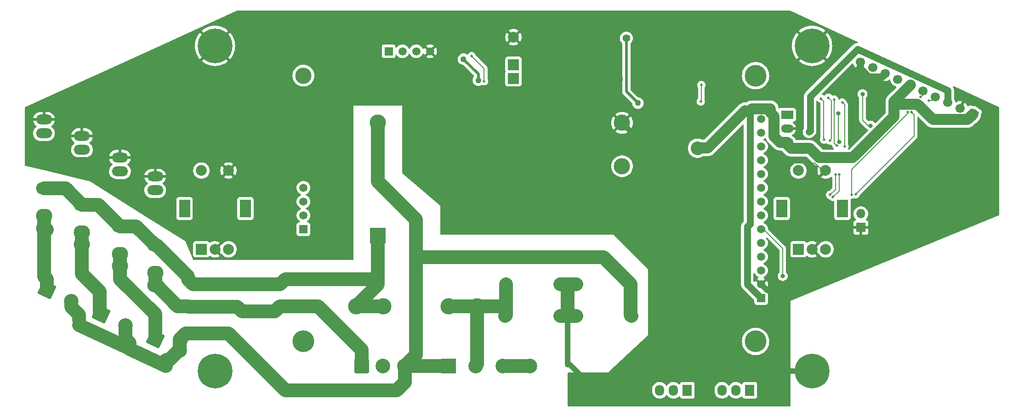
<source format=gbr>
G04 #@! TF.GenerationSoftware,KiCad,Pcbnew,7.0.7-7.0.7~ubuntu22.04.1*
G04 #@! TF.CreationDate,2023-09-28T17:26:37+09:00*
G04 #@! TF.ProjectId,ESP32DUALDIAL,45535033-3244-4554-914c-4449414c2e6b,rev?*
G04 #@! TF.SameCoordinates,Original*
G04 #@! TF.FileFunction,Copper,L2,Bot*
G04 #@! TF.FilePolarity,Positive*
%FSLAX46Y46*%
G04 Gerber Fmt 4.6, Leading zero omitted, Abs format (unit mm)*
G04 Created by KiCad (PCBNEW 7.0.7-7.0.7~ubuntu22.04.1) date 2023-09-28 17:26:37*
%MOMM*%
%LPD*%
G01*
G04 APERTURE LIST*
G04 Aperture macros list*
%AMRoundRect*
0 Rectangle with rounded corners*
0 $1 Rounding radius*
0 $2 $3 $4 $5 $6 $7 $8 $9 X,Y pos of 4 corners*
0 Add a 4 corners polygon primitive as box body*
4,1,4,$2,$3,$4,$5,$6,$7,$8,$9,$2,$3,0*
0 Add four circle primitives for the rounded corners*
1,1,$1+$1,$2,$3*
1,1,$1+$1,$4,$5*
1,1,$1+$1,$6,$7*
1,1,$1+$1,$8,$9*
0 Add four rect primitives between the rounded corners*
20,1,$1+$1,$2,$3,$4,$5,0*
20,1,$1+$1,$4,$5,$6,$7,0*
20,1,$1+$1,$6,$7,$8,$9,0*
20,1,$1+$1,$8,$9,$2,$3,0*%
%AMHorizOval*
0 Thick line with rounded ends*
0 $1 width*
0 $2 $3 position (X,Y) of the first rounded end (center of the circle)*
0 $4 $5 position (X,Y) of the second rounded end (center of the circle)*
0 Add line between two ends*
20,1,$1,$2,$3,$4,$5,0*
0 Add two circle primitives to create the rounded ends*
1,1,$1,$2,$3*
1,1,$1,$4,$5*%
%AMRotRect*
0 Rectangle, with rotation*
0 The origin of the aperture is its center*
0 $1 length*
0 $2 width*
0 $3 Rotation angle, in degrees counterclockwise*
0 Add horizontal line*
21,1,$1,$2,0,0,$3*%
G04 Aperture macros list end*
G04 #@! TA.AperFunction,ComponentPad*
%ADD10R,2.000000X2.000000*%
G04 #@! TD*
G04 #@! TA.AperFunction,ComponentPad*
%ADD11C,2.000000*%
G04 #@! TD*
G04 #@! TA.AperFunction,ComponentPad*
%ADD12R,2.000000X3.200000*%
G04 #@! TD*
G04 #@! TA.AperFunction,ComponentPad*
%ADD13C,6.400000*%
G04 #@! TD*
G04 #@! TA.AperFunction,ComponentPad*
%ADD14C,4.000000*%
G04 #@! TD*
G04 #@! TA.AperFunction,ComponentPad*
%ADD15C,3.000000*%
G04 #@! TD*
G04 #@! TA.AperFunction,ComponentPad*
%ADD16R,1.500000X1.500000*%
G04 #@! TD*
G04 #@! TA.AperFunction,ComponentPad*
%ADD17C,1.500000*%
G04 #@! TD*
G04 #@! TA.AperFunction,ComponentPad*
%ADD18R,1.700000X1.700000*%
G04 #@! TD*
G04 #@! TA.AperFunction,ComponentPad*
%ADD19O,1.700000X1.700000*%
G04 #@! TD*
G04 #@! TA.AperFunction,ComponentPad*
%ADD20R,2.300000X1.500000*%
G04 #@! TD*
G04 #@! TA.AperFunction,ComponentPad*
%ADD21O,2.300000X1.500000*%
G04 #@! TD*
G04 #@! TA.AperFunction,ComponentPad*
%ADD22RotRect,1.700000X1.700000X65.000000*%
G04 #@! TD*
G04 #@! TA.AperFunction,ComponentPad*
%ADD23HorizOval,1.700000X0.000000X0.000000X0.000000X0.000000X0*%
G04 #@! TD*
G04 #@! TA.AperFunction,ComponentPad*
%ADD24R,3.000000X3.000000*%
G04 #@! TD*
G04 #@! TA.AperFunction,ComponentPad*
%ADD25RoundRect,0.250001X-1.099999X-1.099999X1.099999X-1.099999X1.099999X1.099999X-1.099999X1.099999X0*%
G04 #@! TD*
G04 #@! TA.AperFunction,ComponentPad*
%ADD26C,2.700000*%
G04 #@! TD*
G04 #@! TA.AperFunction,ComponentPad*
%ADD27RoundRect,0.250001X-1.461817X-0.532058X0.532058X-1.461817X1.461817X0.532058X-0.532058X1.461817X0*%
G04 #@! TD*
G04 #@! TA.AperFunction,ComponentPad*
%ADD28R,2.700000X2.700000*%
G04 #@! TD*
G04 #@! TA.AperFunction,ComponentPad*
%ADD29R,1.730000X2.030000*%
G04 #@! TD*
G04 #@! TA.AperFunction,ComponentPad*
%ADD30O,1.730000X2.030000*%
G04 #@! TD*
G04 #@! TA.AperFunction,ComponentPad*
%ADD31O,3.000000X2.600000*%
G04 #@! TD*
G04 #@! TA.AperFunction,ComponentPad*
%ADD32O,3.000000X2.200000*%
G04 #@! TD*
G04 #@! TA.AperFunction,ComponentPad*
%ADD33O,3.000000X1.800000*%
G04 #@! TD*
G04 #@! TA.AperFunction,ComponentPad*
%ADD34C,1.600000*%
G04 #@! TD*
G04 #@! TA.AperFunction,ComponentPad*
%ADD35O,1.600000X1.600000*%
G04 #@! TD*
G04 #@! TA.AperFunction,ViaPad*
%ADD36C,1.100000*%
G04 #@! TD*
G04 #@! TA.AperFunction,ViaPad*
%ADD37C,2.540000*%
G04 #@! TD*
G04 #@! TA.AperFunction,ViaPad*
%ADD38C,1.399540*%
G04 #@! TD*
G04 #@! TA.AperFunction,ViaPad*
%ADD39C,0.500000*%
G04 #@! TD*
G04 #@! TA.AperFunction,ViaPad*
%ADD40C,0.800000*%
G04 #@! TD*
G04 #@! TA.AperFunction,Conductor*
%ADD41C,2.000000*%
G04 #@! TD*
G04 #@! TA.AperFunction,Conductor*
%ADD42C,1.270000*%
G04 #@! TD*
G04 #@! TA.AperFunction,Conductor*
%ADD43C,0.508000*%
G04 #@! TD*
G04 #@! TA.AperFunction,Conductor*
%ADD44C,0.203200*%
G04 #@! TD*
G04 #@! TA.AperFunction,Conductor*
%ADD45C,1.016000*%
G04 #@! TD*
G04 #@! TA.AperFunction,Conductor*
%ADD46C,2.540000*%
G04 #@! TD*
G04 APERTURE END LIST*
D10*
X167500000Y-117500000D03*
D11*
X172500000Y-117500000D03*
X170000000Y-117500000D03*
D12*
X164400000Y-110000000D03*
X175600000Y-110000000D03*
D11*
X172500000Y-103000000D03*
X167500000Y-103000000D03*
D13*
X170000000Y-140000000D03*
X60000000Y-140000000D03*
D10*
X57500000Y-117500000D03*
D11*
X62500000Y-117500000D03*
X60000000Y-117500000D03*
D12*
X54400000Y-110000000D03*
X65600000Y-110000000D03*
D11*
X62500000Y-103000000D03*
X57500000Y-103000000D03*
D13*
X170000000Y-80000000D03*
X60000000Y-80000000D03*
D14*
X159600000Y-134500000D03*
X159600000Y-85500000D03*
X76300000Y-134500000D03*
D15*
X76300000Y-85500000D03*
D16*
X160600000Y-126501000D03*
D17*
X160600000Y-123961000D03*
X160600000Y-121421000D03*
X160600000Y-118881000D03*
X160600000Y-116341000D03*
X160600000Y-113801000D03*
X160600000Y-111261000D03*
X160600000Y-108721000D03*
X160600000Y-106181000D03*
X160600000Y-103641000D03*
X160600000Y-101101000D03*
X160600000Y-98561000D03*
X160600000Y-96021000D03*
X160600000Y-93481000D03*
D16*
X76300000Y-113801000D03*
D17*
X76300000Y-111261000D03*
X76300000Y-108721000D03*
X76300000Y-106181000D03*
D18*
X179000000Y-113500000D03*
D19*
X179000000Y-110960000D03*
D20*
X165400000Y-92720000D03*
D21*
X165400000Y-95260000D03*
X165400000Y-97800000D03*
D22*
X199604044Y-92612543D03*
D23*
X197302022Y-91539093D03*
X195000000Y-90465642D03*
X192697979Y-89392192D03*
X190395957Y-88318741D03*
X188093935Y-87245291D03*
X185791913Y-86171841D03*
X183489892Y-85098390D03*
X181187870Y-84024940D03*
X178885848Y-82951490D03*
D16*
X92000000Y-81000000D03*
D17*
X94540000Y-81000000D03*
X97080000Y-81000000D03*
X99620000Y-81000000D03*
D24*
X90000000Y-115000000D03*
D15*
X90000000Y-94200000D03*
X135000000Y-94200000D03*
X135000000Y-102200000D03*
X86000000Y-128000000D03*
X91000000Y-128000000D03*
X103000000Y-128000000D03*
X108300000Y-128000000D03*
D25*
X87000000Y-139000000D03*
D26*
X90960000Y-139000000D03*
X94920000Y-139000000D03*
D27*
X49000000Y-134000000D03*
D26*
X53531539Y-136113091D03*
D28*
X103000000Y-139000000D03*
D26*
X108000000Y-139000000D03*
X113000000Y-139000000D03*
X118000000Y-139000000D03*
D27*
X39000000Y-129500000D03*
D26*
X43531539Y-131613091D03*
D27*
X29000000Y-125000000D03*
D26*
X33531539Y-127113091D03*
D29*
X158500000Y-143500000D03*
D30*
X155960000Y-143500000D03*
X153420000Y-143500000D03*
D29*
X147000000Y-143500000D03*
D30*
X144460000Y-143500000D03*
X141920000Y-143500000D03*
D10*
X115000000Y-86000000D03*
X115000000Y-83500000D03*
D11*
X115000000Y-78400000D03*
D31*
X42500000Y-120600000D03*
X42500000Y-118380000D03*
D32*
X42500000Y-113300000D03*
D33*
X42500000Y-103140000D03*
X42500000Y-100600000D03*
D31*
X35500000Y-116600000D03*
X35500000Y-114380000D03*
D32*
X35500000Y-109300000D03*
D33*
X35500000Y-99140000D03*
X35500000Y-96600000D03*
D31*
X28500000Y-113600000D03*
X28500000Y-111380000D03*
D32*
X28500000Y-106300000D03*
D33*
X28500000Y-96140000D03*
X28500000Y-93600000D03*
D31*
X49000000Y-124100000D03*
X49000000Y-121880000D03*
D32*
X49000000Y-116800000D03*
D33*
X49000000Y-106640000D03*
X49000000Y-104100000D03*
D11*
X136600000Y-124000000D03*
X126600000Y-124000000D03*
D34*
X136760000Y-129800000D03*
D35*
X126600000Y-129800000D03*
D11*
X123600000Y-124000000D03*
X113600000Y-124000000D03*
D34*
X123600000Y-129800000D03*
D35*
X113440000Y-129800000D03*
D36*
X105790602Y-82454124D03*
X108535165Y-86337132D03*
D37*
X148919000Y-98881000D03*
X197500000Y-106500000D03*
X188000000Y-111000000D03*
D36*
X192000000Y-99000000D03*
X162650000Y-100050000D03*
D37*
X150500000Y-113750000D03*
X112100000Y-97300000D03*
D38*
X134450000Y-86150000D03*
D36*
X190000000Y-99600000D03*
D37*
X194500000Y-111500000D03*
X186500000Y-107000000D03*
D36*
X202629010Y-99970990D03*
X164050000Y-101650000D03*
X193800000Y-98200000D03*
D39*
X178015861Y-107397093D03*
X188319446Y-92231946D03*
X191557724Y-90117006D03*
X187619443Y-92231946D03*
X190019488Y-89438706D03*
X177309918Y-107422245D03*
D36*
X169429030Y-95874849D03*
D38*
X135800000Y-78600000D03*
D36*
X137924792Y-90554800D03*
D40*
X175000000Y-97700000D03*
X174800000Y-92500000D03*
D39*
X109600000Y-86500000D03*
X107300000Y-81900000D03*
X171635529Y-89715610D03*
X172200000Y-97300000D03*
X173272404Y-97440821D03*
X173000000Y-89550000D03*
X175576267Y-90448400D03*
X175998336Y-98554800D03*
X174549618Y-98420874D03*
X174103887Y-89894503D03*
D40*
X180800000Y-94712818D03*
X179300000Y-88900000D03*
X164600000Y-122450000D03*
D39*
X173317164Y-107491249D03*
X174306683Y-103748390D03*
X174965456Y-103748390D03*
X173859129Y-107850121D03*
X149599998Y-87237155D03*
X149488875Y-90261200D03*
D41*
X150800000Y-98800000D02*
X157654001Y-91945999D01*
D42*
X158545999Y-91945999D02*
X157654001Y-91945999D01*
D41*
X189400610Y-90750000D02*
X192239703Y-93589093D01*
X158910999Y-91580999D02*
X162330999Y-91580999D01*
X149000000Y-98800000D02*
X150800000Y-98800000D01*
X162330999Y-91580999D02*
X162330999Y-92338170D01*
X163000000Y-96703074D02*
X164096926Y-97800000D01*
X164096926Y-97800000D02*
X165400000Y-97800000D01*
D42*
X158064999Y-123965999D02*
X160600000Y-126501000D01*
D41*
X169571464Y-98895850D02*
X171310625Y-100635011D01*
X185044613Y-90294613D02*
X188093935Y-87245291D01*
X171310625Y-100635011D02*
X177489375Y-100635011D01*
X185044613Y-93079773D02*
X185044613Y-90294613D01*
X165400000Y-98189191D02*
X166106659Y-98895850D01*
D42*
X158545999Y-112850199D02*
X158064999Y-113331199D01*
D41*
X192239703Y-93589093D02*
X198627494Y-93589093D01*
X177489375Y-100635011D02*
X185044613Y-93079773D01*
X162330999Y-92338170D02*
X163000000Y-93007171D01*
D43*
X108535165Y-85198687D02*
X108535165Y-86337132D01*
D41*
X165400000Y-97800000D02*
X165400000Y-98189191D01*
D42*
X158545999Y-91945999D02*
X158545999Y-112850199D01*
D41*
X185044613Y-90294613D02*
X185500000Y-90750000D01*
X198627494Y-93589093D02*
X199604044Y-92612543D01*
X158545999Y-91945999D02*
X158910999Y-91580999D01*
D42*
X158064999Y-113331199D02*
X158064999Y-123965999D01*
D43*
X105790602Y-82454124D02*
X108535165Y-85198687D01*
D41*
X163000000Y-93007171D02*
X163000000Y-96703074D01*
X185500000Y-90750000D02*
X189400610Y-90750000D01*
X166106659Y-98895850D02*
X169571464Y-98895850D01*
D44*
X171905569Y-103000000D02*
X172500000Y-103000000D01*
D45*
X161876401Y-125092999D02*
X163933701Y-127150299D01*
X161731999Y-125092999D02*
X161876401Y-125092999D01*
X142000000Y-101200000D02*
X142000000Y-138200000D01*
D46*
X125000000Y-124000000D02*
X126600000Y-124000000D01*
D42*
X180403069Y-85659941D02*
X178885848Y-84142720D01*
D45*
X170000000Y-140000000D02*
X165908000Y-140000000D01*
X125400000Y-138800000D02*
X125000000Y-138800000D01*
D46*
X125000000Y-129800000D02*
X126600000Y-129800000D01*
D42*
X183489892Y-85098390D02*
X182928341Y-85659941D01*
D44*
X164050000Y-101650000D02*
X170555569Y-101650000D01*
D41*
X170000000Y-139520000D02*
X170000000Y-140000000D01*
D45*
X125000000Y-138800000D02*
X125000000Y-129800000D01*
X165908000Y-140000000D02*
X163933701Y-138025701D01*
D42*
X178885848Y-84142720D02*
X178885848Y-82951490D01*
D45*
X160600000Y-123961000D02*
X161731999Y-125092999D01*
X135000000Y-94200000D02*
X142000000Y-101200000D01*
X163933701Y-138025701D02*
X163933701Y-127150299D01*
D46*
X123600000Y-129800000D02*
X125000000Y-129800000D01*
X125000000Y-124000000D02*
X125000000Y-129800000D01*
D45*
X131200000Y-144600000D02*
X125400000Y-138800000D01*
D44*
X170555569Y-101650000D02*
X171905569Y-103000000D01*
D45*
X137600000Y-138200000D02*
X131200000Y-144600000D01*
D46*
X123600000Y-124000000D02*
X125000000Y-124000000D01*
D42*
X162650000Y-100250000D02*
X164050000Y-101650000D01*
D45*
X142000000Y-138200000D02*
X137600000Y-138200000D01*
D42*
X182928341Y-85659941D02*
X180403069Y-85659941D01*
X162650000Y-100050000D02*
X162650000Y-100250000D01*
D46*
X113600000Y-127600000D02*
X113600000Y-129640000D01*
X108300000Y-128000000D02*
X103000000Y-128000000D01*
X108300000Y-128000000D02*
X113200000Y-128000000D01*
X108040008Y-138959992D02*
X108000000Y-138959992D01*
X113600000Y-129640000D02*
X113440000Y-129800000D01*
X113600000Y-124000000D02*
X113600000Y-127600000D01*
X108300000Y-138700000D02*
X108040008Y-138959992D01*
X108300000Y-128000000D02*
X108300000Y-138700000D01*
X113200000Y-128000000D02*
X113600000Y-127600000D01*
X35000000Y-131500000D02*
X44302325Y-135802325D01*
X51000000Y-137900000D02*
X51600000Y-137900000D01*
X43531539Y-134031539D02*
X44302325Y-134802325D01*
X53531539Y-135968461D02*
X53531539Y-134113091D01*
X97000000Y-112000000D02*
X97000000Y-119000000D01*
X73000000Y-143500000D02*
X93500000Y-143500000D01*
X136600000Y-124000000D02*
X136600000Y-129640000D01*
X97000000Y-119000000D02*
X131600000Y-119000000D01*
X54644630Y-133000000D02*
X62500000Y-133000000D01*
X97000000Y-119000000D02*
X97000000Y-137000000D01*
X95000000Y-142000000D02*
X95000000Y-139000000D01*
X103000000Y-139000000D02*
X95000000Y-139000000D01*
X90000000Y-105000000D02*
X97000000Y-112000000D01*
X90000000Y-94200000D02*
X90000000Y-105000000D01*
X97000000Y-137000000D02*
X95000000Y-139000000D01*
X136600000Y-129640000D02*
X136760000Y-129800000D01*
X53531539Y-134113091D02*
X54644630Y-133000000D01*
X43531539Y-131613091D02*
X43531539Y-134031539D01*
X33531539Y-127113091D02*
X33531539Y-128131539D01*
X93500000Y-143500000D02*
X95000000Y-142000000D01*
X53531539Y-136113091D02*
X53531539Y-135968461D01*
X51600000Y-137900000D02*
X53531539Y-135968461D01*
D41*
X53619398Y-133913417D02*
X54006003Y-134300022D01*
D46*
X35000000Y-130500000D02*
X35000000Y-129600000D01*
X44302325Y-135902325D02*
X51000000Y-139000000D01*
X131600000Y-119000000D02*
X136600000Y-124000000D01*
X62500000Y-133000000D02*
X73000000Y-143500000D01*
X35000000Y-129600000D02*
X33531539Y-128131539D01*
X35500000Y-109300000D02*
X38500000Y-109300000D01*
X32500000Y-106300000D02*
X35500000Y-109300000D01*
X49000000Y-116800000D02*
X49300000Y-116800000D01*
X38500000Y-109300000D02*
X42500000Y-113300000D01*
X73000000Y-123000000D02*
X89000000Y-123000000D01*
X56000000Y-124000000D02*
X72000000Y-124000000D01*
X89000000Y-123000000D02*
X90000000Y-124000000D01*
X45500000Y-113300000D02*
X49000000Y-116800000D01*
X55000000Y-123000000D02*
X56000000Y-124000000D01*
X72000000Y-124000000D02*
X73000000Y-123000000D01*
X49300000Y-116800000D02*
X55000000Y-122500000D01*
X42500000Y-113300000D02*
X45500000Y-113300000D01*
X55000000Y-122500000D02*
X55000000Y-123000000D01*
X90000000Y-124000000D02*
X86000000Y-128000000D01*
X28500000Y-106300000D02*
X32500000Y-106300000D01*
X91000000Y-128000000D02*
X86000000Y-128000000D01*
X90000000Y-115000000D02*
X90000000Y-124000000D01*
D44*
X178015861Y-107397093D02*
X188800000Y-96612954D01*
X192697979Y-89392192D02*
X191973165Y-90117006D01*
X191973165Y-90117006D02*
X191557724Y-90117006D01*
X188800000Y-96612954D02*
X188800000Y-92712500D01*
X188800000Y-92712500D02*
X188319446Y-92231946D01*
X187619443Y-92454619D02*
X187619443Y-92231946D01*
X177309918Y-107422245D02*
X177309918Y-102764144D01*
X177309918Y-102764144D02*
X187619443Y-92454619D01*
X190395957Y-89062237D02*
X190019488Y-89438706D01*
X190395957Y-88318741D02*
X190395957Y-89062237D01*
D46*
X113000000Y-139000000D02*
X118000000Y-139000000D01*
X49000000Y-121880000D02*
X49000000Y-124100000D01*
X55000000Y-128000000D02*
X55111375Y-128111375D01*
X87080000Y-136080000D02*
X79000000Y-128000000D01*
X64111375Y-128111375D02*
X55111375Y-128111375D01*
X87080000Y-139000000D02*
X87080000Y-136080000D01*
X53120000Y-128000000D02*
X49000000Y-123880000D01*
X53120000Y-128000000D02*
X55000000Y-128000000D01*
X79000000Y-128000000D02*
X72000000Y-128000000D01*
X72000000Y-128000000D02*
X71000000Y-129000000D01*
X65000000Y-129000000D02*
X64111375Y-128111375D01*
X71000000Y-129000000D02*
X65000000Y-129000000D01*
X49000000Y-129500000D02*
X42500000Y-123000000D01*
X49000000Y-134000000D02*
X49000000Y-129500000D01*
X42500000Y-123000000D02*
X42500000Y-118380000D01*
X38800000Y-129300000D02*
X38800000Y-125300000D01*
X39000000Y-129500000D02*
X38800000Y-129300000D01*
X35500000Y-114380000D02*
X35500000Y-116600000D01*
X38800000Y-125300000D02*
X35500000Y-122000000D01*
X35500000Y-122000000D02*
X35500000Y-116380000D01*
D42*
X178371428Y-80628572D02*
X169650000Y-89350000D01*
X169650000Y-89350000D02*
X169650000Y-95653879D01*
X195000000Y-90465642D02*
X195000000Y-88250000D01*
X195000000Y-88250000D02*
X178371428Y-80628572D01*
X169650000Y-95653879D02*
X169429030Y-95874849D01*
D46*
X28500000Y-111380000D02*
X28500000Y-113600000D01*
X29000000Y-113880000D02*
X28500000Y-114380000D01*
X28500000Y-114380000D02*
X28500000Y-122500000D01*
X28500000Y-122500000D02*
X29000000Y-123000000D01*
X29000000Y-123000000D02*
X29000000Y-125000000D01*
D43*
X137924792Y-90545988D02*
X137924792Y-90554800D01*
X135800000Y-78600000D02*
X135800000Y-88421196D01*
X135800000Y-88421196D02*
X137924792Y-90545988D01*
D44*
X174800000Y-97500000D02*
X174800000Y-92500000D01*
X175000000Y-97700000D02*
X174800000Y-97500000D01*
X107300000Y-81900000D02*
X109600000Y-84200000D01*
X109600000Y-84200000D02*
X109600000Y-86500000D01*
X172150000Y-97250000D02*
X172200000Y-97300000D01*
X172150000Y-94200000D02*
X172150000Y-97250000D01*
X172150000Y-90230081D02*
X171635529Y-89715610D01*
X172150000Y-94200000D02*
X172150000Y-90230081D01*
X172150000Y-94200000D02*
X172150000Y-94354533D01*
X173567619Y-97145606D02*
X173272404Y-97440821D01*
X173000000Y-89550000D02*
X173567619Y-90117619D01*
X173567619Y-90117619D02*
X173567619Y-97145606D01*
X175576267Y-90448400D02*
X175998336Y-90870469D01*
X175998336Y-90870469D02*
X175998336Y-98554800D01*
X174103887Y-89894503D02*
X174098400Y-89899990D01*
X174098400Y-89899990D02*
X174098400Y-97969656D01*
X174098400Y-97969656D02*
X174549618Y-98420874D01*
X179300000Y-88900000D02*
X179300000Y-93700000D01*
X180312818Y-94712818D02*
X180800000Y-94712818D01*
X179300000Y-93700000D02*
X180312818Y-94712818D01*
X161051000Y-113801000D02*
X160600000Y-113801000D01*
X164600000Y-117350000D02*
X161051000Y-113801000D01*
X164600000Y-122450000D02*
X164600000Y-117350000D01*
X174306683Y-103748390D02*
X174306683Y-106501730D01*
X174306683Y-106501730D02*
X173317164Y-107491249D01*
X174965456Y-103748390D02*
X174965456Y-106743794D01*
X174965456Y-106743794D02*
X173859129Y-107850121D01*
X149599998Y-87237155D02*
X149599998Y-90150077D01*
X149599998Y-90150077D02*
X149488875Y-90261200D01*
G04 #@! TA.AperFunction,Conductor*
G36*
X165915197Y-73512096D02*
G01*
X178335850Y-79244705D01*
X178389319Y-79291413D01*
X178409048Y-79359613D01*
X178388773Y-79427653D01*
X178334931Y-79473931D01*
X178300456Y-79483900D01*
X178277057Y-79487164D01*
X178270393Y-79487734D01*
X178228666Y-79489081D01*
X178171433Y-79501700D01*
X178166571Y-79502574D01*
X178108503Y-79510675D01*
X178108497Y-79510676D01*
X178068917Y-79523942D01*
X178062462Y-79525730D01*
X178021718Y-79534715D01*
X177967777Y-79557637D01*
X177963159Y-79559389D01*
X177907567Y-79578021D01*
X177871110Y-79598328D01*
X177865093Y-79601272D01*
X177834961Y-79614078D01*
X177826675Y-79617600D01*
X177826673Y-79617600D01*
X177826671Y-79617602D01*
X177777856Y-79650048D01*
X177773638Y-79652619D01*
X177722428Y-79681144D01*
X177722423Y-79681147D01*
X177690323Y-79707802D01*
X177684950Y-79711801D01*
X177650188Y-79734908D01*
X177650187Y-79734909D01*
X177608152Y-79775784D01*
X177604490Y-79779076D01*
X177600246Y-79782602D01*
X177600231Y-79782615D01*
X177568538Y-79814308D01*
X177498256Y-79882653D01*
X177494478Y-79887077D01*
X177494332Y-79886952D01*
X177485984Y-79896861D01*
X168861144Y-88521702D01*
X168859040Y-88523711D01*
X168801325Y-88576326D01*
X168801317Y-88576335D01*
X168754269Y-88638635D01*
X168752464Y-88640914D01*
X168702571Y-88701002D01*
X168691765Y-88720401D01*
X168687000Y-88727713D01*
X168673612Y-88745443D01*
X168673610Y-88745447D01*
X168638805Y-88815346D01*
X168637454Y-88817908D01*
X168612734Y-88862290D01*
X168599451Y-88886138D01*
X168592389Y-88907203D01*
X168589049Y-88915268D01*
X168579152Y-88935142D01*
X168579151Y-88935147D01*
X168579150Y-88935150D01*
X168573528Y-88954910D01*
X168557782Y-89010249D01*
X168556921Y-89013028D01*
X168532103Y-89087075D01*
X168529034Y-89109079D01*
X168527233Y-89117616D01*
X168526885Y-89118841D01*
X168521154Y-89138983D01*
X168513950Y-89216726D01*
X168513615Y-89219616D01*
X168502827Y-89296959D01*
X168502826Y-89296963D01*
X168506433Y-89374965D01*
X168506500Y-89377875D01*
X168506500Y-95150486D01*
X168486498Y-95218607D01*
X168484448Y-95221695D01*
X168481602Y-95225849D01*
X168378482Y-95410983D01*
X168378480Y-95410988D01*
X168311134Y-95611918D01*
X168281857Y-95821809D01*
X168281856Y-95821811D01*
X168291644Y-96033509D01*
X168340160Y-96239793D01*
X168340163Y-96239801D01*
X168425764Y-96433669D01*
X168458987Y-96482167D01*
X168542771Y-96604476D01*
X168545529Y-96608501D01*
X168545534Y-96608507D01*
X168695371Y-96758344D01*
X168695377Y-96758349D01*
X168695379Y-96758351D01*
X168759224Y-96802086D01*
X168870209Y-96878114D01*
X168870212Y-96878115D01*
X168870213Y-96878116D01*
X169064078Y-96963716D01*
X169064082Y-96963717D01*
X169064085Y-96963718D01*
X169170514Y-96988749D01*
X169270372Y-97012235D01*
X169482067Y-97022022D01*
X169691957Y-96992745D01*
X169892892Y-96925398D01*
X169948216Y-96894582D01*
X170078028Y-96822278D01*
X170079814Y-96820795D01*
X170200223Y-96720809D01*
X170438885Y-96482145D01*
X170440969Y-96480157D01*
X170446699Y-96474933D01*
X170498677Y-96427550D01*
X170502957Y-96421883D01*
X170537021Y-96376774D01*
X170545742Y-96365224D01*
X170547528Y-96362969D01*
X170597426Y-96302881D01*
X170608238Y-96283469D01*
X170612996Y-96276166D01*
X170626389Y-96258433D01*
X170661230Y-96188459D01*
X170662533Y-96185988D01*
X170700549Y-96117741D01*
X170707608Y-96096676D01*
X170710946Y-96088617D01*
X170720850Y-96068729D01*
X170742221Y-95993613D01*
X170743059Y-95990904D01*
X170767896Y-95916806D01*
X170770965Y-95894795D01*
X170772768Y-95886255D01*
X170778846Y-95864892D01*
X170786051Y-95787138D01*
X170786386Y-95784247D01*
X170797173Y-95706916D01*
X170793567Y-95628911D01*
X170793500Y-95626001D01*
X170793500Y-90238548D01*
X170813502Y-90170427D01*
X170867158Y-90123934D01*
X170937432Y-90113830D01*
X171002012Y-90143324D01*
X171026185Y-90171509D01*
X171038758Y-90191519D01*
X171038760Y-90191521D01*
X171038761Y-90191523D01*
X171159616Y-90312378D01*
X171159618Y-90312379D01*
X171159620Y-90312381D01*
X171304346Y-90403319D01*
X171455516Y-90456215D01*
X171513207Y-90497593D01*
X171539369Y-90563593D01*
X171539900Y-90575144D01*
X171539900Y-96888577D01*
X171520589Y-96955610D01*
X171512291Y-96968816D01*
X171512290Y-96968817D01*
X171455837Y-97130151D01*
X171436701Y-97300000D01*
X171455837Y-97469848D01*
X171512290Y-97631182D01*
X171535375Y-97667921D01*
X171594634Y-97762231D01*
X171603231Y-97775912D01*
X171724087Y-97896768D01*
X171724089Y-97896769D01*
X171724091Y-97896771D01*
X171868817Y-97987709D01*
X172030150Y-98044162D01*
X172030149Y-98044162D01*
X172049286Y-98046318D01*
X172200000Y-98063299D01*
X172369850Y-98044162D01*
X172531183Y-97987709D01*
X172578401Y-97958039D01*
X172646718Y-97938732D01*
X172714632Y-97959425D01*
X172734532Y-97975630D01*
X172796491Y-98037589D01*
X172796493Y-98037590D01*
X172796495Y-98037592D01*
X172941221Y-98128530D01*
X173102554Y-98184983D01*
X173102553Y-98184983D01*
X173116737Y-98186581D01*
X173272404Y-98204120D01*
X173428061Y-98186582D01*
X173497988Y-98198830D01*
X173550196Y-98246943D01*
X173559314Y-98265402D01*
X173559514Y-98265908D01*
X173559515Y-98265910D01*
X173586164Y-98302589D01*
X173589425Y-98307553D01*
X173612492Y-98346559D01*
X173612493Y-98346560D01*
X173612494Y-98346561D01*
X173612495Y-98346562D01*
X173626026Y-98360093D01*
X173638863Y-98375123D01*
X173650121Y-98390618D01*
X173660066Y-98398845D01*
X173685053Y-98419516D01*
X173689446Y-98423513D01*
X173767778Y-98501846D01*
X173801804Y-98564158D01*
X173803890Y-98576830D01*
X173805455Y-98590721D01*
X173805456Y-98590727D01*
X173861908Y-98752056D01*
X173952849Y-98896786D01*
X173967479Y-98911416D01*
X174001505Y-98973728D01*
X173996440Y-99044543D01*
X173953893Y-99101379D01*
X173887373Y-99126190D01*
X173878384Y-99126511D01*
X171987656Y-99126511D01*
X171919535Y-99106509D01*
X171898561Y-99089606D01*
X170648865Y-97839910D01*
X170575046Y-97763054D01*
X170575041Y-97763050D01*
X170575039Y-97763048D01*
X170533056Y-97731500D01*
X170515653Y-97718422D01*
X170512680Y-97716045D01*
X170456088Y-97667907D01*
X170456086Y-97667906D01*
X170456084Y-97667904D01*
X170436567Y-97656105D01*
X170419630Y-97645866D01*
X170414374Y-97642316D01*
X170406886Y-97636689D01*
X170380329Y-97616733D01*
X170380327Y-97616732D01*
X170380326Y-97616731D01*
X170314550Y-97582209D01*
X170311245Y-97580344D01*
X170247653Y-97541902D01*
X170247651Y-97541901D01*
X170247645Y-97541898D01*
X170208124Y-97525993D01*
X170202364Y-97523330D01*
X170164670Y-97503546D01*
X170094207Y-97480021D01*
X170090637Y-97478708D01*
X170021717Y-97450971D01*
X170021701Y-97450966D01*
X169980154Y-97441608D01*
X169974046Y-97439905D01*
X169933646Y-97426418D01*
X169860317Y-97414502D01*
X169856579Y-97413778D01*
X169784105Y-97397455D01*
X169741580Y-97394882D01*
X169735280Y-97394181D01*
X169726779Y-97392800D01*
X169693250Y-97387350D01*
X169693243Y-97387350D01*
X169618963Y-97387350D01*
X169615161Y-97387235D01*
X169608263Y-97386817D01*
X169540991Y-97382747D01*
X169502942Y-97386592D01*
X169498597Y-97387031D01*
X169492262Y-97387350D01*
X167080731Y-97387350D01*
X167012610Y-97367348D01*
X166966117Y-97313692D01*
X166964124Y-97308574D01*
X166964124Y-97308575D01*
X166961903Y-97303378D01*
X166854559Y-97103899D01*
X166854555Y-97103892D01*
X166756208Y-96980569D01*
X166713314Y-96926782D01*
X166680856Y-96898424D01*
X166542719Y-96777737D01*
X166489297Y-96745819D01*
X166459609Y-96721206D01*
X166448379Y-96708530D01*
X166448377Y-96708528D01*
X166448375Y-96708526D01*
X166427672Y-96691622D01*
X166422076Y-96686459D01*
X166403576Y-96667198D01*
X166357094Y-96632270D01*
X166330516Y-96612298D01*
X166320936Y-96604476D01*
X166280820Y-96545899D01*
X166278742Y-96474933D01*
X166315360Y-96414109D01*
X166345957Y-96393354D01*
X166447835Y-96344293D01*
X166447838Y-96344291D01*
X166631033Y-96211192D01*
X166631034Y-96211191D01*
X166787518Y-96047522D01*
X166912265Y-95858539D01*
X166912266Y-95858536D01*
X167001265Y-95650310D01*
X167032377Y-95514000D01*
X166014844Y-95514000D01*
X165946723Y-95493998D01*
X165900230Y-95440342D01*
X165890126Y-95370068D01*
X165893947Y-95352504D01*
X165900000Y-95331888D01*
X165900000Y-95188111D01*
X165893947Y-95167496D01*
X165893948Y-95096500D01*
X165932333Y-95036774D01*
X165996914Y-95007282D01*
X166014844Y-95006000D01*
X167035082Y-95006000D01*
X167031415Y-94978933D01*
X166961441Y-94763576D01*
X166854140Y-94564173D01*
X166712949Y-94387127D01*
X166542425Y-94238145D01*
X166499779Y-94212665D01*
X166451560Y-94160555D01*
X166439168Y-94090648D01*
X166466537Y-94025139D01*
X166524979Y-93984827D01*
X166564404Y-93978500D01*
X166598632Y-93978500D01*
X166598638Y-93978500D01*
X166598645Y-93978499D01*
X166598649Y-93978499D01*
X166659196Y-93971990D01*
X166659199Y-93971989D01*
X166659201Y-93971989D01*
X166796204Y-93920889D01*
X166823174Y-93900700D01*
X166913261Y-93833261D01*
X167000887Y-93716207D01*
X167000887Y-93716206D01*
X167000889Y-93716204D01*
X167051989Y-93579201D01*
X167058500Y-93518638D01*
X167058500Y-91921362D01*
X167055861Y-91896812D01*
X167051990Y-91860803D01*
X167051988Y-91860795D01*
X167022924Y-91782875D01*
X167000889Y-91723796D01*
X167000888Y-91723794D01*
X167000887Y-91723792D01*
X166913261Y-91606738D01*
X166796207Y-91519112D01*
X166796202Y-91519110D01*
X166659204Y-91468011D01*
X166659196Y-91468009D01*
X166598649Y-91461500D01*
X166598638Y-91461500D01*
X164201362Y-91461500D01*
X164201350Y-91461500D01*
X164140803Y-91468009D01*
X164140802Y-91468010D01*
X164140799Y-91468010D01*
X164140799Y-91468011D01*
X164003796Y-91519111D01*
X164003795Y-91519111D01*
X164000424Y-91520369D01*
X163929608Y-91525434D01*
X163867296Y-91491409D01*
X163833271Y-91429096D01*
X163830802Y-91412471D01*
X163824809Y-91338231D01*
X163818410Y-91312272D01*
X163817041Y-91304798D01*
X163816811Y-91302907D01*
X163813822Y-91278279D01*
X163788397Y-91190501D01*
X163766522Y-91101751D01*
X163761327Y-91089558D01*
X163756047Y-91077164D01*
X163753491Y-91069992D01*
X163746060Y-91044336D01*
X163746059Y-91044335D01*
X163706880Y-90961765D01*
X163676817Y-90891208D01*
X163671055Y-90877683D01*
X163671054Y-90877681D01*
X163671053Y-90877679D01*
X163656774Y-90855099D01*
X163653101Y-90848429D01*
X163646801Y-90835153D01*
X163641649Y-90824295D01*
X163620014Y-90792951D01*
X163589728Y-90749074D01*
X163560044Y-90702134D01*
X163540882Y-90671831D01*
X163523159Y-90651826D01*
X163518474Y-90645846D01*
X163503292Y-90623851D01*
X163439988Y-90557945D01*
X163437198Y-90554796D01*
X163379379Y-90489530D01*
X163379376Y-90489527D01*
X163379374Y-90489525D01*
X163364854Y-90477670D01*
X163358671Y-90472621D01*
X163353075Y-90467458D01*
X163334574Y-90448197D01*
X163261515Y-90393297D01*
X163190711Y-90335487D01*
X163167573Y-90322128D01*
X163161223Y-90317932D01*
X163139869Y-90301885D01*
X163139856Y-90301877D01*
X163058943Y-90259411D01*
X162979788Y-90213711D01*
X162979787Y-90213710D01*
X162979786Y-90213710D01*
X162954787Y-90204229D01*
X162947866Y-90201114D01*
X162924204Y-90188695D01*
X162837524Y-90159756D01*
X162791978Y-90142483D01*
X162752057Y-90127343D01*
X162725872Y-90121997D01*
X162718521Y-90120027D01*
X162693183Y-90111568D01*
X162693168Y-90111565D01*
X162602985Y-90096909D01*
X162513420Y-90078625D01*
X162486717Y-90077548D01*
X162479145Y-90076783D01*
X162452783Y-90072499D01*
X162452778Y-90072499D01*
X162361404Y-90072499D01*
X162270061Y-90068818D01*
X162270054Y-90068818D01*
X162246142Y-90071722D01*
X162243532Y-90072039D01*
X162235933Y-90072499D01*
X158926209Y-90072499D01*
X158819623Y-90070351D01*
X158819621Y-90070351D01*
X158746066Y-90080790D01*
X158742283Y-90081210D01*
X158668239Y-90087187D01*
X158668234Y-90087188D01*
X158626870Y-90097382D01*
X158620645Y-90098588D01*
X158578484Y-90104572D01*
X158578481Y-90104573D01*
X158507569Y-90126668D01*
X158503906Y-90127690D01*
X158446411Y-90141862D01*
X158431751Y-90145476D01*
X158431749Y-90145476D01*
X158431748Y-90145477D01*
X158392560Y-90162172D01*
X158386608Y-90164361D01*
X158345948Y-90177033D01*
X158279489Y-90210223D01*
X158276036Y-90211819D01*
X158207684Y-90240942D01*
X158207678Y-90240945D01*
X158171687Y-90263705D01*
X158166162Y-90266821D01*
X158128056Y-90285852D01*
X158067784Y-90329273D01*
X158064630Y-90331403D01*
X158001831Y-90371115D01*
X157969948Y-90399360D01*
X157964994Y-90403323D01*
X157935464Y-90424597D01*
X157868500Y-90448185D01*
X157839104Y-90446299D01*
X157806129Y-90440256D01*
X157562625Y-90435351D01*
X157321487Y-90469571D01*
X157088950Y-90542033D01*
X156871055Y-90650854D01*
X156673440Y-90793218D01*
X156673435Y-90793222D01*
X150212063Y-97254595D01*
X150149751Y-97288621D01*
X150122968Y-97291500D01*
X149746152Y-97291500D01*
X149691483Y-97279022D01*
X149570582Y-97220799D01*
X149570575Y-97220796D01*
X149315873Y-97142231D01*
X149315865Y-97142229D01*
X149315863Y-97142229D01*
X149052280Y-97102500D01*
X148785720Y-97102500D01*
X148522137Y-97142229D01*
X148522135Y-97142229D01*
X148522126Y-97142231D01*
X148267427Y-97220795D01*
X148267414Y-97220800D01*
X148027254Y-97336456D01*
X148027247Y-97336460D01*
X147807020Y-97486609D01*
X147807015Y-97486613D01*
X147611613Y-97667920D01*
X147445411Y-97876329D01*
X147312132Y-98107176D01*
X147312130Y-98107180D01*
X147214746Y-98355312D01*
X147161016Y-98590724D01*
X147155433Y-98615185D01*
X147135513Y-98881000D01*
X147155433Y-99146815D01*
X147155434Y-99146819D01*
X147214746Y-99406687D01*
X147312130Y-99654819D01*
X147312132Y-99654823D01*
X147445411Y-99885670D01*
X147445413Y-99885673D01*
X147445414Y-99885674D01*
X147611612Y-100094079D01*
X147807014Y-100275386D01*
X147817312Y-100282407D01*
X148027247Y-100425539D01*
X148027254Y-100425543D01*
X148027257Y-100425545D01*
X148160958Y-100489932D01*
X148267414Y-100541199D01*
X148267427Y-100541204D01*
X148522126Y-100619768D01*
X148522128Y-100619768D01*
X148522137Y-100619771D01*
X148785720Y-100659500D01*
X148785725Y-100659500D01*
X149052275Y-100659500D01*
X149052280Y-100659500D01*
X149315863Y-100619771D01*
X149315873Y-100619768D01*
X149570572Y-100541204D01*
X149570574Y-100541202D01*
X149570581Y-100541201D01*
X149570586Y-100541198D01*
X149570590Y-100541197D01*
X149810738Y-100425548D01*
X149810738Y-100425547D01*
X149810744Y-100425545D01*
X149950304Y-100330393D01*
X150017856Y-100308547D01*
X150021283Y-100308500D01*
X150784790Y-100308500D01*
X150891361Y-100310647D01*
X150891365Y-100310646D01*
X150891377Y-100310647D01*
X150935252Y-100304420D01*
X150964921Y-100300210D01*
X150968704Y-100299789D01*
X151042760Y-100293811D01*
X151042762Y-100293810D01*
X151042768Y-100293810D01*
X151084142Y-100283611D01*
X151090331Y-100282412D01*
X151132518Y-100276426D01*
X151203460Y-100254318D01*
X151207064Y-100253313D01*
X151279248Y-100235523D01*
X151318447Y-100218820D01*
X151324373Y-100216640D01*
X151365048Y-100203967D01*
X151431519Y-100170769D01*
X151434961Y-100169179D01*
X151436433Y-100168551D01*
X151503316Y-100140056D01*
X151539340Y-100117274D01*
X151544822Y-100114182D01*
X151582943Y-100095146D01*
X151643258Y-100051693D01*
X151646357Y-100049600D01*
X151709168Y-100009883D01*
X151741062Y-99981626D01*
X151745994Y-99977682D01*
X151780560Y-99952781D01*
X151833103Y-99900236D01*
X151835832Y-99897667D01*
X151891474Y-99848375D01*
X151918429Y-99815359D01*
X151922666Y-99810673D01*
X157187406Y-94545934D01*
X157249716Y-94511910D01*
X157320531Y-94516975D01*
X157377367Y-94559522D01*
X157402178Y-94626042D01*
X157402499Y-94635031D01*
X157402499Y-112324354D01*
X157382497Y-112392475D01*
X157365594Y-112413450D01*
X157276131Y-112502911D01*
X157274027Y-112504920D01*
X157216324Y-112557525D01*
X157216316Y-112557534D01*
X157169268Y-112619834D01*
X157167463Y-112622113D01*
X157117570Y-112682201D01*
X157106764Y-112701600D01*
X157101999Y-112708912D01*
X157088611Y-112726642D01*
X157088609Y-112726646D01*
X157053804Y-112796545D01*
X157052453Y-112799107D01*
X157033436Y-112833251D01*
X157014450Y-112867337D01*
X157007388Y-112888402D01*
X157004048Y-112896467D01*
X156994151Y-112916341D01*
X156994150Y-112916346D01*
X156994149Y-112916349D01*
X156988151Y-112937428D01*
X156972781Y-112991448D01*
X156971920Y-112994227D01*
X156947102Y-113068274D01*
X156944033Y-113090278D01*
X156942231Y-113098821D01*
X156936153Y-113120182D01*
X156928949Y-113197925D01*
X156928614Y-113200815D01*
X156917826Y-113278158D01*
X156917825Y-113278162D01*
X156921432Y-113356164D01*
X156921499Y-113359074D01*
X156921499Y-123938122D01*
X156921432Y-123941032D01*
X156917826Y-124019035D01*
X156917826Y-124019036D01*
X156928614Y-124096384D01*
X156928949Y-124099274D01*
X156936153Y-124177017D01*
X156936153Y-124177018D01*
X156942231Y-124198379D01*
X156944032Y-124206920D01*
X156947103Y-124228926D01*
X156971928Y-124302995D01*
X156972783Y-124305755D01*
X156994147Y-124380843D01*
X156994152Y-124380856D01*
X157004049Y-124400731D01*
X157007390Y-124408799D01*
X157014450Y-124429861D01*
X157052441Y-124498069D01*
X157053798Y-124500643D01*
X157079155Y-124551564D01*
X157088610Y-124570553D01*
X157101997Y-124588280D01*
X157106763Y-124595596D01*
X157117566Y-124614989D01*
X157117573Y-124615001D01*
X157167465Y-124675084D01*
X157169248Y-124677336D01*
X157216320Y-124739668D01*
X157274039Y-124792287D01*
X157276144Y-124794297D01*
X159304595Y-126822748D01*
X159338621Y-126885060D01*
X159341500Y-126911843D01*
X159341500Y-127299649D01*
X159348009Y-127360196D01*
X159348011Y-127360204D01*
X159399110Y-127497202D01*
X159399112Y-127497207D01*
X159486738Y-127614261D01*
X159603792Y-127701887D01*
X159603794Y-127701888D01*
X159603796Y-127701889D01*
X159662875Y-127723924D01*
X159740795Y-127752988D01*
X159740803Y-127752990D01*
X159801350Y-127759499D01*
X159801355Y-127759499D01*
X159801362Y-127759500D01*
X159801368Y-127759500D01*
X161398632Y-127759500D01*
X161398638Y-127759500D01*
X161398645Y-127759499D01*
X161398649Y-127759499D01*
X161459196Y-127752990D01*
X161459199Y-127752989D01*
X161459201Y-127752989D01*
X161596204Y-127701889D01*
X161648305Y-127662887D01*
X161713261Y-127614261D01*
X161800887Y-127497207D01*
X161800887Y-127497206D01*
X161800889Y-127497204D01*
X161851989Y-127360201D01*
X161858500Y-127299638D01*
X161858500Y-125702362D01*
X161858499Y-125702350D01*
X161851990Y-125641803D01*
X161851988Y-125641795D01*
X161800889Y-125504797D01*
X161800887Y-125504792D01*
X161713261Y-125387738D01*
X161596207Y-125300112D01*
X161596202Y-125300110D01*
X161459204Y-125249011D01*
X161459196Y-125249009D01*
X161398649Y-125242500D01*
X161398638Y-125242500D01*
X161362703Y-125242500D01*
X161294582Y-125222498D01*
X161248089Y-125168842D01*
X161237985Y-125098568D01*
X161267479Y-125033988D01*
X161290430Y-125013289D01*
X161291986Y-125012199D01*
X161291986Y-125012196D01*
X160857427Y-124577637D01*
X160823401Y-124515325D01*
X160828466Y-124444510D01*
X160867145Y-124392840D01*
X160866289Y-124391853D01*
X160870830Y-124387917D01*
X160871013Y-124387674D01*
X160871510Y-124387328D01*
X160873095Y-124385953D01*
X160873100Y-124385952D01*
X160981761Y-124291798D01*
X161017826Y-124235679D01*
X161071477Y-124189188D01*
X161141751Y-124179083D01*
X161206332Y-124208575D01*
X161212918Y-124214706D01*
X161651197Y-124652986D01*
X161651198Y-124652986D01*
X161693615Y-124592412D01*
X161693619Y-124592405D01*
X161786645Y-124392912D01*
X161786649Y-124392903D01*
X161843619Y-124180287D01*
X161862804Y-123961000D01*
X161843619Y-123741712D01*
X161786649Y-123529096D01*
X161786647Y-123529092D01*
X161693621Y-123329598D01*
X161651198Y-123269012D01*
X161651196Y-123269012D01*
X161212917Y-123707292D01*
X161150605Y-123741318D01*
X161079790Y-123736253D01*
X161022954Y-123693706D01*
X161017824Y-123686317D01*
X160981762Y-123630203D01*
X160918109Y-123575048D01*
X160873100Y-123536048D01*
X160873098Y-123536047D01*
X160866289Y-123530147D01*
X160868310Y-123527813D01*
X160831902Y-123485786D01*
X160821807Y-123415511D01*
X160851307Y-123350933D01*
X160857427Y-123344362D01*
X161291986Y-122909802D01*
X161291986Y-122909800D01*
X161231401Y-122867378D01*
X161231402Y-122867378D01*
X161098640Y-122805470D01*
X161045355Y-122758552D01*
X161025894Y-122690275D01*
X161046436Y-122622315D01*
X161098639Y-122577081D01*
X161231654Y-122515056D01*
X161412038Y-122388749D01*
X161567749Y-122233038D01*
X161694056Y-122052654D01*
X161787120Y-121853076D01*
X161844115Y-121640371D01*
X161863307Y-121421000D01*
X161844115Y-121201629D01*
X161787120Y-120988924D01*
X161694056Y-120789347D01*
X161567749Y-120608962D01*
X161412038Y-120453251D01*
X161231654Y-120326944D01*
X161231650Y-120326942D01*
X161099231Y-120265194D01*
X161045946Y-120218277D01*
X161026485Y-120149999D01*
X161047027Y-120082039D01*
X161099229Y-120036805D01*
X161231654Y-119975056D01*
X161412038Y-119848749D01*
X161567749Y-119693038D01*
X161694056Y-119512654D01*
X161787120Y-119313076D01*
X161844115Y-119100371D01*
X161863307Y-118881000D01*
X161844115Y-118661629D01*
X161787120Y-118448924D01*
X161694056Y-118249347D01*
X161567749Y-118068962D01*
X161412038Y-117913251D01*
X161231654Y-117786944D01*
X161231648Y-117786941D01*
X161231648Y-117786940D01*
X161099232Y-117725195D01*
X161045946Y-117678278D01*
X161026485Y-117610001D01*
X161047026Y-117542041D01*
X161099232Y-117496805D01*
X161231648Y-117435059D01*
X161231648Y-117435058D01*
X161231654Y-117435056D01*
X161412038Y-117308749D01*
X161567749Y-117153038D01*
X161694056Y-116972654D01*
X161787120Y-116773076D01*
X161844115Y-116560371D01*
X161863307Y-116341000D01*
X161844115Y-116121629D01*
X161787120Y-115908924D01*
X161694056Y-115709347D01*
X161580061Y-115546546D01*
X161557374Y-115479273D01*
X161574659Y-115410412D01*
X161626429Y-115361828D01*
X161696247Y-115348945D01*
X161761946Y-115375854D01*
X161772370Y-115385181D01*
X163952995Y-117565806D01*
X163987021Y-117628118D01*
X163989900Y-117654901D01*
X163989900Y-121721486D01*
X163969898Y-121789607D01*
X163957537Y-121805796D01*
X163860961Y-121913054D01*
X163860958Y-121913058D01*
X163765476Y-122078438D01*
X163765473Y-122078445D01*
X163706457Y-122260072D01*
X163686496Y-122450000D01*
X163706457Y-122639927D01*
X163736526Y-122732470D01*
X163765473Y-122821556D01*
X163765476Y-122821561D01*
X163860958Y-122986941D01*
X163860965Y-122986951D01*
X163988744Y-123128864D01*
X164039934Y-123166056D01*
X164143248Y-123241118D01*
X164317712Y-123318794D01*
X164504513Y-123358500D01*
X164695487Y-123358500D01*
X164882288Y-123318794D01*
X165056752Y-123241118D01*
X165211253Y-123128866D01*
X165297346Y-123033250D01*
X165339034Y-122986951D01*
X165339035Y-122986949D01*
X165339040Y-122986944D01*
X165434527Y-122821556D01*
X165493542Y-122639928D01*
X165513504Y-122450000D01*
X165493542Y-122260072D01*
X165434527Y-122078444D01*
X165339040Y-121913056D01*
X165242463Y-121805796D01*
X165211746Y-121741789D01*
X165210100Y-121721486D01*
X165210100Y-118548649D01*
X165991500Y-118548649D01*
X165998009Y-118609196D01*
X165998011Y-118609204D01*
X166049110Y-118746202D01*
X166049112Y-118746207D01*
X166136738Y-118863261D01*
X166253792Y-118950887D01*
X166253794Y-118950888D01*
X166253796Y-118950889D01*
X166312875Y-118972924D01*
X166390795Y-119001988D01*
X166390803Y-119001990D01*
X166451350Y-119008499D01*
X166451355Y-119008499D01*
X166451362Y-119008500D01*
X166451368Y-119008500D01*
X168548632Y-119008500D01*
X168548638Y-119008500D01*
X168548645Y-119008499D01*
X168548649Y-119008499D01*
X168609196Y-119001990D01*
X168609199Y-119001989D01*
X168609201Y-119001989D01*
X168746204Y-118950889D01*
X168863261Y-118863261D01*
X168943908Y-118755528D01*
X169000743Y-118712982D01*
X169071559Y-118707917D01*
X169110611Y-118723606D01*
X169313261Y-118847791D01*
X169532562Y-118938628D01*
X169763367Y-118994039D01*
X170000000Y-119012662D01*
X170236632Y-118994039D01*
X170467437Y-118938628D01*
X170686738Y-118847791D01*
X170873891Y-118733102D01*
X170873892Y-118733102D01*
X170257427Y-118116638D01*
X170223402Y-118054325D01*
X170228466Y-117983510D01*
X170267145Y-117931840D01*
X170266289Y-117930853D01*
X170270830Y-117926917D01*
X170271013Y-117926674D01*
X170271510Y-117926328D01*
X170273095Y-117924953D01*
X170273100Y-117924952D01*
X170381761Y-117830798D01*
X170417824Y-117774681D01*
X170471478Y-117728189D01*
X170541752Y-117718084D01*
X170606333Y-117747576D01*
X170612918Y-117753707D01*
X171246999Y-118387789D01*
X171262974Y-118390495D01*
X171303599Y-118421937D01*
X171430030Y-118569969D01*
X171610580Y-118724173D01*
X171610584Y-118724176D01*
X171813037Y-118848240D01*
X172032406Y-118939105D01*
X172263289Y-118994535D01*
X172500000Y-119013165D01*
X172736711Y-118994535D01*
X172967594Y-118939105D01*
X173186963Y-118848240D01*
X173389416Y-118724176D01*
X173569969Y-118569969D01*
X173724176Y-118389416D01*
X173848240Y-118186963D01*
X173939105Y-117967594D01*
X173994535Y-117736711D01*
X174013165Y-117500000D01*
X173994535Y-117263289D01*
X173939105Y-117032406D01*
X173848240Y-116813037D01*
X173724176Y-116610584D01*
X173722995Y-116609201D01*
X173569969Y-116430030D01*
X173389419Y-116275826D01*
X173389417Y-116275825D01*
X173389416Y-116275824D01*
X173186963Y-116151760D01*
X173150697Y-116136738D01*
X172967592Y-116060894D01*
X172809651Y-116022976D01*
X172736711Y-116005465D01*
X172500000Y-115986835D01*
X172499999Y-115986835D01*
X172263289Y-116005465D01*
X172032407Y-116060894D01*
X171813038Y-116151759D01*
X171610582Y-116275825D01*
X171610580Y-116275826D01*
X171430033Y-116430028D01*
X171303600Y-116578062D01*
X171244149Y-116616871D01*
X171242163Y-116617045D01*
X170612916Y-117246292D01*
X170550604Y-117280317D01*
X170479788Y-117275252D01*
X170422953Y-117232705D01*
X170417836Y-117225336D01*
X170381761Y-117169202D01*
X170273100Y-117075048D01*
X170273098Y-117075047D01*
X170266289Y-117069147D01*
X170268312Y-117066811D01*
X170231912Y-117024809D01*
X170221802Y-116954536D01*
X170251290Y-116889952D01*
X170257426Y-116883361D01*
X170873891Y-116266897D01*
X170686733Y-116152206D01*
X170467437Y-116061371D01*
X170236632Y-116005960D01*
X170000000Y-115987337D01*
X169763367Y-116005960D01*
X169532562Y-116061371D01*
X169313266Y-116152206D01*
X169110611Y-116276394D01*
X169042077Y-116294932D01*
X168974401Y-116273476D01*
X168943908Y-116244470D01*
X168863261Y-116136738D01*
X168746207Y-116049112D01*
X168746202Y-116049110D01*
X168609204Y-115998011D01*
X168609196Y-115998009D01*
X168548649Y-115991500D01*
X168548638Y-115991500D01*
X166451362Y-115991500D01*
X166451350Y-115991500D01*
X166390803Y-115998009D01*
X166390795Y-115998011D01*
X166253797Y-116049110D01*
X166253792Y-116049112D01*
X166136738Y-116136738D01*
X166049112Y-116253792D01*
X166049110Y-116253797D01*
X165998011Y-116390795D01*
X165998009Y-116390803D01*
X165991500Y-116451350D01*
X165991500Y-118548649D01*
X165210100Y-118548649D01*
X165210100Y-117431263D01*
X165211807Y-117415796D01*
X165211473Y-117415765D01*
X165212219Y-117407872D01*
X165210100Y-117340432D01*
X165210100Y-117311622D01*
X165210100Y-117311617D01*
X165209265Y-117305015D01*
X165208801Y-117299119D01*
X165207378Y-117253801D01*
X165202036Y-117235416D01*
X165198027Y-117216060D01*
X165195629Y-117197068D01*
X165178932Y-117154899D01*
X165177015Y-117149296D01*
X165164373Y-117105778D01*
X165164372Y-117105777D01*
X165164372Y-117105775D01*
X165154624Y-117089291D01*
X165145933Y-117071551D01*
X165138884Y-117053746D01*
X165112232Y-117017062D01*
X165108976Y-117012106D01*
X165103921Y-117003558D01*
X165085905Y-116973094D01*
X165072372Y-116959561D01*
X165059537Y-116944534D01*
X165048279Y-116929038D01*
X165048278Y-116929037D01*
X165013334Y-116900127D01*
X165008954Y-116896142D01*
X161890893Y-113778081D01*
X161856867Y-113715769D01*
X161854467Y-113699967D01*
X161844115Y-113581629D01*
X161787120Y-113368924D01*
X161694056Y-113169347D01*
X161567749Y-112988962D01*
X161412038Y-112833251D01*
X161231654Y-112706944D01*
X161231648Y-112706941D01*
X161231648Y-112706940D01*
X161099232Y-112645195D01*
X161045946Y-112598278D01*
X161026485Y-112530001D01*
X161047026Y-112462041D01*
X161099232Y-112416805D01*
X161231648Y-112355059D01*
X161231648Y-112355058D01*
X161231654Y-112355056D01*
X161412038Y-112228749D01*
X161567749Y-112073038D01*
X161694056Y-111892654D01*
X161787120Y-111693076D01*
X161799024Y-111648649D01*
X162891500Y-111648649D01*
X162898009Y-111709196D01*
X162898011Y-111709204D01*
X162949110Y-111846202D01*
X162949112Y-111846207D01*
X163036738Y-111963261D01*
X163153792Y-112050887D01*
X163153794Y-112050888D01*
X163153796Y-112050889D01*
X163212875Y-112072924D01*
X163290795Y-112101988D01*
X163290803Y-112101990D01*
X163351350Y-112108499D01*
X163351355Y-112108499D01*
X163351362Y-112108500D01*
X163351368Y-112108500D01*
X165448632Y-112108500D01*
X165448638Y-112108500D01*
X165448645Y-112108499D01*
X165448649Y-112108499D01*
X165509196Y-112101990D01*
X165509199Y-112101989D01*
X165509201Y-112101989D01*
X165646204Y-112050889D01*
X165763261Y-111963261D01*
X165850889Y-111846204D01*
X165901989Y-111709201D01*
X165903717Y-111693134D01*
X165908499Y-111648649D01*
X165908500Y-111648632D01*
X165908500Y-108351367D01*
X165908499Y-108351350D01*
X165901990Y-108290803D01*
X165901988Y-108290795D01*
X165866251Y-108194982D01*
X165850889Y-108153796D01*
X165850888Y-108153794D01*
X165850887Y-108153792D01*
X165763261Y-108036738D01*
X165646207Y-107949112D01*
X165646202Y-107949110D01*
X165509204Y-107898011D01*
X165509196Y-107898009D01*
X165448649Y-107891500D01*
X165448638Y-107891500D01*
X163351362Y-107891500D01*
X163351350Y-107891500D01*
X163290803Y-107898009D01*
X163290795Y-107898011D01*
X163153797Y-107949110D01*
X163153792Y-107949112D01*
X163036738Y-108036738D01*
X162949112Y-108153792D01*
X162949110Y-108153797D01*
X162898011Y-108290795D01*
X162898009Y-108290803D01*
X162891500Y-108351350D01*
X162891500Y-111648649D01*
X161799024Y-111648649D01*
X161844115Y-111480371D01*
X161863307Y-111261000D01*
X161844115Y-111041629D01*
X161787120Y-110828924D01*
X161694056Y-110629347D01*
X161567749Y-110448962D01*
X161412038Y-110293251D01*
X161231654Y-110166944D01*
X161231650Y-110166942D01*
X161099231Y-110105194D01*
X161045946Y-110058277D01*
X161026485Y-109989999D01*
X161047027Y-109922039D01*
X161099229Y-109876805D01*
X161231654Y-109815056D01*
X161412038Y-109688749D01*
X161567749Y-109533038D01*
X161694056Y-109352654D01*
X161787120Y-109153076D01*
X161844115Y-108940371D01*
X161863307Y-108721000D01*
X161844115Y-108501629D01*
X161787120Y-108288924D01*
X161694056Y-108089347D01*
X161567749Y-107908962D01*
X161412038Y-107753251D01*
X161231654Y-107626944D01*
X161231648Y-107626941D01*
X161231648Y-107626940D01*
X161099232Y-107565195D01*
X161045946Y-107518278D01*
X161026485Y-107450001D01*
X161047026Y-107382041D01*
X161099232Y-107336805D01*
X161231648Y-107275059D01*
X161231648Y-107275058D01*
X161231654Y-107275056D01*
X161412038Y-107148749D01*
X161567749Y-106993038D01*
X161694056Y-106812654D01*
X161787120Y-106613076D01*
X161844115Y-106400371D01*
X161863307Y-106181000D01*
X161844115Y-105961629D01*
X161787120Y-105748924D01*
X161694056Y-105549347D01*
X161567749Y-105368962D01*
X161412038Y-105213251D01*
X161392305Y-105199434D01*
X161344631Y-105166052D01*
X161231654Y-105086944D01*
X161231648Y-105086941D01*
X161231648Y-105086940D01*
X161099232Y-105025195D01*
X161045946Y-104978278D01*
X161026485Y-104910001D01*
X161047026Y-104842041D01*
X161099232Y-104796805D01*
X161231648Y-104735059D01*
X161231648Y-104735058D01*
X161231654Y-104735056D01*
X161412038Y-104608749D01*
X161567749Y-104453038D01*
X161694056Y-104272654D01*
X161787120Y-104073076D01*
X161844115Y-103860371D01*
X161863307Y-103641000D01*
X161844115Y-103421629D01*
X161787120Y-103208924D01*
X161694056Y-103009347D01*
X161687511Y-103000000D01*
X165986835Y-103000000D01*
X166005465Y-103236711D01*
X166010990Y-103259725D01*
X166060894Y-103467592D01*
X166132722Y-103641000D01*
X166151760Y-103686963D01*
X166266310Y-103873891D01*
X166275825Y-103889417D01*
X166275826Y-103889419D01*
X166430030Y-104069969D01*
X166610580Y-104224173D01*
X166610584Y-104224176D01*
X166813037Y-104348240D01*
X167032406Y-104439105D01*
X167263289Y-104494535D01*
X167500000Y-104513165D01*
X167736711Y-104494535D01*
X167967594Y-104439105D01*
X168186963Y-104348240D01*
X168389416Y-104224176D01*
X168569969Y-104069969D01*
X168724176Y-103889416D01*
X168848240Y-103686963D01*
X168939105Y-103467594D01*
X168994535Y-103236711D01*
X169013165Y-103000000D01*
X168994535Y-102763289D01*
X168939105Y-102532406D01*
X168848240Y-102313037D01*
X168724176Y-102110584D01*
X168721931Y-102107955D01*
X168569969Y-101930030D01*
X168389419Y-101775826D01*
X168389417Y-101775825D01*
X168389416Y-101775824D01*
X168186963Y-101651760D01*
X168110737Y-101620186D01*
X167967592Y-101560894D01*
X167809651Y-101522976D01*
X167736711Y-101505465D01*
X167500000Y-101486835D01*
X167263289Y-101505465D01*
X167032407Y-101560894D01*
X166813038Y-101651759D01*
X166610582Y-101775825D01*
X166610580Y-101775826D01*
X166430030Y-101930030D01*
X166275826Y-102110580D01*
X166275825Y-102110582D01*
X166151759Y-102313038D01*
X166060894Y-102532407D01*
X166010301Y-102743146D01*
X166005465Y-102763289D01*
X165986835Y-103000000D01*
X161687511Y-103000000D01*
X161567749Y-102828962D01*
X161412038Y-102673251D01*
X161406255Y-102669202D01*
X161344631Y-102626052D01*
X161231654Y-102546944D01*
X161231648Y-102546941D01*
X161231648Y-102546940D01*
X161099232Y-102485195D01*
X161045946Y-102438278D01*
X161026485Y-102370001D01*
X161047026Y-102302041D01*
X161099232Y-102256805D01*
X161231648Y-102195059D01*
X161231648Y-102195058D01*
X161231654Y-102195056D01*
X161412038Y-102068749D01*
X161567749Y-101913038D01*
X161694056Y-101732654D01*
X161787120Y-101533076D01*
X161844115Y-101320371D01*
X161863307Y-101101000D01*
X161844115Y-100881629D01*
X161787120Y-100668924D01*
X161694056Y-100469347D01*
X161567749Y-100288962D01*
X161412038Y-100133251D01*
X161398536Y-100123797D01*
X161326167Y-100073123D01*
X161231654Y-100006944D01*
X161231650Y-100006942D01*
X161099231Y-99945194D01*
X161045946Y-99898277D01*
X161026485Y-99829999D01*
X161047027Y-99762039D01*
X161099229Y-99716805D01*
X161231654Y-99655056D01*
X161412038Y-99528749D01*
X161567749Y-99373038D01*
X161694056Y-99192654D01*
X161787120Y-98993076D01*
X161844115Y-98780371D01*
X161863307Y-98561000D01*
X161844115Y-98341629D01*
X161787120Y-98128924D01*
X161694056Y-97929347D01*
X161567749Y-97748962D01*
X161412038Y-97593251D01*
X161396268Y-97582209D01*
X161338703Y-97541901D01*
X161231654Y-97466944D01*
X161231648Y-97466941D01*
X161231648Y-97466940D01*
X161099232Y-97405195D01*
X161045946Y-97358278D01*
X161026485Y-97290001D01*
X161047026Y-97222041D01*
X161099232Y-97176805D01*
X161145250Y-97155346D01*
X161231654Y-97115056D01*
X161350357Y-97031938D01*
X161417624Y-97009253D01*
X161486485Y-97026537D01*
X161535069Y-97078307D01*
X161542917Y-97097668D01*
X161545669Y-97106500D01*
X161546691Y-97110165D01*
X161564478Y-97182325D01*
X161581172Y-97221507D01*
X161583362Y-97227462D01*
X161596032Y-97268122D01*
X161629221Y-97334576D01*
X161630817Y-97338030D01*
X161659943Y-97406388D01*
X161682710Y-97442393D01*
X161685826Y-97447918D01*
X161695327Y-97466940D01*
X161704854Y-97486017D01*
X161748104Y-97546052D01*
X161748276Y-97546290D01*
X161750407Y-97549445D01*
X161790117Y-97612242D01*
X161818363Y-97644126D01*
X161822324Y-97649079D01*
X161835889Y-97667907D01*
X161847219Y-97683634D01*
X161899754Y-97736169D01*
X161902339Y-97738915D01*
X161935115Y-97775912D01*
X161951626Y-97794549D01*
X161951627Y-97794550D01*
X161984627Y-97821493D01*
X161989323Y-97825738D01*
X162263688Y-98100103D01*
X163019499Y-98855915D01*
X163058754Y-98896783D01*
X163093351Y-98932802D01*
X163125623Y-98957053D01*
X163152746Y-98977435D01*
X163155717Y-98979812D01*
X163212307Y-99027947D01*
X163228404Y-99037678D01*
X163248761Y-99049983D01*
X163254014Y-99053532D01*
X163288063Y-99079119D01*
X163330094Y-99101178D01*
X163353843Y-99113642D01*
X163357132Y-99115497D01*
X163420738Y-99153948D01*
X163445962Y-99164100D01*
X163460262Y-99169855D01*
X163466012Y-99172513D01*
X163484011Y-99181959D01*
X163503718Y-99192303D01*
X163503721Y-99192304D01*
X163574189Y-99215829D01*
X163577751Y-99217139D01*
X163646683Y-99244882D01*
X163688248Y-99254242D01*
X163694330Y-99255938D01*
X163734744Y-99269431D01*
X163734749Y-99269431D01*
X163734750Y-99269432D01*
X163808073Y-99281348D01*
X163811810Y-99282072D01*
X163838666Y-99288120D01*
X163884289Y-99298396D01*
X163926823Y-99300968D01*
X163933107Y-99301667D01*
X163975147Y-99308500D01*
X164049421Y-99308500D01*
X164053223Y-99308614D01*
X164069790Y-99309617D01*
X164127397Y-99313102D01*
X164127398Y-99313101D01*
X164127402Y-99313102D01*
X164169792Y-99308818D01*
X164176128Y-99308500D01*
X164333778Y-99308500D01*
X164401899Y-99328502D01*
X164422868Y-99345400D01*
X164578032Y-99500564D01*
X165029232Y-99951765D01*
X165103083Y-100028651D01*
X165162479Y-100073285D01*
X165165450Y-100075662D01*
X165222040Y-100123797D01*
X165237678Y-100133250D01*
X165258494Y-100145833D01*
X165263747Y-100149382D01*
X165297796Y-100174969D01*
X165339827Y-100197028D01*
X165363576Y-100209492D01*
X165366865Y-100211347D01*
X165430471Y-100249798D01*
X165441727Y-100254328D01*
X165469995Y-100265705D01*
X165475745Y-100268363D01*
X165489127Y-100275386D01*
X165513451Y-100288153D01*
X165513454Y-100288154D01*
X165580830Y-100310647D01*
X165583922Y-100311679D01*
X165587484Y-100312989D01*
X165656416Y-100340732D01*
X165697981Y-100350092D01*
X165704063Y-100351788D01*
X165744477Y-100365281D01*
X165744482Y-100365281D01*
X165744483Y-100365282D01*
X165817806Y-100377198D01*
X165821543Y-100377922D01*
X165848399Y-100383970D01*
X165894022Y-100394246D01*
X165936556Y-100396818D01*
X165942840Y-100397517D01*
X165984880Y-100404350D01*
X166059154Y-100404350D01*
X166062956Y-100404464D01*
X166083200Y-100405689D01*
X166137130Y-100408952D01*
X166137131Y-100408951D01*
X166137135Y-100408952D01*
X166179525Y-100404668D01*
X166185861Y-100404350D01*
X168894433Y-100404350D01*
X168962554Y-100424352D01*
X168983528Y-100441255D01*
X170233198Y-101690926D01*
X170269410Y-101728625D01*
X170307050Y-101767813D01*
X170366450Y-101812449D01*
X170369404Y-101814811D01*
X170426005Y-101862957D01*
X170426008Y-101862959D01*
X170426011Y-101862961D01*
X170462454Y-101884991D01*
X170467711Y-101888542D01*
X170475744Y-101894578D01*
X170501760Y-101914128D01*
X170556319Y-101942762D01*
X170567534Y-101948649D01*
X170570834Y-101950510D01*
X170634436Y-101988959D01*
X170673968Y-102004868D01*
X170679714Y-102007525D01*
X170717417Y-102027314D01*
X170717420Y-102027315D01*
X170787882Y-102050839D01*
X170791455Y-102052153D01*
X170812255Y-102060523D01*
X170860382Y-102079893D01*
X170901944Y-102089253D01*
X170908038Y-102090952D01*
X170948443Y-102104442D01*
X171008784Y-102114247D01*
X171021776Y-102116359D01*
X171025510Y-102117082D01*
X171070765Y-102127274D01*
X171132825Y-102161755D01*
X171166393Y-102224315D01*
X171160809Y-102295092D01*
X171154128Y-102308686D01*
X171154455Y-102308853D01*
X171152209Y-102313260D01*
X171061371Y-102532562D01*
X171005960Y-102763367D01*
X170987337Y-103000000D01*
X171005960Y-103236632D01*
X171061371Y-103467437D01*
X171152206Y-103686733D01*
X171266897Y-103873891D01*
X171887081Y-103253706D01*
X171949394Y-103219681D01*
X172020209Y-103224745D01*
X172077045Y-103267292D01*
X172082162Y-103274661D01*
X172118239Y-103330798D01*
X172226900Y-103424952D01*
X172226901Y-103424952D01*
X172233711Y-103430853D01*
X172231686Y-103433189D01*
X172268084Y-103475187D01*
X172278195Y-103545460D01*
X172248709Y-103610043D01*
X172242572Y-103616636D01*
X171626107Y-104233101D01*
X171626107Y-104233102D01*
X171813261Y-104347791D01*
X172032562Y-104438628D01*
X172263367Y-104494039D01*
X172500000Y-104512662D01*
X172736632Y-104494039D01*
X172967437Y-104438628D01*
X173186733Y-104347793D01*
X173389119Y-104223770D01*
X173486748Y-104140387D01*
X173551538Y-104111356D01*
X173621738Y-104121961D01*
X173675060Y-104168835D01*
X173675253Y-104169142D01*
X173677257Y-104172330D01*
X173696583Y-104239386D01*
X173696583Y-106196826D01*
X173676581Y-106264947D01*
X173659678Y-106285922D01*
X173236189Y-106709410D01*
X173173877Y-106743435D01*
X173161207Y-106745521D01*
X173147315Y-106747086D01*
X173147310Y-106747087D01*
X172985981Y-106803539D01*
X172841251Y-106894480D01*
X172720395Y-107015336D01*
X172629454Y-107160066D01*
X172573001Y-107321400D01*
X172553865Y-107491249D01*
X172573001Y-107661097D01*
X172629454Y-107822431D01*
X172720395Y-107967161D01*
X172841251Y-108088017D01*
X172841253Y-108088018D01*
X172841255Y-108088020D01*
X172985981Y-108178958D01*
X173147314Y-108235411D01*
X173149538Y-108235661D01*
X173150876Y-108236223D01*
X173154220Y-108236987D01*
X173154086Y-108237572D01*
X173214992Y-108263159D01*
X173242126Y-108293832D01*
X173262358Y-108326031D01*
X173383216Y-108446889D01*
X173383218Y-108446890D01*
X173383220Y-108446892D01*
X173527946Y-108537830D01*
X173689279Y-108594283D01*
X173689278Y-108594283D01*
X173708415Y-108596439D01*
X173859129Y-108613420D01*
X173951394Y-108603024D01*
X174021324Y-108615273D01*
X174073532Y-108663386D01*
X174091500Y-108728232D01*
X174091500Y-111648649D01*
X174098009Y-111709196D01*
X174098011Y-111709204D01*
X174149110Y-111846202D01*
X174149112Y-111846207D01*
X174236738Y-111963261D01*
X174353792Y-112050887D01*
X174353794Y-112050888D01*
X174353796Y-112050889D01*
X174412875Y-112072924D01*
X174490795Y-112101988D01*
X174490803Y-112101990D01*
X174551350Y-112108499D01*
X174551355Y-112108499D01*
X174551362Y-112108500D01*
X174551368Y-112108500D01*
X176648632Y-112108500D01*
X176648638Y-112108500D01*
X176648645Y-112108499D01*
X176648649Y-112108499D01*
X176709196Y-112101990D01*
X176709199Y-112101989D01*
X176709201Y-112101989D01*
X176846204Y-112050889D01*
X176963261Y-111963261D01*
X177050889Y-111846204D01*
X177101989Y-111709201D01*
X177103717Y-111693134D01*
X177108499Y-111648649D01*
X177108500Y-111648632D01*
X177108500Y-110960000D01*
X177636844Y-110960000D01*
X177653966Y-111166632D01*
X177655437Y-111184375D01*
X177710702Y-111402612D01*
X177710703Y-111402613D01*
X177710704Y-111402616D01*
X177795419Y-111595748D01*
X177801141Y-111608793D01*
X177924275Y-111797265D01*
X177924279Y-111797270D01*
X178012084Y-111892650D01*
X178049518Y-111933314D01*
X178067841Y-111953217D01*
X178099262Y-112016882D01*
X178091276Y-112087428D01*
X178046417Y-112142457D01*
X178019173Y-112156610D01*
X177904039Y-112199553D01*
X177904034Y-112199555D01*
X177787095Y-112287095D01*
X177699555Y-112404034D01*
X177699555Y-112404035D01*
X177648505Y-112540906D01*
X177642000Y-112601402D01*
X177642000Y-113246000D01*
X178385156Y-113246000D01*
X178453277Y-113266002D01*
X178499770Y-113319658D01*
X178509874Y-113389932D01*
X178506053Y-113407496D01*
X178500000Y-113428111D01*
X178500000Y-113571888D01*
X178506053Y-113592504D01*
X178506052Y-113663500D01*
X178467667Y-113723226D01*
X178403086Y-113752718D01*
X178385156Y-113754000D01*
X177642000Y-113754000D01*
X177642000Y-114398597D01*
X177648505Y-114459093D01*
X177699555Y-114595964D01*
X177699555Y-114595965D01*
X177787095Y-114712904D01*
X177904034Y-114800444D01*
X178040906Y-114851494D01*
X178101402Y-114857999D01*
X178101415Y-114858000D01*
X178746000Y-114858000D01*
X178746000Y-114114033D01*
X178766002Y-114045912D01*
X178819658Y-113999419D01*
X178889926Y-113989315D01*
X178964237Y-114000000D01*
X179035763Y-114000000D01*
X179066583Y-113995568D01*
X179110067Y-113989317D01*
X179180341Y-113999420D01*
X179233997Y-114045913D01*
X179253999Y-114114034D01*
X179254000Y-114858000D01*
X179898585Y-114858000D01*
X179898597Y-114857999D01*
X179959093Y-114851494D01*
X180095964Y-114800444D01*
X180095965Y-114800444D01*
X180212904Y-114712904D01*
X180300444Y-114595965D01*
X180300444Y-114595964D01*
X180351494Y-114459093D01*
X180357999Y-114398597D01*
X180358000Y-114398585D01*
X180358000Y-113754000D01*
X179614844Y-113754000D01*
X179546723Y-113733998D01*
X179500230Y-113680342D01*
X179490126Y-113610068D01*
X179493947Y-113592504D01*
X179500000Y-113571888D01*
X179500000Y-113428111D01*
X179493947Y-113407496D01*
X179493948Y-113336500D01*
X179532333Y-113276774D01*
X179596914Y-113247282D01*
X179614844Y-113246000D01*
X180358000Y-113246000D01*
X180358000Y-112601414D01*
X180357999Y-112601402D01*
X180351494Y-112540906D01*
X180300444Y-112404035D01*
X180300444Y-112404034D01*
X180212904Y-112287095D01*
X180095966Y-112199556D01*
X179980826Y-112156611D01*
X179923991Y-112114064D01*
X179899180Y-112047543D01*
X179914272Y-111978169D01*
X179932154Y-111953222D01*
X180075722Y-111797268D01*
X180198860Y-111608791D01*
X180289296Y-111402616D01*
X180344564Y-111184368D01*
X180363156Y-110960000D01*
X180344564Y-110735632D01*
X180317649Y-110629346D01*
X180289297Y-110517387D01*
X180289296Y-110517386D01*
X180289296Y-110517384D01*
X180198860Y-110311209D01*
X180141468Y-110223364D01*
X180075724Y-110122734D01*
X180075720Y-110122729D01*
X179923237Y-109957091D01*
X179820086Y-109876805D01*
X179745576Y-109818811D01*
X179547574Y-109711658D01*
X179547572Y-109711657D01*
X179547571Y-109711656D01*
X179334639Y-109638557D01*
X179334630Y-109638555D01*
X179290476Y-109631187D01*
X179112569Y-109601500D01*
X178887431Y-109601500D01*
X178739211Y-109626233D01*
X178665369Y-109638555D01*
X178665360Y-109638557D01*
X178452428Y-109711656D01*
X178452426Y-109711658D01*
X178254426Y-109818810D01*
X178254424Y-109818811D01*
X178076762Y-109957091D01*
X177924279Y-110122729D01*
X177924275Y-110122734D01*
X177801141Y-110311206D01*
X177710703Y-110517386D01*
X177710702Y-110517387D01*
X177655437Y-110735624D01*
X177655436Y-110735630D01*
X177655436Y-110735632D01*
X177636844Y-110960000D01*
X177108500Y-110960000D01*
X177108500Y-108351367D01*
X177108499Y-108351350D01*
X177104786Y-108316812D01*
X177117392Y-108246944D01*
X177165771Y-108194982D01*
X177234562Y-108177424D01*
X177244163Y-108178135D01*
X177309918Y-108185544D01*
X177479768Y-108166407D01*
X177641101Y-108109954D01*
X177641113Y-108109946D01*
X177642657Y-108109204D01*
X177643769Y-108109020D01*
X177647781Y-108107617D01*
X177648026Y-108108319D01*
X177712709Y-108097663D01*
X177738950Y-108103793D01*
X177775195Y-108116475D01*
X177846011Y-108141255D01*
X177846010Y-108141255D01*
X177863209Y-108143192D01*
X178015861Y-108160392D01*
X178185711Y-108141255D01*
X178347044Y-108084802D01*
X178491770Y-107993864D01*
X178612632Y-107873002D01*
X178703570Y-107728276D01*
X178760023Y-107566943D01*
X178761587Y-107553053D01*
X178789090Y-107487599D01*
X178797691Y-107478072D01*
X189173945Y-97101819D01*
X189186094Y-97092088D01*
X189185879Y-97091828D01*
X189191978Y-97086782D01*
X189191983Y-97086780D01*
X189204055Y-97073925D01*
X189238169Y-97037596D01*
X189258542Y-97017224D01*
X189258542Y-97017223D01*
X189258547Y-97017219D01*
X189262628Y-97011956D01*
X189266460Y-97007469D01*
X189297504Y-96974412D01*
X189306725Y-96957636D01*
X189317575Y-96941119D01*
X189329313Y-96925988D01*
X189347323Y-96884366D01*
X189349919Y-96879069D01*
X189371765Y-96839332D01*
X189376525Y-96820790D01*
X189382930Y-96802086D01*
X189383700Y-96800304D01*
X189390532Y-96784519D01*
X189397623Y-96739746D01*
X189398824Y-96733939D01*
X189410100Y-96690028D01*
X189410100Y-96670890D01*
X189411651Y-96651179D01*
X189414646Y-96632269D01*
X189410380Y-96587135D01*
X189410100Y-96581203D01*
X189410100Y-93197021D01*
X189430102Y-93128900D01*
X189483758Y-93082407D01*
X189554032Y-93072303D01*
X189618612Y-93101797D01*
X189625195Y-93107926D01*
X191162276Y-94645008D01*
X191236127Y-94721894D01*
X191295523Y-94766528D01*
X191298494Y-94768905D01*
X191355084Y-94817040D01*
X191371181Y-94826771D01*
X191391538Y-94839076D01*
X191396791Y-94842625D01*
X191430840Y-94868212D01*
X191461378Y-94884239D01*
X191496620Y-94902735D01*
X191499909Y-94904590D01*
X191536881Y-94926940D01*
X191550160Y-94934968D01*
X191563515Y-94943041D01*
X191588739Y-94953193D01*
X191603039Y-94958948D01*
X191608789Y-94961606D01*
X191622544Y-94968825D01*
X191646495Y-94981396D01*
X191646498Y-94981397D01*
X191716966Y-95004922D01*
X191720528Y-95006232D01*
X191789460Y-95033975D01*
X191831022Y-95043335D01*
X191837116Y-95045034D01*
X191877521Y-95058524D01*
X191950872Y-95070444D01*
X191954570Y-95071160D01*
X192027066Y-95087488D01*
X192069596Y-95090060D01*
X192075872Y-95090758D01*
X192117924Y-95097593D01*
X192192204Y-95097593D01*
X192196005Y-95097707D01*
X192215761Y-95098903D01*
X192270175Y-95102195D01*
X192270176Y-95102194D01*
X192270179Y-95102195D01*
X192312569Y-95097911D01*
X192318905Y-95097593D01*
X198612284Y-95097593D01*
X198718855Y-95099740D01*
X198718859Y-95099739D01*
X198718871Y-95099740D01*
X198762746Y-95093513D01*
X198792415Y-95089303D01*
X198796198Y-95088882D01*
X198870254Y-95082904D01*
X198870256Y-95082903D01*
X198870262Y-95082903D01*
X198911636Y-95072704D01*
X198917825Y-95071505D01*
X198960012Y-95065519D01*
X199030954Y-95043411D01*
X199034558Y-95042406D01*
X199106742Y-95024616D01*
X199145941Y-95007913D01*
X199151867Y-95005733D01*
X199192542Y-94993060D01*
X199259013Y-94959862D01*
X199262455Y-94958272D01*
X199281870Y-94950000D01*
X199330810Y-94929149D01*
X199366834Y-94906367D01*
X199372316Y-94903275D01*
X199410437Y-94884239D01*
X199470752Y-94840786D01*
X199473851Y-94838693D01*
X199536662Y-94798976D01*
X199568556Y-94770719D01*
X199573488Y-94766775D01*
X199608054Y-94741874D01*
X199660597Y-94689329D01*
X199663326Y-94686760D01*
X199718968Y-94637468D01*
X199745923Y-94604452D01*
X199750160Y-94599766D01*
X200081085Y-94268841D01*
X200143395Y-94234817D01*
X200144212Y-94234643D01*
X200190886Y-94224877D01*
X200319774Y-94155821D01*
X200423986Y-94053250D01*
X200455482Y-94001113D01*
X200539292Y-93821379D01*
X200564388Y-93785538D01*
X200713704Y-93636224D01*
X200713704Y-93636225D01*
X200805665Y-93528111D01*
X200831990Y-93497163D01*
X200957991Y-93288732D01*
X201048926Y-93062786D01*
X201102439Y-92825181D01*
X201115691Y-92606103D01*
X201127265Y-92560467D01*
X201215044Y-92372227D01*
X201234738Y-92314587D01*
X201246326Y-92168824D01*
X201216378Y-92025701D01*
X201147322Y-91896813D01*
X201044751Y-91792601D01*
X201044750Y-91792600D01*
X201030176Y-91783796D01*
X200992614Y-91761105D01*
X200891561Y-91713983D01*
X200801595Y-91672031D01*
X200762234Y-91643272D01*
X200647691Y-91519110D01*
X200630227Y-91500179D01*
X200630226Y-91500178D01*
X200630225Y-91500177D01*
X200438509Y-91349978D01*
X200438506Y-91349976D01*
X200438504Y-91349975D01*
X200438503Y-91349974D01*
X200225166Y-91232467D01*
X199995743Y-91150703D01*
X199916105Y-91136109D01*
X199756180Y-91106802D01*
X199756178Y-91106801D01*
X199756174Y-91106801D01*
X199756169Y-91106800D01*
X199756161Y-91106800D01*
X199608529Y-91103826D01*
X199557818Y-91092047D01*
X199363728Y-91001543D01*
X199306088Y-90981849D01*
X199306088Y-90981848D01*
X199160325Y-90970261D01*
X199160324Y-90970261D01*
X199017201Y-91000209D01*
X199017198Y-91000210D01*
X198888315Y-91069264D01*
X198888313Y-91069265D01*
X198888314Y-91069265D01*
X198801235Y-91154972D01*
X198738658Y-91188500D01*
X198667884Y-91182874D01*
X198611388Y-91139877D01*
X198593183Y-91101343D01*
X198592535Y-91101566D01*
X198590842Y-91096636D01*
X198500441Y-90890544D01*
X198377347Y-90702134D01*
X198224924Y-90536558D01*
X198096412Y-90436533D01*
X197791900Y-91089558D01*
X197744982Y-91142843D01*
X197676705Y-91162304D01*
X197608745Y-91141762D01*
X197595198Y-91131537D01*
X197575122Y-91114141D01*
X197575120Y-91114140D01*
X197575121Y-91114140D01*
X197494154Y-91077164D01*
X197444337Y-91054413D01*
X197444335Y-91054412D01*
X197444331Y-91054411D01*
X197428109Y-91052079D01*
X197363529Y-91022585D01*
X197325146Y-90962858D01*
X197325148Y-90891861D01*
X197331848Y-90874112D01*
X197637569Y-90218490D01*
X197636535Y-90218136D01*
X197414545Y-90181093D01*
X197189499Y-90181093D01*
X196967512Y-90218135D01*
X196967505Y-90218137D01*
X196754652Y-90291209D01*
X196754650Y-90291210D01*
X196556721Y-90398324D01*
X196556713Y-90398330D01*
X196553369Y-90400933D01*
X196487325Y-90426985D01*
X196417681Y-90413195D01*
X196366547Y-90363941D01*
X196350416Y-90311905D01*
X196344564Y-90241274D01*
X196323414Y-90157756D01*
X196289297Y-90023029D01*
X196289296Y-90023028D01*
X196289296Y-90023026D01*
X196198860Y-89816851D01*
X196164016Y-89763518D01*
X196143504Y-89695549D01*
X196143500Y-89694604D01*
X196143500Y-88286318D01*
X196143614Y-88282529D01*
X196145513Y-88251003D01*
X196147803Y-88212987D01*
X196143073Y-88175238D01*
X196136919Y-88126116D01*
X196135322Y-88108882D01*
X196128845Y-88038982D01*
X196126401Y-88030393D01*
X196122569Y-88011576D01*
X196121458Y-88002708D01*
X196110662Y-87968941D01*
X196094798Y-87919320D01*
X196070850Y-87835150D01*
X196066870Y-87827158D01*
X196059646Y-87809368D01*
X196056923Y-87800851D01*
X196015400Y-87723791D01*
X195976389Y-87645446D01*
X195976387Y-87645443D01*
X195973323Y-87640495D01*
X195975307Y-87639265D01*
X195953801Y-87582364D01*
X195968590Y-87512925D01*
X196018573Y-87462504D01*
X196087880Y-87447110D01*
X196132241Y-87458424D01*
X197130849Y-87919320D01*
X204426302Y-91286451D01*
X204479769Y-91333158D01*
X204499499Y-91400853D01*
X204499499Y-111120834D01*
X204479497Y-111188955D01*
X204425841Y-111235448D01*
X204421323Y-111237405D01*
X166000001Y-126999999D01*
X166000000Y-127000000D01*
X166000000Y-146368144D01*
X165979998Y-146436265D01*
X165926804Y-146482546D01*
X165915200Y-146487902D01*
X165862396Y-146499500D01*
X125126000Y-146499500D01*
X125057879Y-146479498D01*
X125011386Y-146425842D01*
X125000000Y-146373500D01*
X125000000Y-143708346D01*
X140546500Y-143708346D01*
X140561361Y-143882957D01*
X140561363Y-143882970D01*
X140620271Y-144109212D01*
X140620274Y-144109219D01*
X140620275Y-144109222D01*
X140716580Y-144322271D01*
X140847504Y-144515980D01*
X141009282Y-144684776D01*
X141197260Y-144823804D01*
X141406030Y-144929063D01*
X141629586Y-144997527D01*
X141861496Y-145027224D01*
X142095090Y-145017301D01*
X142323646Y-144968043D01*
X142540591Y-144880868D01*
X142739682Y-144758283D01*
X142915192Y-144603814D01*
X143062072Y-144421906D01*
X143080763Y-144388446D01*
X143131444Y-144338734D01*
X143200960Y-144324311D01*
X143267238Y-144349762D01*
X143295153Y-144379342D01*
X143387504Y-144515980D01*
X143549282Y-144684776D01*
X143737260Y-144823804D01*
X143946030Y-144929063D01*
X144169586Y-144997527D01*
X144401496Y-145027224D01*
X144635090Y-145017301D01*
X144863646Y-144968043D01*
X145080591Y-144880868D01*
X145279682Y-144758283D01*
X145445984Y-144611917D01*
X145510335Y-144581927D01*
X145580684Y-144591487D01*
X145634698Y-144637565D01*
X145647284Y-144662469D01*
X145684110Y-144761203D01*
X145684112Y-144761207D01*
X145771738Y-144878261D01*
X145888792Y-144965887D01*
X145888794Y-144965888D01*
X145888796Y-144965889D01*
X145947875Y-144987924D01*
X146025795Y-145016988D01*
X146025803Y-145016990D01*
X146086350Y-145023499D01*
X146086355Y-145023499D01*
X146086362Y-145023500D01*
X146086368Y-145023500D01*
X147913632Y-145023500D01*
X147913638Y-145023500D01*
X147913645Y-145023499D01*
X147913649Y-145023499D01*
X147974196Y-145016990D01*
X147974199Y-145016989D01*
X147974201Y-145016989D01*
X148111204Y-144965889D01*
X148152482Y-144934989D01*
X148228261Y-144878261D01*
X148315887Y-144761207D01*
X148315887Y-144761206D01*
X148315889Y-144761204D01*
X148366989Y-144624201D01*
X148369181Y-144603818D01*
X148373499Y-144563649D01*
X148373500Y-144563632D01*
X148373500Y-143708346D01*
X152046500Y-143708346D01*
X152061361Y-143882957D01*
X152061363Y-143882970D01*
X152120271Y-144109212D01*
X152120274Y-144109219D01*
X152120275Y-144109222D01*
X152216580Y-144322271D01*
X152347504Y-144515980D01*
X152509282Y-144684776D01*
X152697260Y-144823804D01*
X152906030Y-144929063D01*
X153129586Y-144997527D01*
X153361496Y-145027224D01*
X153595090Y-145017301D01*
X153823646Y-144968043D01*
X154040591Y-144880868D01*
X154239682Y-144758283D01*
X154415192Y-144603814D01*
X154562072Y-144421906D01*
X154580763Y-144388446D01*
X154631444Y-144338734D01*
X154700960Y-144324311D01*
X154767238Y-144349762D01*
X154795153Y-144379342D01*
X154887504Y-144515980D01*
X155049282Y-144684776D01*
X155237260Y-144823804D01*
X155446030Y-144929063D01*
X155669586Y-144997527D01*
X155901496Y-145027224D01*
X156135090Y-145017301D01*
X156363646Y-144968043D01*
X156580591Y-144880868D01*
X156779682Y-144758283D01*
X156945984Y-144611917D01*
X157010335Y-144581927D01*
X157080684Y-144591487D01*
X157134698Y-144637565D01*
X157147284Y-144662469D01*
X157184110Y-144761203D01*
X157184112Y-144761207D01*
X157271738Y-144878261D01*
X157388792Y-144965887D01*
X157388794Y-144965888D01*
X157388796Y-144965889D01*
X157447875Y-144987924D01*
X157525795Y-145016988D01*
X157525803Y-145016990D01*
X157586350Y-145023499D01*
X157586355Y-145023499D01*
X157586362Y-145023500D01*
X157586368Y-145023500D01*
X159413632Y-145023500D01*
X159413638Y-145023500D01*
X159413645Y-145023499D01*
X159413649Y-145023499D01*
X159474196Y-145016990D01*
X159474199Y-145016989D01*
X159474201Y-145016989D01*
X159611204Y-144965889D01*
X159652482Y-144934989D01*
X159728261Y-144878261D01*
X159815887Y-144761207D01*
X159815887Y-144761206D01*
X159815889Y-144761204D01*
X159866989Y-144624201D01*
X159869181Y-144603818D01*
X159873499Y-144563649D01*
X159873500Y-144563632D01*
X159873500Y-142436367D01*
X159873499Y-142436350D01*
X159866990Y-142375803D01*
X159866988Y-142375795D01*
X159837924Y-142297875D01*
X159815889Y-142238796D01*
X159815888Y-142238794D01*
X159815887Y-142238792D01*
X159728261Y-142121738D01*
X159611207Y-142034112D01*
X159611202Y-142034110D01*
X159474204Y-141983011D01*
X159474196Y-141983009D01*
X159413649Y-141976500D01*
X159413638Y-141976500D01*
X157586362Y-141976500D01*
X157586350Y-141976500D01*
X157525803Y-141983009D01*
X157525795Y-141983011D01*
X157388797Y-142034110D01*
X157388792Y-142034112D01*
X157271738Y-142121738D01*
X157184112Y-142238792D01*
X157184111Y-142238795D01*
X157145937Y-142341142D01*
X157103390Y-142397977D01*
X157036870Y-142422787D01*
X156967496Y-142407695D01*
X156936916Y-142384293D01*
X156870720Y-142315226D01*
X156870719Y-142315225D01*
X156870718Y-142315224D01*
X156682740Y-142176196D01*
X156473970Y-142070937D01*
X156473967Y-142070936D01*
X156473965Y-142070935D01*
X156353725Y-142034112D01*
X156250414Y-142002473D01*
X156018504Y-141972776D01*
X156018500Y-141972776D01*
X156018492Y-141972775D01*
X155784909Y-141982698D01*
X155556351Y-142031957D01*
X155339408Y-142119132D01*
X155263199Y-142166056D01*
X155145061Y-142238797D01*
X155140312Y-142241721D01*
X155140310Y-142241723D01*
X154964812Y-142396181D01*
X154964810Y-142396183D01*
X154817927Y-142578095D01*
X154799237Y-142611552D01*
X154748552Y-142661267D01*
X154679035Y-142675687D01*
X154612758Y-142650235D01*
X154584849Y-142620661D01*
X154492496Y-142484020D01*
X154388778Y-142375803D01*
X154330720Y-142315226D01*
X154330719Y-142315225D01*
X154330718Y-142315224D01*
X154142740Y-142176196D01*
X153933970Y-142070937D01*
X153933967Y-142070936D01*
X153933965Y-142070935D01*
X153813725Y-142034112D01*
X153710414Y-142002473D01*
X153478504Y-141972776D01*
X153478500Y-141972776D01*
X153478492Y-141972775D01*
X153244909Y-141982698D01*
X153016351Y-142031957D01*
X152799408Y-142119132D01*
X152723199Y-142166056D01*
X152605061Y-142238797D01*
X152600312Y-142241721D01*
X152600310Y-142241723D01*
X152424812Y-142396181D01*
X152424810Y-142396183D01*
X152415515Y-142407695D01*
X152277928Y-142578094D01*
X152237628Y-142650235D01*
X152163902Y-142782209D01*
X152086014Y-143002650D01*
X152046500Y-143233100D01*
X152046500Y-143708346D01*
X148373500Y-143708346D01*
X148373500Y-142436367D01*
X148373499Y-142436350D01*
X148366990Y-142375803D01*
X148366988Y-142375795D01*
X148337924Y-142297875D01*
X148315889Y-142238796D01*
X148315888Y-142238794D01*
X148315887Y-142238792D01*
X148228261Y-142121738D01*
X148111207Y-142034112D01*
X148111202Y-142034110D01*
X147974204Y-141983011D01*
X147974196Y-141983009D01*
X147913649Y-141976500D01*
X147913638Y-141976500D01*
X146086362Y-141976500D01*
X146086350Y-141976500D01*
X146025803Y-141983009D01*
X146025795Y-141983011D01*
X145888797Y-142034110D01*
X145888792Y-142034112D01*
X145771738Y-142121738D01*
X145684112Y-142238792D01*
X145684111Y-142238795D01*
X145645937Y-142341142D01*
X145603390Y-142397977D01*
X145536870Y-142422787D01*
X145467496Y-142407695D01*
X145436916Y-142384293D01*
X145370720Y-142315226D01*
X145370719Y-142315225D01*
X145370718Y-142315224D01*
X145182740Y-142176196D01*
X144973970Y-142070937D01*
X144973967Y-142070936D01*
X144973965Y-142070935D01*
X144853725Y-142034112D01*
X144750414Y-142002473D01*
X144518504Y-141972776D01*
X144518500Y-141972776D01*
X144518492Y-141972775D01*
X144284909Y-141982698D01*
X144056351Y-142031957D01*
X143839408Y-142119132D01*
X143763199Y-142166056D01*
X143645061Y-142238797D01*
X143640312Y-142241721D01*
X143640310Y-142241723D01*
X143464812Y-142396181D01*
X143464810Y-142396183D01*
X143317927Y-142578095D01*
X143299237Y-142611552D01*
X143248552Y-142661267D01*
X143179035Y-142675687D01*
X143112758Y-142650235D01*
X143084849Y-142620661D01*
X142992496Y-142484020D01*
X142888778Y-142375803D01*
X142830720Y-142315226D01*
X142830719Y-142315225D01*
X142830718Y-142315224D01*
X142642740Y-142176196D01*
X142433970Y-142070937D01*
X142433967Y-142070936D01*
X142433965Y-142070935D01*
X142313725Y-142034112D01*
X142210414Y-142002473D01*
X141978504Y-141972776D01*
X141978500Y-141972776D01*
X141978492Y-141972775D01*
X141744909Y-141982698D01*
X141516351Y-142031957D01*
X141299408Y-142119132D01*
X141223199Y-142166056D01*
X141105061Y-142238797D01*
X141100312Y-142241721D01*
X141100310Y-142241723D01*
X140924812Y-142396181D01*
X140924810Y-142396183D01*
X140915515Y-142407695D01*
X140777928Y-142578094D01*
X140737628Y-142650235D01*
X140663902Y-142782209D01*
X140586014Y-143002650D01*
X140546500Y-143233100D01*
X140546500Y-143708346D01*
X125000000Y-143708346D01*
X125000000Y-140326000D01*
X125020002Y-140257879D01*
X125073658Y-140211386D01*
X125126000Y-140200000D01*
X132399999Y-140200000D01*
X132400000Y-140200000D01*
X138602935Y-134500006D01*
X157086540Y-134500006D01*
X157106357Y-134815007D01*
X157106359Y-134815024D01*
X157165504Y-135125067D01*
X157165507Y-135125080D01*
X157263039Y-135425254D01*
X157263044Y-135425266D01*
X157397438Y-135710869D01*
X157397440Y-135710872D01*
X157397443Y-135710878D01*
X157566562Y-135977368D01*
X157767763Y-136220578D01*
X157767766Y-136220580D01*
X157767767Y-136220582D01*
X157997860Y-136436654D01*
X158253221Y-136622184D01*
X158529821Y-136774247D01*
X158823298Y-136890443D01*
X159129025Y-136968940D01*
X159129033Y-136968941D01*
X159129032Y-136968941D01*
X159293129Y-136989670D01*
X159442179Y-137008500D01*
X159442183Y-137008500D01*
X159757817Y-137008500D01*
X159757821Y-137008500D01*
X160070975Y-136968940D01*
X160376702Y-136890443D01*
X160670179Y-136774247D01*
X160946779Y-136622184D01*
X161202140Y-136436654D01*
X161432233Y-136220582D01*
X161633432Y-135977375D01*
X161633434Y-135977370D01*
X161633437Y-135977368D01*
X161802556Y-135710878D01*
X161802562Y-135710869D01*
X161936956Y-135425266D01*
X162034495Y-135125072D01*
X162093641Y-134815020D01*
X162113460Y-134500000D01*
X162095421Y-134213277D01*
X162093642Y-134184992D01*
X162093640Y-134184975D01*
X162052432Y-133968957D01*
X162034495Y-133874928D01*
X162004145Y-133781520D01*
X161936960Y-133574745D01*
X161936955Y-133574732D01*
X161913103Y-133524043D01*
X161802562Y-133289131D01*
X161802556Y-133289121D01*
X161633437Y-133022631D01*
X161432236Y-132779421D01*
X161202139Y-132563345D01*
X160946781Y-132377817D01*
X160904385Y-132354509D01*
X160670179Y-132225753D01*
X160376702Y-132109557D01*
X160070975Y-132031060D01*
X160070970Y-132031059D01*
X160070965Y-132031058D01*
X160070967Y-132031058D01*
X159757835Y-131991501D01*
X159757824Y-131991500D01*
X159757821Y-131991500D01*
X159442179Y-131991500D01*
X159442176Y-131991500D01*
X159442164Y-131991501D01*
X159129033Y-132031058D01*
X158823301Y-132109556D01*
X158529821Y-132225753D01*
X158253218Y-132377817D01*
X157997861Y-132563345D01*
X157997860Y-132563345D01*
X157767763Y-132779421D01*
X157566562Y-133022631D01*
X157397443Y-133289121D01*
X157397436Y-133289135D01*
X157263044Y-133574732D01*
X157263039Y-133574745D01*
X157165507Y-133874919D01*
X157165504Y-133874932D01*
X157106359Y-134184975D01*
X157106357Y-134184992D01*
X157086540Y-134499993D01*
X157086540Y-134500006D01*
X138602935Y-134500006D01*
X139800000Y-133400000D01*
X139800000Y-121200000D01*
X139799999Y-121199998D01*
X133400001Y-114800000D01*
X133400000Y-114800000D01*
X101626000Y-114800000D01*
X101557879Y-114779998D01*
X101511386Y-114726342D01*
X101500000Y-114674000D01*
X101500000Y-109500000D01*
X94544000Y-103537714D01*
X94505296Y-103478195D01*
X94500000Y-103442048D01*
X94500000Y-102200004D01*
X132986807Y-102200004D01*
X133005556Y-102474116D01*
X133005557Y-102474122D01*
X133005558Y-102474130D01*
X133026519Y-102574999D01*
X133061460Y-102743146D01*
X133061462Y-102743154D01*
X133105247Y-102866352D01*
X133153477Y-103002058D01*
X133275063Y-103236710D01*
X133279892Y-103246028D01*
X133347797Y-103342227D01*
X133438343Y-103470502D01*
X133569264Y-103610684D01*
X133621922Y-103667067D01*
X133625889Y-103671314D01*
X133839031Y-103844718D01*
X134073800Y-103987484D01*
X134325823Y-104096953D01*
X134590404Y-104171085D01*
X134685504Y-104184156D01*
X134862604Y-104208499D01*
X134862615Y-104208500D01*
X135137385Y-104208500D01*
X135137395Y-104208499D01*
X135266945Y-104190692D01*
X135409596Y-104171085D01*
X135674177Y-104096953D01*
X135926200Y-103987484D01*
X136160969Y-103844718D01*
X136374111Y-103671314D01*
X136561657Y-103470502D01*
X136720111Y-103246023D01*
X136846523Y-103002058D01*
X136938538Y-102743153D01*
X136994442Y-102474130D01*
X136996017Y-102451109D01*
X137013193Y-102200004D01*
X137013193Y-102199995D01*
X136994443Y-101925883D01*
X136994442Y-101925877D01*
X136994442Y-101925870D01*
X136938538Y-101656847D01*
X136846523Y-101397942D01*
X136720111Y-101153977D01*
X136561657Y-100929498D01*
X136374111Y-100728686D01*
X136160969Y-100555282D01*
X135951835Y-100428105D01*
X135926197Y-100412514D01*
X135674180Y-100303048D01*
X135674178Y-100303047D01*
X135674177Y-100303047D01*
X135540901Y-100265705D01*
X135409593Y-100228914D01*
X135137395Y-100191500D01*
X135137385Y-100191500D01*
X134862615Y-100191500D01*
X134862604Y-100191500D01*
X134590406Y-100228914D01*
X134325819Y-100303048D01*
X134073802Y-100412514D01*
X133839028Y-100555284D01*
X133625886Y-100728688D01*
X133438343Y-100929498D01*
X133279892Y-101153971D01*
X133153477Y-101397941D01*
X133061462Y-101656845D01*
X133061460Y-101656853D01*
X133036716Y-101775931D01*
X133007999Y-101914127D01*
X133005557Y-101925877D01*
X133005556Y-101925883D01*
X132986807Y-102199995D01*
X132986807Y-102200004D01*
X94500000Y-102200004D01*
X94500000Y-94200004D01*
X132987308Y-94200004D01*
X133006052Y-94474048D01*
X133006053Y-94474054D01*
X133061942Y-94743011D01*
X133061944Y-94743019D01*
X133153938Y-95001865D01*
X133280314Y-95245756D01*
X133280316Y-95245759D01*
X133410540Y-95430247D01*
X134207615Y-94633172D01*
X134269928Y-94599147D01*
X134340743Y-94604211D01*
X134397579Y-94646758D01*
X134397778Y-94647024D01*
X134425099Y-94683722D01*
X134450756Y-94718185D01*
X134459015Y-94725115D01*
X134557627Y-94807862D01*
X134596953Y-94866972D01*
X134598079Y-94937960D01*
X134565730Y-94993478D01*
X133770715Y-95788492D01*
X133770715Y-95788494D01*
X133839313Y-95844304D01*
X133839318Y-95844307D01*
X134074030Y-95987038D01*
X134325989Y-96096480D01*
X134590509Y-96170595D01*
X134862635Y-96207999D01*
X134862649Y-96208000D01*
X135137351Y-96208000D01*
X135137364Y-96207999D01*
X135409490Y-96170595D01*
X135674010Y-96096480D01*
X135925969Y-95987038D01*
X136160679Y-95844309D01*
X136229283Y-95788493D01*
X136229283Y-95788492D01*
X135434199Y-94993408D01*
X135400173Y-94931096D01*
X135405238Y-94860281D01*
X135447785Y-94803445D01*
X135454034Y-94799056D01*
X135485373Y-94778445D01*
X135605688Y-94650918D01*
X135605692Y-94650910D01*
X135605870Y-94650674D01*
X135606035Y-94650549D01*
X135610725Y-94645579D01*
X135611574Y-94646380D01*
X135662594Y-94607978D01*
X135733396Y-94602726D01*
X135795798Y-94636587D01*
X135796032Y-94636822D01*
X136589457Y-95430247D01*
X136719682Y-95245762D01*
X136719685Y-95245756D01*
X136846061Y-95001865D01*
X136938055Y-94743019D01*
X136938057Y-94743011D01*
X136993946Y-94474054D01*
X136993947Y-94474048D01*
X137012692Y-94200004D01*
X137012692Y-94199995D01*
X136993947Y-93925951D01*
X136993946Y-93925945D01*
X136938057Y-93656988D01*
X136938055Y-93656980D01*
X136846061Y-93398134D01*
X136719685Y-93154243D01*
X136719681Y-93154237D01*
X136589457Y-92969750D01*
X135792382Y-93766826D01*
X135730070Y-93800852D01*
X135659255Y-93795787D01*
X135602419Y-93753240D01*
X135602220Y-93752973D01*
X135549246Y-93681817D01*
X135537413Y-93671888D01*
X135501950Y-93642130D01*
X135442371Y-93592136D01*
X135403045Y-93533026D01*
X135401919Y-93462038D01*
X135434268Y-93406519D01*
X136229283Y-92611504D01*
X136160680Y-92555691D01*
X135925969Y-92412961D01*
X135674010Y-92303519D01*
X135409490Y-92229404D01*
X135137364Y-92192000D01*
X134862635Y-92192000D01*
X134590509Y-92229404D01*
X134325989Y-92303519D01*
X134074030Y-92412961D01*
X133839325Y-92555687D01*
X133770715Y-92611505D01*
X134565801Y-93406590D01*
X134599826Y-93468903D01*
X134594762Y-93539718D01*
X134552215Y-93596554D01*
X134545944Y-93600957D01*
X134514631Y-93621551D01*
X134514624Y-93621557D01*
X134394311Y-93749083D01*
X134394122Y-93749337D01*
X134393947Y-93749467D01*
X134389276Y-93754420D01*
X134388429Y-93753621D01*
X134337394Y-93792027D01*
X134266591Y-93797271D01*
X134204193Y-93763403D01*
X134203967Y-93763178D01*
X133410540Y-92969750D01*
X133280317Y-93154236D01*
X133153938Y-93398134D01*
X133061944Y-93656980D01*
X133061942Y-93656988D01*
X133006053Y-93925945D01*
X133006052Y-93925951D01*
X132987308Y-94199995D01*
X132987308Y-94200004D01*
X94500000Y-94200004D01*
X94500000Y-91000000D01*
X85500000Y-91000000D01*
X85500000Y-119374000D01*
X85479998Y-119442121D01*
X85426342Y-119488614D01*
X85374000Y-119500000D01*
X56083084Y-119500000D01*
X56014963Y-119479998D01*
X55968470Y-119426342D01*
X55967272Y-119423634D01*
X55592278Y-118548649D01*
X55991500Y-118548649D01*
X55998009Y-118609196D01*
X55998011Y-118609204D01*
X56049110Y-118746202D01*
X56049112Y-118746207D01*
X56136738Y-118863261D01*
X56253792Y-118950887D01*
X56253794Y-118950888D01*
X56253796Y-118950889D01*
X56312875Y-118972924D01*
X56390795Y-119001988D01*
X56390803Y-119001990D01*
X56451350Y-119008499D01*
X56451355Y-119008499D01*
X56451362Y-119008500D01*
X56451368Y-119008500D01*
X58548632Y-119008500D01*
X58548638Y-119008500D01*
X58548645Y-119008499D01*
X58548649Y-119008499D01*
X58609196Y-119001990D01*
X58609199Y-119001989D01*
X58609201Y-119001989D01*
X58746204Y-118950889D01*
X58863261Y-118863261D01*
X58943908Y-118755528D01*
X59000743Y-118712982D01*
X59071559Y-118707917D01*
X59110611Y-118723606D01*
X59313261Y-118847791D01*
X59532562Y-118938628D01*
X59763367Y-118994039D01*
X60000000Y-119012662D01*
X60236632Y-118994039D01*
X60467437Y-118938628D01*
X60686738Y-118847791D01*
X60873891Y-118733102D01*
X60873892Y-118733102D01*
X60257427Y-118116638D01*
X60223402Y-118054325D01*
X60228466Y-117983510D01*
X60267145Y-117931840D01*
X60266289Y-117930853D01*
X60270830Y-117926917D01*
X60271013Y-117926674D01*
X60271510Y-117926328D01*
X60273095Y-117924953D01*
X60273100Y-117924952D01*
X60381761Y-117830798D01*
X60417824Y-117774681D01*
X60471478Y-117728189D01*
X60541752Y-117718084D01*
X60606333Y-117747576D01*
X60612918Y-117753707D01*
X61246999Y-118387789D01*
X61262974Y-118390495D01*
X61303599Y-118421937D01*
X61430030Y-118569969D01*
X61610580Y-118724173D01*
X61610584Y-118724176D01*
X61813037Y-118848240D01*
X62032406Y-118939105D01*
X62263289Y-118994535D01*
X62500000Y-119013165D01*
X62736711Y-118994535D01*
X62967594Y-118939105D01*
X63186963Y-118848240D01*
X63389416Y-118724176D01*
X63569969Y-118569969D01*
X63724176Y-118389416D01*
X63848240Y-118186963D01*
X63939105Y-117967594D01*
X63994535Y-117736711D01*
X64013165Y-117500000D01*
X63994535Y-117263289D01*
X63939105Y-117032406D01*
X63848240Y-116813037D01*
X63724176Y-116610584D01*
X63722995Y-116609201D01*
X63569969Y-116430030D01*
X63389419Y-116275826D01*
X63389417Y-116275825D01*
X63389416Y-116275824D01*
X63186963Y-116151760D01*
X63150697Y-116136738D01*
X62967592Y-116060894D01*
X62809651Y-116022976D01*
X62736711Y-116005465D01*
X62500000Y-115986835D01*
X62263289Y-116005465D01*
X62032407Y-116060894D01*
X61813038Y-116151759D01*
X61610582Y-116275825D01*
X61610580Y-116275826D01*
X61430033Y-116430028D01*
X61303600Y-116578062D01*
X61244149Y-116616871D01*
X61242163Y-116617045D01*
X60612916Y-117246292D01*
X60550604Y-117280317D01*
X60479788Y-117275252D01*
X60422953Y-117232705D01*
X60417836Y-117225336D01*
X60381761Y-117169202D01*
X60273100Y-117075048D01*
X60273098Y-117075047D01*
X60266289Y-117069147D01*
X60268312Y-117066811D01*
X60231912Y-117024809D01*
X60221802Y-116954536D01*
X60251290Y-116889952D01*
X60257426Y-116883361D01*
X60873891Y-116266897D01*
X60686733Y-116152206D01*
X60467437Y-116061371D01*
X60236632Y-116005960D01*
X60000000Y-115987337D01*
X59763367Y-116005960D01*
X59532562Y-116061371D01*
X59313266Y-116152206D01*
X59110611Y-116276394D01*
X59042077Y-116294932D01*
X58974401Y-116273476D01*
X58943908Y-116244470D01*
X58863261Y-116136738D01*
X58746207Y-116049112D01*
X58746202Y-116049110D01*
X58609204Y-115998011D01*
X58609196Y-115998009D01*
X58548649Y-115991500D01*
X58548638Y-115991500D01*
X56451362Y-115991500D01*
X56451350Y-115991500D01*
X56390803Y-115998009D01*
X56390795Y-115998011D01*
X56253797Y-116049110D01*
X56253792Y-116049112D01*
X56136738Y-116136738D01*
X56049112Y-116253792D01*
X56049110Y-116253797D01*
X55998011Y-116390795D01*
X55998009Y-116390803D01*
X55991500Y-116451350D01*
X55991500Y-118548649D01*
X55592278Y-118548649D01*
X54500001Y-116000002D01*
X54499999Y-115999999D01*
X47577397Y-111648649D01*
X52891500Y-111648649D01*
X52898009Y-111709196D01*
X52898011Y-111709204D01*
X52949110Y-111846202D01*
X52949112Y-111846207D01*
X53036738Y-111963261D01*
X53153792Y-112050887D01*
X53153794Y-112050888D01*
X53153796Y-112050889D01*
X53212875Y-112072924D01*
X53290795Y-112101988D01*
X53290803Y-112101990D01*
X53351350Y-112108499D01*
X53351355Y-112108499D01*
X53351362Y-112108500D01*
X53351368Y-112108500D01*
X55448632Y-112108500D01*
X55448638Y-112108500D01*
X55448645Y-112108499D01*
X55448649Y-112108499D01*
X55509196Y-112101990D01*
X55509199Y-112101989D01*
X55509201Y-112101989D01*
X55646204Y-112050889D01*
X55763261Y-111963261D01*
X55850889Y-111846204D01*
X55901989Y-111709201D01*
X55903717Y-111693134D01*
X55908499Y-111648649D01*
X64091500Y-111648649D01*
X64098009Y-111709196D01*
X64098011Y-111709204D01*
X64149110Y-111846202D01*
X64149112Y-111846207D01*
X64236738Y-111963261D01*
X64353792Y-112050887D01*
X64353794Y-112050888D01*
X64353796Y-112050889D01*
X64412875Y-112072924D01*
X64490795Y-112101988D01*
X64490803Y-112101990D01*
X64551350Y-112108499D01*
X64551355Y-112108499D01*
X64551362Y-112108500D01*
X64551368Y-112108500D01*
X66648632Y-112108500D01*
X66648638Y-112108500D01*
X66648645Y-112108499D01*
X66648649Y-112108499D01*
X66709196Y-112101990D01*
X66709199Y-112101989D01*
X66709201Y-112101989D01*
X66846204Y-112050889D01*
X66963261Y-111963261D01*
X67050889Y-111846204D01*
X67101989Y-111709201D01*
X67103717Y-111693134D01*
X67108499Y-111648649D01*
X67108500Y-111648632D01*
X67108500Y-111261000D01*
X75036693Y-111261000D01*
X75055885Y-111480371D01*
X75065904Y-111517761D01*
X75112879Y-111693073D01*
X75112881Y-111693079D01*
X75184765Y-111847235D01*
X75205944Y-111892654D01*
X75255384Y-111963261D01*
X75332251Y-112073038D01*
X75332254Y-112073042D01*
X75487957Y-112228745D01*
X75487966Y-112228752D01*
X75608694Y-112313287D01*
X75653023Y-112368744D01*
X75660332Y-112439363D01*
X75628302Y-112502724D01*
X75567100Y-112538709D01*
X75536424Y-112542500D01*
X75501350Y-112542500D01*
X75440803Y-112549009D01*
X75440795Y-112549011D01*
X75303797Y-112600110D01*
X75303792Y-112600112D01*
X75186738Y-112687738D01*
X75099112Y-112804792D01*
X75099110Y-112804797D01*
X75048011Y-112941795D01*
X75048009Y-112941803D01*
X75041500Y-113002350D01*
X75041500Y-114599649D01*
X75048009Y-114660196D01*
X75048011Y-114660204D01*
X75099110Y-114797202D01*
X75099112Y-114797207D01*
X75186738Y-114914261D01*
X75303792Y-115001887D01*
X75303794Y-115001888D01*
X75303796Y-115001889D01*
X75362875Y-115023924D01*
X75440795Y-115052988D01*
X75440803Y-115052990D01*
X75501350Y-115059499D01*
X75501355Y-115059499D01*
X75501362Y-115059500D01*
X75501368Y-115059500D01*
X77098632Y-115059500D01*
X77098638Y-115059500D01*
X77098645Y-115059499D01*
X77098649Y-115059499D01*
X77159196Y-115052990D01*
X77159199Y-115052989D01*
X77159201Y-115052989D01*
X77160797Y-115052394D01*
X77187130Y-115042572D01*
X77296204Y-115001889D01*
X77320899Y-114983403D01*
X77413261Y-114914261D01*
X77500887Y-114797207D01*
X77500887Y-114797206D01*
X77500889Y-114797204D01*
X77551989Y-114660201D01*
X77557060Y-114613038D01*
X77558499Y-114599649D01*
X77558500Y-114599632D01*
X77558500Y-113002367D01*
X77558499Y-113002350D01*
X77551990Y-112941803D01*
X77551988Y-112941795D01*
X77500889Y-112804797D01*
X77500887Y-112804792D01*
X77413261Y-112687738D01*
X77296207Y-112600112D01*
X77296202Y-112600110D01*
X77159204Y-112549011D01*
X77159196Y-112549009D01*
X77098649Y-112542500D01*
X77098638Y-112542500D01*
X77063576Y-112542500D01*
X76995455Y-112522498D01*
X76948962Y-112468842D01*
X76938858Y-112398568D01*
X76968352Y-112333988D01*
X76991306Y-112313287D01*
X77042943Y-112277130D01*
X77112038Y-112228749D01*
X77267749Y-112073038D01*
X77394056Y-111892654D01*
X77487120Y-111693076D01*
X77544115Y-111480371D01*
X77563307Y-111261000D01*
X77544115Y-111041629D01*
X77487120Y-110828924D01*
X77394056Y-110629347D01*
X77267749Y-110448962D01*
X77112038Y-110293251D01*
X76931654Y-110166944D01*
X76931650Y-110166942D01*
X76799231Y-110105194D01*
X76745946Y-110058277D01*
X76726485Y-109989999D01*
X76747027Y-109922039D01*
X76799229Y-109876805D01*
X76931654Y-109815056D01*
X77112038Y-109688749D01*
X77267749Y-109533038D01*
X77394056Y-109352654D01*
X77487120Y-109153076D01*
X77544115Y-108940371D01*
X77563307Y-108721000D01*
X77544115Y-108501629D01*
X77487120Y-108288924D01*
X77394056Y-108089347D01*
X77267749Y-107908962D01*
X77112038Y-107753251D01*
X76931654Y-107626944D01*
X76931648Y-107626941D01*
X76931648Y-107626940D01*
X76799232Y-107565195D01*
X76745946Y-107518278D01*
X76726485Y-107450001D01*
X76747026Y-107382041D01*
X76799232Y-107336805D01*
X76931648Y-107275059D01*
X76931648Y-107275058D01*
X76931654Y-107275056D01*
X77112038Y-107148749D01*
X77267749Y-106993038D01*
X77394056Y-106812654D01*
X77487120Y-106613076D01*
X77544115Y-106400371D01*
X77563307Y-106181000D01*
X77544115Y-105961629D01*
X77487120Y-105748924D01*
X77394056Y-105549347D01*
X77267749Y-105368962D01*
X77112038Y-105213251D01*
X77092305Y-105199434D01*
X77044631Y-105166052D01*
X76931654Y-105086944D01*
X76931648Y-105086941D01*
X76732079Y-104993881D01*
X76732073Y-104993879D01*
X76630823Y-104966749D01*
X76519371Y-104936885D01*
X76300000Y-104917693D01*
X76080629Y-104936885D01*
X75867926Y-104993879D01*
X75867920Y-104993881D01*
X75668346Y-105086944D01*
X75487965Y-105213248D01*
X75487959Y-105213253D01*
X75332253Y-105368959D01*
X75332248Y-105368965D01*
X75205944Y-105549346D01*
X75112881Y-105748920D01*
X75112879Y-105748926D01*
X75099348Y-105799425D01*
X75055885Y-105961629D01*
X75036693Y-106181000D01*
X75055885Y-106400371D01*
X75059813Y-106415029D01*
X75112879Y-106613073D01*
X75112881Y-106613079D01*
X75201694Y-106803540D01*
X75205944Y-106812654D01*
X75288985Y-106931248D01*
X75332251Y-106993038D01*
X75332254Y-106993042D01*
X75487957Y-107148745D01*
X75487961Y-107148748D01*
X75487962Y-107148749D01*
X75668346Y-107275056D01*
X75767730Y-107321399D01*
X75800768Y-107336805D01*
X75854053Y-107383722D01*
X75873514Y-107451999D01*
X75852972Y-107519959D01*
X75800768Y-107565195D01*
X75668346Y-107626944D01*
X75487965Y-107753248D01*
X75487959Y-107753253D01*
X75332253Y-107908959D01*
X75332248Y-107908965D01*
X75205944Y-108089346D01*
X75112881Y-108288920D01*
X75112879Y-108288926D01*
X75096148Y-108351367D01*
X75055885Y-108501629D01*
X75036693Y-108721000D01*
X75055885Y-108940371D01*
X75112880Y-109153076D01*
X75205944Y-109352654D01*
X75332250Y-109533038D01*
X75332251Y-109533038D01*
X75332254Y-109533042D01*
X75487957Y-109688745D01*
X75487961Y-109688748D01*
X75487962Y-109688749D01*
X75668346Y-109815056D01*
X75676397Y-109818810D01*
X75800768Y-109876805D01*
X75854053Y-109923722D01*
X75873514Y-109991999D01*
X75852972Y-110059959D01*
X75800768Y-110105195D01*
X75668346Y-110166944D01*
X75487965Y-110293248D01*
X75487959Y-110293253D01*
X75332253Y-110448959D01*
X75332248Y-110448965D01*
X75205944Y-110629346D01*
X75112881Y-110828920D01*
X75112879Y-110828926D01*
X75069170Y-110992048D01*
X75055885Y-111041629D01*
X75036693Y-111261000D01*
X67108500Y-111261000D01*
X67108500Y-108351367D01*
X67108499Y-108351350D01*
X67101990Y-108290803D01*
X67101988Y-108290795D01*
X67066251Y-108194982D01*
X67050889Y-108153796D01*
X67050888Y-108153794D01*
X67050887Y-108153792D01*
X66963261Y-108036738D01*
X66846207Y-107949112D01*
X66846202Y-107949110D01*
X66709204Y-107898011D01*
X66709196Y-107898009D01*
X66648649Y-107891500D01*
X66648638Y-107891500D01*
X64551362Y-107891500D01*
X64551350Y-107891500D01*
X64490803Y-107898009D01*
X64490795Y-107898011D01*
X64353797Y-107949110D01*
X64353792Y-107949112D01*
X64236738Y-108036738D01*
X64149112Y-108153792D01*
X64149110Y-108153797D01*
X64098011Y-108290795D01*
X64098009Y-108290803D01*
X64091500Y-108351350D01*
X64091500Y-111648649D01*
X55908499Y-111648649D01*
X55908500Y-111648632D01*
X55908500Y-108351367D01*
X55908499Y-108351350D01*
X55901990Y-108290803D01*
X55901988Y-108290795D01*
X55866251Y-108194982D01*
X55850889Y-108153796D01*
X55850888Y-108153794D01*
X55850887Y-108153792D01*
X55763261Y-108036738D01*
X55646207Y-107949112D01*
X55646202Y-107949110D01*
X55509204Y-107898011D01*
X55509196Y-107898009D01*
X55448649Y-107891500D01*
X55448638Y-107891500D01*
X53351362Y-107891500D01*
X53351350Y-107891500D01*
X53290803Y-107898009D01*
X53290795Y-107898011D01*
X53153797Y-107949110D01*
X53153792Y-107949112D01*
X53036738Y-108036738D01*
X52949112Y-108153792D01*
X52949110Y-108153797D01*
X52898011Y-108290795D01*
X52898009Y-108290803D01*
X52891500Y-108351350D01*
X52891500Y-111648649D01*
X47577397Y-111648649D01*
X39513659Y-106580014D01*
X46987681Y-106580014D01*
X46997856Y-106819551D01*
X47048370Y-107053934D01*
X47094381Y-107168435D01*
X47137767Y-107276404D01*
X47263476Y-107480569D01*
X47263479Y-107480572D01*
X47263480Y-107480574D01*
X47263482Y-107480576D01*
X47421876Y-107660546D01*
X47421878Y-107660548D01*
X47421881Y-107660551D01*
X47421885Y-107660554D01*
X47608419Y-107811172D01*
X47608423Y-107811174D01*
X47608424Y-107811175D01*
X47817740Y-107928105D01*
X48043806Y-108007980D01*
X48280119Y-108048500D01*
X48280122Y-108048500D01*
X49659827Y-108048500D01*
X49838898Y-108033259D01*
X50004021Y-107990264D01*
X50070917Y-107972846D01*
X50070917Y-107972845D01*
X50070924Y-107972844D01*
X50289402Y-107874086D01*
X50488047Y-107739825D01*
X50661144Y-107573925D01*
X50803715Y-107381157D01*
X50911657Y-107167067D01*
X50981864Y-106937815D01*
X51012318Y-106699995D01*
X51007221Y-106580005D01*
X51002143Y-106460448D01*
X50973153Y-106325934D01*
X50951630Y-106226068D01*
X50862233Y-106003596D01*
X50736524Y-105799431D01*
X50692072Y-105748924D01*
X50578123Y-105619453D01*
X50578114Y-105619445D01*
X50387412Y-105465462D01*
X50388799Y-105463743D01*
X50349571Y-105416275D01*
X50341111Y-105345784D01*
X50372105Y-105281910D01*
X50394820Y-105262231D01*
X50487732Y-105199434D01*
X50660770Y-105033591D01*
X50803287Y-104840894D01*
X50911193Y-104626876D01*
X50911195Y-104626870D01*
X50981374Y-104397709D01*
X50986972Y-104354000D01*
X49614844Y-104354000D01*
X49546723Y-104333998D01*
X49500230Y-104280342D01*
X49490126Y-104210068D01*
X49493947Y-104192504D01*
X49499865Y-104172349D01*
X49500000Y-104171889D01*
X49500000Y-104028111D01*
X49493946Y-104007496D01*
X49493948Y-103936500D01*
X49532333Y-103876774D01*
X49596914Y-103847282D01*
X49614844Y-103846000D01*
X50985587Y-103846000D01*
X50951149Y-103686210D01*
X50861785Y-103463822D01*
X50736117Y-103259725D01*
X50577776Y-103079813D01*
X50478929Y-103000000D01*
X55986835Y-103000000D01*
X56005465Y-103236711D01*
X56010990Y-103259725D01*
X56060894Y-103467592D01*
X56132722Y-103641000D01*
X56151760Y-103686963D01*
X56266310Y-103873891D01*
X56275825Y-103889417D01*
X56275826Y-103889419D01*
X56430030Y-104069969D01*
X56610580Y-104224173D01*
X56610584Y-104224176D01*
X56813037Y-104348240D01*
X57032406Y-104439105D01*
X57263289Y-104494535D01*
X57500000Y-104513165D01*
X57736711Y-104494535D01*
X57967594Y-104439105D01*
X58186963Y-104348240D01*
X58389416Y-104224176D01*
X58569969Y-104069969D01*
X58724176Y-103889416D01*
X58848240Y-103686963D01*
X58939105Y-103467594D01*
X58994535Y-103236711D01*
X59013165Y-103000000D01*
X60987337Y-103000000D01*
X61005960Y-103236632D01*
X61061371Y-103467437D01*
X61152206Y-103686733D01*
X61266897Y-103873891D01*
X61887081Y-103253706D01*
X61949394Y-103219681D01*
X62020209Y-103224745D01*
X62077045Y-103267292D01*
X62082162Y-103274661D01*
X62118239Y-103330798D01*
X62226900Y-103424952D01*
X62226901Y-103424952D01*
X62233711Y-103430853D01*
X62231686Y-103433189D01*
X62268084Y-103475187D01*
X62278195Y-103545460D01*
X62248709Y-103610043D01*
X62242572Y-103616636D01*
X61626107Y-104233101D01*
X61626107Y-104233102D01*
X61813261Y-104347791D01*
X62032562Y-104438628D01*
X62263367Y-104494039D01*
X62500000Y-104512662D01*
X62736632Y-104494039D01*
X62967437Y-104438628D01*
X63186738Y-104347791D01*
X63373891Y-104233102D01*
X63373892Y-104233102D01*
X62757427Y-103616638D01*
X62723402Y-103554325D01*
X62728466Y-103483510D01*
X62767145Y-103431840D01*
X62766289Y-103430853D01*
X62770830Y-103426917D01*
X62771013Y-103426674D01*
X62771510Y-103426328D01*
X62773095Y-103424953D01*
X62773100Y-103424952D01*
X62881761Y-103330798D01*
X62917824Y-103274681D01*
X62971478Y-103228189D01*
X63041752Y-103218084D01*
X63106333Y-103247576D01*
X63112918Y-103253707D01*
X63733102Y-103873892D01*
X63733102Y-103873891D01*
X63847791Y-103686738D01*
X63938628Y-103467437D01*
X63994039Y-103236632D01*
X64012662Y-103000000D01*
X63994039Y-102763367D01*
X63938628Y-102532562D01*
X63847791Y-102313261D01*
X63733102Y-102126107D01*
X63733101Y-102126107D01*
X63112916Y-102746292D01*
X63050604Y-102780317D01*
X62979788Y-102775252D01*
X62922953Y-102732705D01*
X62917836Y-102725336D01*
X62881761Y-102669202D01*
X62773100Y-102575048D01*
X62773098Y-102575047D01*
X62766289Y-102569147D01*
X62768312Y-102566811D01*
X62731912Y-102524809D01*
X62721802Y-102454536D01*
X62751290Y-102389952D01*
X62757426Y-102383361D01*
X63373891Y-101766897D01*
X63186733Y-101652206D01*
X62967437Y-101561371D01*
X62736632Y-101505960D01*
X62500000Y-101487337D01*
X62263367Y-101505960D01*
X62032562Y-101561371D01*
X61813262Y-101652208D01*
X61626107Y-101766896D01*
X61626107Y-101766897D01*
X62242572Y-102383361D01*
X62276597Y-102445674D01*
X62271533Y-102516489D01*
X62232854Y-102568157D01*
X62233711Y-102569147D01*
X62229164Y-102573086D01*
X62228986Y-102573325D01*
X62228498Y-102573663D01*
X62118238Y-102669202D01*
X62082175Y-102725318D01*
X62028519Y-102771811D01*
X61958245Y-102781914D01*
X61893664Y-102752421D01*
X61887081Y-102746292D01*
X61266897Y-102126107D01*
X61266896Y-102126107D01*
X61152208Y-102313262D01*
X61061371Y-102532562D01*
X61005960Y-102763367D01*
X60987337Y-103000000D01*
X59013165Y-103000000D01*
X58994535Y-102763289D01*
X58939105Y-102532406D01*
X58848240Y-102313037D01*
X58724176Y-102110584D01*
X58721931Y-102107955D01*
X58569969Y-101930030D01*
X58389419Y-101775826D01*
X58389417Y-101775825D01*
X58389416Y-101775824D01*
X58186963Y-101651760D01*
X58110737Y-101620186D01*
X57967592Y-101560894D01*
X57809651Y-101522976D01*
X57736711Y-101505465D01*
X57500000Y-101486835D01*
X57263289Y-101505465D01*
X57032407Y-101560894D01*
X56813038Y-101651759D01*
X56610582Y-101775825D01*
X56610580Y-101775826D01*
X56430030Y-101930030D01*
X56275826Y-102110580D01*
X56275825Y-102110582D01*
X56151759Y-102313038D01*
X56060894Y-102532407D01*
X56010301Y-102743146D01*
X56005465Y-102763289D01*
X55986835Y-103000000D01*
X50478929Y-103000000D01*
X50391295Y-102929241D01*
X50182052Y-102812350D01*
X49956075Y-102732506D01*
X49719834Y-102692000D01*
X49254000Y-102692000D01*
X49254000Y-103485966D01*
X49233998Y-103554087D01*
X49180342Y-103600580D01*
X49110069Y-103610683D01*
X49110068Y-103610683D01*
X49035768Y-103600000D01*
X49035763Y-103600000D01*
X48964237Y-103600000D01*
X48964231Y-103600000D01*
X48889932Y-103610683D01*
X48819658Y-103600580D01*
X48766002Y-103554087D01*
X48746000Y-103485966D01*
X48746000Y-102692000D01*
X48340185Y-102692000D01*
X48161190Y-102707234D01*
X48161177Y-102707236D01*
X47929249Y-102767625D01*
X47710844Y-102866351D01*
X47710842Y-102866352D01*
X47512269Y-103000564D01*
X47512268Y-103000565D01*
X47339229Y-103166408D01*
X47196712Y-103359105D01*
X47088806Y-103573123D01*
X47088804Y-103573129D01*
X47018625Y-103802290D01*
X47013028Y-103846000D01*
X48385156Y-103846000D01*
X48453277Y-103866002D01*
X48499770Y-103919658D01*
X48509874Y-103989932D01*
X48506052Y-104007496D01*
X48500000Y-104028111D01*
X48500000Y-104171889D01*
X48500135Y-104172349D01*
X48506053Y-104192504D01*
X48506052Y-104263500D01*
X48467667Y-104323226D01*
X48403086Y-104352718D01*
X48385156Y-104354000D01*
X47014413Y-104354000D01*
X47048850Y-104513789D01*
X47138214Y-104736177D01*
X47263882Y-104940274D01*
X47422223Y-105120186D01*
X47612870Y-105274122D01*
X47611408Y-105275931D01*
X47650393Y-105323032D01*
X47658905Y-105393516D01*
X47627960Y-105457414D01*
X47605183Y-105477162D01*
X47511949Y-105540178D01*
X47511946Y-105540180D01*
X47338858Y-105706071D01*
X47338858Y-105706072D01*
X47196283Y-105898845D01*
X47142926Y-106004674D01*
X47088343Y-106112933D01*
X47088341Y-106112936D01*
X47088339Y-106112943D01*
X47018136Y-106342184D01*
X46987681Y-106580014D01*
X39513659Y-106580014D01*
X37000000Y-105000000D01*
X36999999Y-104999999D01*
X29000061Y-103080014D01*
X40487681Y-103080014D01*
X40497856Y-103319551D01*
X40548370Y-103553934D01*
X40595537Y-103671311D01*
X40637767Y-103776404D01*
X40763476Y-103980569D01*
X40763479Y-103980572D01*
X40763480Y-103980574D01*
X40763482Y-103980576D01*
X40921876Y-104160546D01*
X40921878Y-104160548D01*
X40921881Y-104160551D01*
X40955715Y-104187870D01*
X41108419Y-104311172D01*
X41108423Y-104311174D01*
X41108424Y-104311175D01*
X41317740Y-104428105D01*
X41543806Y-104507980D01*
X41780119Y-104548500D01*
X41780122Y-104548500D01*
X43159827Y-104548500D01*
X43338898Y-104533259D01*
X43504021Y-104490264D01*
X43570917Y-104472846D01*
X43570917Y-104472845D01*
X43570924Y-104472844D01*
X43789402Y-104374086D01*
X43988047Y-104239825D01*
X44161144Y-104073925D01*
X44303715Y-103881157D01*
X44411657Y-103667067D01*
X44481864Y-103437815D01*
X44512318Y-103199995D01*
X44510891Y-103166408D01*
X44502143Y-102960448D01*
X44463666Y-102781914D01*
X44451630Y-102726068D01*
X44362233Y-102503596D01*
X44236524Y-102299431D01*
X44154360Y-102206075D01*
X44078123Y-102119453D01*
X44078114Y-102119445D01*
X43887412Y-101965462D01*
X43888799Y-101963743D01*
X43849571Y-101916275D01*
X43841111Y-101845784D01*
X43872105Y-101781910D01*
X43894820Y-101762231D01*
X43987732Y-101699434D01*
X44160770Y-101533591D01*
X44303287Y-101340894D01*
X44411193Y-101126876D01*
X44411195Y-101126870D01*
X44481374Y-100897709D01*
X44486972Y-100854000D01*
X43114844Y-100854000D01*
X43046723Y-100833998D01*
X43000230Y-100780342D01*
X42990126Y-100710068D01*
X42993947Y-100692504D01*
X43000000Y-100671888D01*
X43000000Y-100528111D01*
X42993947Y-100507496D01*
X42993948Y-100436500D01*
X43032333Y-100376774D01*
X43096914Y-100347282D01*
X43114844Y-100346000D01*
X44485587Y-100346000D01*
X44451149Y-100186210D01*
X44361785Y-99963822D01*
X44236117Y-99759725D01*
X44077776Y-99579813D01*
X43891295Y-99429241D01*
X43682052Y-99312350D01*
X43456075Y-99232506D01*
X43219834Y-99192000D01*
X42754000Y-99192000D01*
X42754000Y-99985966D01*
X42733998Y-100054087D01*
X42680342Y-100100580D01*
X42610069Y-100110683D01*
X42610068Y-100110683D01*
X42535768Y-100100000D01*
X42535763Y-100100000D01*
X42464237Y-100100000D01*
X42464231Y-100100000D01*
X42389932Y-100110683D01*
X42319658Y-100100580D01*
X42266002Y-100054087D01*
X42246000Y-99985966D01*
X42246000Y-99192000D01*
X41840185Y-99192000D01*
X41661190Y-99207234D01*
X41661177Y-99207236D01*
X41429249Y-99267625D01*
X41210844Y-99366351D01*
X41210842Y-99366352D01*
X41012269Y-99500564D01*
X41012268Y-99500565D01*
X40839229Y-99666408D01*
X40696712Y-99859105D01*
X40588806Y-100073123D01*
X40588804Y-100073129D01*
X40518625Y-100302290D01*
X40513028Y-100346000D01*
X41885156Y-100346000D01*
X41953277Y-100366002D01*
X41999770Y-100419658D01*
X42009874Y-100489932D01*
X42006053Y-100507496D01*
X42000000Y-100528111D01*
X42000000Y-100671888D01*
X42006053Y-100692504D01*
X42006052Y-100763500D01*
X41967667Y-100823226D01*
X41903086Y-100852718D01*
X41885156Y-100854000D01*
X40514413Y-100854000D01*
X40548850Y-101013789D01*
X40638214Y-101236177D01*
X40763882Y-101440274D01*
X40922223Y-101620186D01*
X41112870Y-101774122D01*
X41111408Y-101775931D01*
X41150393Y-101823032D01*
X41158905Y-101893516D01*
X41127960Y-101957414D01*
X41105183Y-101977162D01*
X41030982Y-102027314D01*
X41011949Y-102040178D01*
X41011946Y-102040180D01*
X40838858Y-102206071D01*
X40838858Y-102206072D01*
X40696283Y-102398845D01*
X40637558Y-102515320D01*
X40588343Y-102612933D01*
X40588341Y-102612936D01*
X40588339Y-102612943D01*
X40518136Y-102842184D01*
X40518136Y-102842185D01*
X40489086Y-103069045D01*
X40487681Y-103080014D01*
X29000061Y-103080014D01*
X25097094Y-102143302D01*
X25035522Y-102107955D01*
X25002835Y-102044930D01*
X25000500Y-102020791D01*
X25000500Y-99080014D01*
X33487681Y-99080014D01*
X33497856Y-99319551D01*
X33548370Y-99553934D01*
X33599621Y-99681476D01*
X33637767Y-99776404D01*
X33763476Y-99980569D01*
X33763479Y-99980572D01*
X33763480Y-99980574D01*
X33763482Y-99980576D01*
X33921876Y-100160546D01*
X33921878Y-100160548D01*
X33921881Y-100160551D01*
X33939735Y-100174967D01*
X34108419Y-100311172D01*
X34108423Y-100311174D01*
X34108424Y-100311175D01*
X34317740Y-100428105D01*
X34543806Y-100507980D01*
X34780119Y-100548500D01*
X34780122Y-100548500D01*
X36159827Y-100548500D01*
X36338898Y-100533259D01*
X36505297Y-100489932D01*
X36570917Y-100472846D01*
X36570917Y-100472845D01*
X36570924Y-100472844D01*
X36789402Y-100374086D01*
X36988047Y-100239825D01*
X37139002Y-100095146D01*
X37161141Y-100073928D01*
X37161141Y-100073927D01*
X37161144Y-100073925D01*
X37303715Y-99881157D01*
X37411657Y-99667067D01*
X37481864Y-99437815D01*
X37512318Y-99199995D01*
X37512006Y-99192654D01*
X37502143Y-98960448D01*
X37451629Y-98726065D01*
X37397245Y-98590727D01*
X37362233Y-98503596D01*
X37236524Y-98299431D01*
X37206575Y-98265402D01*
X37078123Y-98119453D01*
X37078114Y-98119445D01*
X36887412Y-97965462D01*
X36888799Y-97963743D01*
X36849571Y-97916275D01*
X36841111Y-97845784D01*
X36872105Y-97781910D01*
X36894820Y-97762231D01*
X36987732Y-97699434D01*
X37160770Y-97533591D01*
X37303287Y-97340894D01*
X37411193Y-97126876D01*
X37411195Y-97126870D01*
X37481374Y-96897709D01*
X37486972Y-96854000D01*
X36114844Y-96854000D01*
X36046723Y-96833998D01*
X36000230Y-96780342D01*
X35990126Y-96710068D01*
X35993947Y-96692504D01*
X36000000Y-96671888D01*
X36000000Y-96528111D01*
X35993947Y-96507496D01*
X35993948Y-96436500D01*
X36032333Y-96376774D01*
X36096914Y-96347282D01*
X36114844Y-96346000D01*
X37485587Y-96346000D01*
X37451149Y-96186210D01*
X37361785Y-95963822D01*
X37236117Y-95759725D01*
X37077776Y-95579813D01*
X36891295Y-95429241D01*
X36682052Y-95312350D01*
X36456075Y-95232506D01*
X36219834Y-95192000D01*
X35754000Y-95192000D01*
X35754000Y-95985966D01*
X35733998Y-96054087D01*
X35680342Y-96100580D01*
X35610069Y-96110683D01*
X35610068Y-96110683D01*
X35535768Y-96100000D01*
X35535763Y-96100000D01*
X35464237Y-96100000D01*
X35464231Y-96100000D01*
X35389932Y-96110683D01*
X35319658Y-96100580D01*
X35266002Y-96054087D01*
X35246000Y-95985966D01*
X35246000Y-95192000D01*
X34840185Y-95192000D01*
X34661190Y-95207234D01*
X34661177Y-95207236D01*
X34429249Y-95267625D01*
X34210844Y-95366351D01*
X34210842Y-95366352D01*
X34012269Y-95500564D01*
X34012268Y-95500565D01*
X33839229Y-95666408D01*
X33696712Y-95859105D01*
X33588806Y-96073123D01*
X33588804Y-96073129D01*
X33518625Y-96302290D01*
X33513028Y-96346000D01*
X34885156Y-96346000D01*
X34953277Y-96366002D01*
X34999770Y-96419658D01*
X35009874Y-96489932D01*
X35006053Y-96507496D01*
X35000000Y-96528111D01*
X35000000Y-96671888D01*
X35006053Y-96692504D01*
X35006052Y-96763500D01*
X34967667Y-96823226D01*
X34903086Y-96852718D01*
X34885156Y-96854000D01*
X33514413Y-96854000D01*
X33548850Y-97013789D01*
X33638214Y-97236177D01*
X33763882Y-97440274D01*
X33922223Y-97620186D01*
X34112870Y-97774122D01*
X34111408Y-97775931D01*
X34150393Y-97823032D01*
X34158905Y-97893516D01*
X34127960Y-97957414D01*
X34105183Y-97977162D01*
X34056499Y-98010066D01*
X34015780Y-98037589D01*
X34011949Y-98040178D01*
X34011946Y-98040180D01*
X33838858Y-98206071D01*
X33838858Y-98206072D01*
X33696283Y-98398845D01*
X33628633Y-98533022D01*
X33588343Y-98612933D01*
X33588341Y-98612936D01*
X33588339Y-98612943D01*
X33518136Y-98842184D01*
X33512528Y-98885982D01*
X33487796Y-99079119D01*
X33487681Y-99080014D01*
X25000500Y-99080014D01*
X25000500Y-96080014D01*
X26487681Y-96080014D01*
X26497856Y-96319551D01*
X26548370Y-96553934D01*
X26593884Y-96667198D01*
X26637767Y-96776404D01*
X26763476Y-96980569D01*
X26763479Y-96980572D01*
X26763480Y-96980574D01*
X26763482Y-96980576D01*
X26921876Y-97160546D01*
X26921878Y-97160548D01*
X26921881Y-97160551D01*
X26921885Y-97160554D01*
X27108419Y-97311172D01*
X27108423Y-97311174D01*
X27108424Y-97311175D01*
X27317740Y-97428105D01*
X27483321Y-97486609D01*
X27531256Y-97503546D01*
X27543806Y-97507980D01*
X27780119Y-97548500D01*
X27780122Y-97548500D01*
X29159827Y-97548500D01*
X29338898Y-97533259D01*
X29520367Y-97486008D01*
X29570917Y-97472846D01*
X29570917Y-97472845D01*
X29570924Y-97472844D01*
X29789402Y-97374086D01*
X29988047Y-97239825D01*
X30105902Y-97126870D01*
X30161141Y-97073928D01*
X30161141Y-97073927D01*
X30161144Y-97073925D01*
X30303715Y-96881157D01*
X30411657Y-96667067D01*
X30481864Y-96437815D01*
X30512318Y-96199995D01*
X30511831Y-96188534D01*
X30502143Y-95960448D01*
X30465084Y-95788494D01*
X30451630Y-95726068D01*
X30362233Y-95503596D01*
X30236524Y-95299431D01*
X30189289Y-95245762D01*
X30078123Y-95119453D01*
X30078114Y-95119445D01*
X29887412Y-94965462D01*
X29888799Y-94963743D01*
X29849571Y-94916275D01*
X29841111Y-94845784D01*
X29872105Y-94781910D01*
X29894820Y-94762231D01*
X29987732Y-94699434D01*
X30160770Y-94533591D01*
X30303287Y-94340894D01*
X30411193Y-94126876D01*
X30411195Y-94126870D01*
X30481374Y-93897709D01*
X30486972Y-93854000D01*
X29114844Y-93854000D01*
X29046723Y-93833998D01*
X29000230Y-93780342D01*
X28990126Y-93710068D01*
X28993947Y-93692504D01*
X29000000Y-93671888D01*
X29000000Y-93528111D01*
X28993947Y-93507496D01*
X28993948Y-93436500D01*
X29032333Y-93376774D01*
X29096914Y-93347282D01*
X29114844Y-93346000D01*
X30485587Y-93346000D01*
X30451149Y-93186210D01*
X30361785Y-92963822D01*
X30236117Y-92759725D01*
X30077776Y-92579813D01*
X29891295Y-92429241D01*
X29682052Y-92312350D01*
X29456075Y-92232506D01*
X29219834Y-92192000D01*
X28754000Y-92192000D01*
X28754000Y-92985966D01*
X28733998Y-93054087D01*
X28680342Y-93100580D01*
X28610069Y-93110683D01*
X28610068Y-93110683D01*
X28535768Y-93100000D01*
X28535763Y-93100000D01*
X28464237Y-93100000D01*
X28464231Y-93100000D01*
X28389932Y-93110683D01*
X28319658Y-93100580D01*
X28266002Y-93054087D01*
X28246000Y-92985966D01*
X28246000Y-92192000D01*
X27840185Y-92192000D01*
X27661190Y-92207234D01*
X27661177Y-92207236D01*
X27429249Y-92267625D01*
X27210844Y-92366351D01*
X27210842Y-92366352D01*
X27012269Y-92500564D01*
X27012268Y-92500565D01*
X26839229Y-92666408D01*
X26696712Y-92859105D01*
X26588806Y-93073123D01*
X26588804Y-93073129D01*
X26518625Y-93302290D01*
X26513028Y-93346000D01*
X27885156Y-93346000D01*
X27953277Y-93366002D01*
X27999770Y-93419658D01*
X28009874Y-93489932D01*
X28006053Y-93507496D01*
X28000000Y-93528111D01*
X28000000Y-93671888D01*
X28006053Y-93692504D01*
X28006052Y-93763500D01*
X27967667Y-93823226D01*
X27903086Y-93852718D01*
X27885156Y-93854000D01*
X26514413Y-93854000D01*
X26548850Y-94013789D01*
X26638214Y-94236177D01*
X26763882Y-94440274D01*
X26922223Y-94620186D01*
X27112870Y-94774122D01*
X27111408Y-94775931D01*
X27150393Y-94823032D01*
X27158905Y-94893516D01*
X27127960Y-94957414D01*
X27105183Y-94977162D01*
X27081147Y-94993408D01*
X27021127Y-95033975D01*
X27011949Y-95040178D01*
X27011946Y-95040180D01*
X26838858Y-95206071D01*
X26838858Y-95206072D01*
X26696283Y-95398845D01*
X26643298Y-95503936D01*
X26588343Y-95612933D01*
X26588341Y-95612936D01*
X26588339Y-95612943D01*
X26518136Y-95842184D01*
X26487681Y-96080014D01*
X25000500Y-96080014D01*
X25000500Y-91402984D01*
X25020501Y-91334867D01*
X25074152Y-91288377D01*
X37776415Y-85500004D01*
X74286807Y-85500004D01*
X74305556Y-85774116D01*
X74305557Y-85774122D01*
X74305558Y-85774130D01*
X74314056Y-85815024D01*
X74361460Y-86043146D01*
X74361462Y-86043154D01*
X74381994Y-86100924D01*
X74453477Y-86302058D01*
X74579169Y-86544634D01*
X74579892Y-86546028D01*
X74582305Y-86549446D01*
X74738343Y-86770502D01*
X74925889Y-86971314D01*
X75139031Y-87144718D01*
X75341877Y-87268071D01*
X75373802Y-87287485D01*
X75432613Y-87313030D01*
X75625823Y-87396953D01*
X75890404Y-87471085D01*
X75985504Y-87484156D01*
X76162604Y-87508499D01*
X76162615Y-87508500D01*
X76437385Y-87508500D01*
X76437395Y-87508499D01*
X76566945Y-87490692D01*
X76709596Y-87471085D01*
X76974177Y-87396953D01*
X77226200Y-87287484D01*
X77460969Y-87144718D01*
X77674111Y-86971314D01*
X77861657Y-86770502D01*
X78020111Y-86546023D01*
X78146523Y-86302058D01*
X78238538Y-86043153D01*
X78294442Y-85774130D01*
X78296302Y-85746938D01*
X78313193Y-85500004D01*
X78313193Y-85499995D01*
X78294443Y-85225883D01*
X78294442Y-85225877D01*
X78294442Y-85225870D01*
X78238538Y-84956847D01*
X78146523Y-84697942D01*
X78020111Y-84453977D01*
X78019217Y-84452711D01*
X77903743Y-84289121D01*
X77861657Y-84229498D01*
X77674111Y-84028686D01*
X77460969Y-83855282D01*
X77269181Y-83738653D01*
X77226197Y-83712514D01*
X76974180Y-83603048D01*
X76974178Y-83603047D01*
X76974177Y-83603047D01*
X76832482Y-83563346D01*
X76709593Y-83528914D01*
X76437395Y-83491500D01*
X76437385Y-83491500D01*
X76162615Y-83491500D01*
X76162604Y-83491500D01*
X75890406Y-83528914D01*
X75625819Y-83603048D01*
X75373802Y-83712514D01*
X75139028Y-83855284D01*
X74925886Y-84028688D01*
X74738343Y-84229498D01*
X74579892Y-84453971D01*
X74453477Y-84697941D01*
X74361462Y-84956845D01*
X74361460Y-84956853D01*
X74346125Y-85030652D01*
X74310870Y-85200311D01*
X74305557Y-85225877D01*
X74305556Y-85225883D01*
X74286807Y-85499995D01*
X74286807Y-85500004D01*
X37776415Y-85500004D01*
X49845855Y-80000006D01*
X56286911Y-80000006D01*
X56307250Y-80388114D01*
X56368051Y-80771995D01*
X56468644Y-81147414D01*
X56607919Y-81510239D01*
X56607923Y-81510247D01*
X56784365Y-81856535D01*
X56784369Y-81856541D01*
X56996042Y-82182491D01*
X56996054Y-82182508D01*
X57202876Y-82437911D01*
X58496319Y-81144468D01*
X58558632Y-81110443D01*
X58629447Y-81115507D01*
X58677777Y-81147859D01*
X58806360Y-81286438D01*
X58827418Y-81303231D01*
X58844340Y-81316726D01*
X58885128Y-81374836D01*
X58888025Y-81445774D01*
X58854876Y-81504332D01*
X57562086Y-82797121D01*
X57562087Y-82797122D01*
X57817491Y-83003945D01*
X57817508Y-83003957D01*
X58143458Y-83215630D01*
X58143464Y-83215634D01*
X58489752Y-83392076D01*
X58489760Y-83392080D01*
X58852585Y-83531355D01*
X59228004Y-83631948D01*
X59611885Y-83692749D01*
X59999994Y-83713089D01*
X60000006Y-83713089D01*
X60388114Y-83692749D01*
X60771995Y-83631948D01*
X61147414Y-83531355D01*
X61510239Y-83392080D01*
X61510247Y-83392076D01*
X61856535Y-83215634D01*
X61856541Y-83215630D01*
X62182501Y-83003950D01*
X62437912Y-82797121D01*
X62094918Y-82454127D01*
X104726980Y-82454127D01*
X104747415Y-82661619D01*
X104747416Y-82661625D01*
X104747417Y-82661626D01*
X104807943Y-82861155D01*
X104906233Y-83045041D01*
X105038508Y-83206218D01*
X105199685Y-83338493D01*
X105383571Y-83436783D01*
X105583100Y-83497309D01*
X105583105Y-83497309D01*
X105583107Y-83497310D01*
X105693580Y-83508190D01*
X105729412Y-83511719D01*
X105795245Y-83538301D01*
X105806158Y-83548017D01*
X107729413Y-85471272D01*
X107763439Y-85533584D01*
X107758374Y-85604399D01*
X107737717Y-85640300D01*
X107650798Y-85746211D01*
X107650797Y-85746211D01*
X107552506Y-85930100D01*
X107491978Y-86129636D01*
X107471543Y-86337128D01*
X107471543Y-86337135D01*
X107491978Y-86544627D01*
X107491979Y-86544633D01*
X107491980Y-86544634D01*
X107552506Y-86744163D01*
X107650796Y-86928049D01*
X107783071Y-87089226D01*
X107944248Y-87221501D01*
X108128134Y-87319791D01*
X108327663Y-87380317D01*
X108327667Y-87380317D01*
X108327669Y-87380318D01*
X108535162Y-87400754D01*
X108535165Y-87400754D01*
X108535168Y-87400754D01*
X108742660Y-87380318D01*
X108742661Y-87380317D01*
X108742667Y-87380317D01*
X108942196Y-87319791D01*
X109126082Y-87221501D01*
X109142887Y-87207708D01*
X109208234Y-87179954D01*
X109264438Y-87186177D01*
X109312060Y-87202840D01*
X109430150Y-87244162D01*
X109430149Y-87244162D01*
X109447348Y-87246099D01*
X109600000Y-87263299D01*
X109769850Y-87244162D01*
X109931183Y-87187709D01*
X110075909Y-87096771D01*
X110124031Y-87048649D01*
X113491500Y-87048649D01*
X113498009Y-87109196D01*
X113498011Y-87109204D01*
X113549110Y-87246202D01*
X113549112Y-87246207D01*
X113636738Y-87363261D01*
X113753792Y-87450887D01*
X113753794Y-87450888D01*
X113753796Y-87450889D01*
X113784937Y-87462504D01*
X113890795Y-87501988D01*
X113890803Y-87501990D01*
X113951350Y-87508499D01*
X113951355Y-87508499D01*
X113951362Y-87508500D01*
X113951368Y-87508500D01*
X116048632Y-87508500D01*
X116048638Y-87508500D01*
X116048645Y-87508499D01*
X116048649Y-87508499D01*
X116109196Y-87501990D01*
X116109199Y-87501989D01*
X116109201Y-87501989D01*
X116246204Y-87450889D01*
X116287223Y-87420183D01*
X116363261Y-87363261D01*
X116450887Y-87246207D01*
X116450887Y-87246206D01*
X116450889Y-87246204D01*
X116501989Y-87109201D01*
X116503326Y-87096771D01*
X116508499Y-87048649D01*
X116508500Y-87048632D01*
X116508500Y-84951367D01*
X116508499Y-84951350D01*
X116501990Y-84890803D01*
X116501988Y-84890795D01*
X116465897Y-84794033D01*
X116460831Y-84723217D01*
X116465897Y-84705967D01*
X116501988Y-84609204D01*
X116501990Y-84609196D01*
X116508499Y-84548649D01*
X116508500Y-84548632D01*
X116508500Y-82451367D01*
X116508499Y-82451350D01*
X116501990Y-82390803D01*
X116501988Y-82390795D01*
X116454249Y-82262804D01*
X116450889Y-82253796D01*
X116450888Y-82253794D01*
X116450887Y-82253792D01*
X116363261Y-82136738D01*
X116246207Y-82049112D01*
X116246202Y-82049110D01*
X116109204Y-81998011D01*
X116109196Y-81998009D01*
X116048649Y-81991500D01*
X116048638Y-81991500D01*
X113951362Y-81991500D01*
X113951350Y-81991500D01*
X113890803Y-81998009D01*
X113890795Y-81998011D01*
X113753797Y-82049110D01*
X113753792Y-82049112D01*
X113636738Y-82136738D01*
X113549112Y-82253792D01*
X113549110Y-82253797D01*
X113498011Y-82390795D01*
X113498009Y-82390803D01*
X113491500Y-82451350D01*
X113491500Y-84548649D01*
X113498009Y-84609196D01*
X113498011Y-84609204D01*
X113534103Y-84705967D01*
X113539169Y-84776783D01*
X113534103Y-84794033D01*
X113498011Y-84890795D01*
X113498009Y-84890803D01*
X113491500Y-84951350D01*
X113491500Y-87048649D01*
X110124031Y-87048649D01*
X110196771Y-86975909D01*
X110287709Y-86831183D01*
X110344162Y-86669850D01*
X110363299Y-86500000D01*
X110344162Y-86330150D01*
X110287709Y-86168817D01*
X110229413Y-86076039D01*
X110210100Y-86009003D01*
X110210100Y-84281263D01*
X110211807Y-84265796D01*
X110211473Y-84265765D01*
X110212219Y-84257872D01*
X110210100Y-84190432D01*
X110210100Y-84161622D01*
X110210100Y-84161617D01*
X110209265Y-84155015D01*
X110208801Y-84149119D01*
X110207378Y-84103801D01*
X110202036Y-84085416D01*
X110198028Y-84066063D01*
X110195629Y-84047068D01*
X110178933Y-84004901D01*
X110177017Y-83999301D01*
X110164372Y-83955773D01*
X110154630Y-83939301D01*
X110145929Y-83921541D01*
X110138884Y-83903746D01*
X110138882Y-83903743D01*
X110138881Y-83903741D01*
X110112236Y-83867068D01*
X110108974Y-83862103D01*
X110085905Y-83823094D01*
X110072372Y-83809561D01*
X110059537Y-83794534D01*
X110048279Y-83779038D01*
X110013339Y-83750133D01*
X110008957Y-83746146D01*
X108081840Y-81819028D01*
X108047814Y-81756716D01*
X108045727Y-81744038D01*
X108044162Y-81730152D01*
X108044162Y-81730150D01*
X107987709Y-81568817D01*
X107896771Y-81424091D01*
X107896769Y-81424089D01*
X107896768Y-81424087D01*
X107775912Y-81303231D01*
X107631182Y-81212290D01*
X107531270Y-81177329D01*
X107469850Y-81155838D01*
X107469848Y-81155837D01*
X107469850Y-81155837D01*
X107300000Y-81136701D01*
X107130151Y-81155837D01*
X106968817Y-81212290D01*
X106824087Y-81303231D01*
X106703231Y-81424087D01*
X106609467Y-81573310D01*
X106556288Y-81620347D01*
X106486120Y-81631167D01*
X106422846Y-81603671D01*
X106381519Y-81569755D01*
X106197633Y-81471465D01*
X105998104Y-81410939D01*
X105998103Y-81410938D01*
X105998097Y-81410937D01*
X105790605Y-81390502D01*
X105790599Y-81390502D01*
X105583106Y-81410937D01*
X105383570Y-81471465D01*
X105199684Y-81569755D01*
X105038508Y-81702030D01*
X104906233Y-81863206D01*
X104807943Y-82047092D01*
X104747415Y-82246628D01*
X104726980Y-82454120D01*
X104726980Y-82454127D01*
X62094918Y-82454127D01*
X61145123Y-81504333D01*
X61111098Y-81442021D01*
X61116162Y-81371206D01*
X61155657Y-81316728D01*
X61193640Y-81286438D01*
X61322221Y-81147860D01*
X61383216Y-81111531D01*
X61454171Y-81113944D01*
X61503679Y-81144469D01*
X62797121Y-82437912D01*
X63003950Y-82182501D01*
X63215630Y-81856541D01*
X63215634Y-81856535D01*
X63245128Y-81798649D01*
X90741500Y-81798649D01*
X90748009Y-81859196D01*
X90748011Y-81859204D01*
X90799110Y-81996202D01*
X90799112Y-81996207D01*
X90886738Y-82113261D01*
X91003792Y-82200887D01*
X91003794Y-82200888D01*
X91003796Y-82200889D01*
X91062875Y-82222924D01*
X91140795Y-82251988D01*
X91140803Y-82251990D01*
X91201350Y-82258499D01*
X91201355Y-82258499D01*
X91201362Y-82258500D01*
X91201368Y-82258500D01*
X92798632Y-82258500D01*
X92798638Y-82258500D01*
X92798645Y-82258499D01*
X92798649Y-82258499D01*
X92859196Y-82251990D01*
X92859199Y-82251989D01*
X92859201Y-82251989D01*
X92996204Y-82200889D01*
X93015227Y-82186649D01*
X93113261Y-82113261D01*
X93200887Y-81996207D01*
X93200887Y-81996206D01*
X93200889Y-81996204D01*
X93251989Y-81859201D01*
X93257060Y-81812038D01*
X93258499Y-81798649D01*
X93258500Y-81798632D01*
X93258500Y-81763576D01*
X93278502Y-81695455D01*
X93332158Y-81648962D01*
X93402432Y-81638858D01*
X93467012Y-81668352D01*
X93487713Y-81691306D01*
X93572247Y-81812033D01*
X93572254Y-81812042D01*
X93727957Y-81967745D01*
X93727961Y-81967748D01*
X93727962Y-81967749D01*
X93908346Y-82094056D01*
X94107924Y-82187120D01*
X94320629Y-82244115D01*
X94540000Y-82263307D01*
X94759371Y-82244115D01*
X94972076Y-82187120D01*
X95171654Y-82094056D01*
X95352038Y-81967749D01*
X95507749Y-81812038D01*
X95634056Y-81631654D01*
X95695805Y-81499229D01*
X95742720Y-81445947D01*
X95810997Y-81426485D01*
X95878957Y-81447026D01*
X95924194Y-81499231D01*
X95985717Y-81631167D01*
X95985944Y-81631654D01*
X96095315Y-81787851D01*
X96112251Y-81812038D01*
X96112254Y-81812042D01*
X96267957Y-81967745D01*
X96267961Y-81967748D01*
X96267962Y-81967749D01*
X96448346Y-82094056D01*
X96647924Y-82187120D01*
X96860629Y-82244115D01*
X97080000Y-82263307D01*
X97299371Y-82244115D01*
X97512076Y-82187120D01*
X97711654Y-82094056D01*
X97892038Y-81967749D01*
X98047749Y-81812038D01*
X98174056Y-81631654D01*
X98179329Y-81620347D01*
X98216200Y-81541275D01*
X98236081Y-81498639D01*
X98282996Y-81445356D01*
X98351273Y-81425894D01*
X98419234Y-81446435D01*
X98464470Y-81498640D01*
X98526378Y-81631402D01*
X98568801Y-81691986D01*
X99078722Y-81182064D01*
X99141035Y-81148039D01*
X99211850Y-81153103D01*
X99268686Y-81195650D01*
X99280084Y-81213955D01*
X99292358Y-81238043D01*
X99292361Y-81238048D01*
X99381952Y-81327639D01*
X99381954Y-81327640D01*
X99381955Y-81327641D01*
X99406042Y-81339914D01*
X99457656Y-81388660D01*
X99474723Y-81457574D01*
X99451823Y-81524776D01*
X99437934Y-81541275D01*
X98928012Y-82051196D01*
X98928012Y-82051197D01*
X98988600Y-82093622D01*
X99188092Y-82186647D01*
X99188096Y-82186649D01*
X99400712Y-82243619D01*
X99620000Y-82262804D01*
X99839287Y-82243619D01*
X100051903Y-82186649D01*
X100051912Y-82186645D01*
X100251405Y-82093619D01*
X100251412Y-82093615D01*
X100311986Y-82051198D01*
X100311986Y-82051197D01*
X99802065Y-81541277D01*
X99768040Y-81478964D01*
X99773104Y-81408149D01*
X99815651Y-81351313D01*
X99833952Y-81339916D01*
X99858045Y-81327641D01*
X99947641Y-81238045D01*
X99959915Y-81213955D01*
X100008662Y-81162342D01*
X100077577Y-81145276D01*
X100144779Y-81168177D01*
X100161277Y-81182065D01*
X100671197Y-81691986D01*
X100671198Y-81691986D01*
X100713615Y-81631412D01*
X100713619Y-81631405D01*
X100806645Y-81431912D01*
X100806649Y-81431903D01*
X100863619Y-81219287D01*
X100882804Y-81000000D01*
X100863619Y-80780712D01*
X100806649Y-80568096D01*
X100806647Y-80568092D01*
X100713621Y-80368598D01*
X100671198Y-80308012D01*
X100671196Y-80308012D01*
X100161275Y-80817934D01*
X100098963Y-80851960D01*
X100028148Y-80846895D01*
X99971312Y-80804348D01*
X99959916Y-80786046D01*
X99947641Y-80761955D01*
X99947640Y-80761954D01*
X99947639Y-80761952D01*
X99858048Y-80672361D01*
X99858043Y-80672358D01*
X99833955Y-80660084D01*
X99782340Y-80611336D01*
X99765275Y-80542421D01*
X99788176Y-80475219D01*
X99802064Y-80458722D01*
X100311986Y-79948801D01*
X100311986Y-79948800D01*
X100251401Y-79906378D01*
X100251402Y-79906378D01*
X100051907Y-79813352D01*
X100051903Y-79813350D01*
X99839287Y-79756380D01*
X99620000Y-79737195D01*
X99400712Y-79756380D01*
X99188096Y-79813350D01*
X99188092Y-79813352D01*
X98988598Y-79906378D01*
X98928012Y-79948801D01*
X99437934Y-80458722D01*
X99471959Y-80521035D01*
X99466895Y-80591850D01*
X99424348Y-80648686D01*
X99406046Y-80660083D01*
X99381954Y-80672359D01*
X99381951Y-80672361D01*
X99292361Y-80761951D01*
X99292359Y-80761954D01*
X99280083Y-80786046D01*
X99231333Y-80837659D01*
X99162418Y-80854723D01*
X99095217Y-80831820D01*
X99078722Y-80817934D01*
X98568801Y-80308012D01*
X98526377Y-80368600D01*
X98464469Y-80501360D01*
X98417552Y-80554645D01*
X98349274Y-80574105D01*
X98281315Y-80553563D01*
X98236080Y-80501359D01*
X98174056Y-80368347D01*
X98047749Y-80187962D01*
X97892038Y-80032251D01*
X97711654Y-79905944D01*
X97711650Y-79905942D01*
X97512079Y-79812881D01*
X97512073Y-79812879D01*
X97399116Y-79782612D01*
X97299371Y-79755885D01*
X97080000Y-79736693D01*
X97079999Y-79736693D01*
X96860629Y-79755885D01*
X96647926Y-79812879D01*
X96647920Y-79812881D01*
X96448346Y-79905944D01*
X96267965Y-80032248D01*
X96267959Y-80032253D01*
X96112253Y-80187959D01*
X96112248Y-80187965D01*
X95985944Y-80368346D01*
X95924195Y-80500768D01*
X95877278Y-80554053D01*
X95809000Y-80573514D01*
X95741040Y-80552972D01*
X95695805Y-80500768D01*
X95643273Y-80388114D01*
X95634056Y-80368347D01*
X95507749Y-80187962D01*
X95352038Y-80032251D01*
X95171654Y-79905944D01*
X95171650Y-79905942D01*
X94972079Y-79812881D01*
X94972073Y-79812879D01*
X94859116Y-79782612D01*
X94759371Y-79755885D01*
X94540000Y-79736693D01*
X94539999Y-79736693D01*
X94320629Y-79755885D01*
X94107926Y-79812879D01*
X94107920Y-79812881D01*
X93908346Y-79905944D01*
X93727965Y-80032248D01*
X93727959Y-80032253D01*
X93572253Y-80187959D01*
X93572248Y-80187965D01*
X93487713Y-80308694D01*
X93432256Y-80353022D01*
X93361636Y-80360331D01*
X93298276Y-80328300D01*
X93262291Y-80267099D01*
X93258500Y-80236423D01*
X93258500Y-80201367D01*
X93258499Y-80201350D01*
X93251990Y-80140803D01*
X93251988Y-80140795D01*
X93200889Y-80003797D01*
X93200887Y-80003792D01*
X93113261Y-79886738D01*
X92996207Y-79799112D01*
X92996202Y-79799110D01*
X92859204Y-79748011D01*
X92859196Y-79748009D01*
X92798649Y-79741500D01*
X92798638Y-79741500D01*
X91201362Y-79741500D01*
X91201350Y-79741500D01*
X91140803Y-79748009D01*
X91140795Y-79748011D01*
X91003797Y-79799110D01*
X91003792Y-79799112D01*
X90886738Y-79886738D01*
X90799112Y-80003792D01*
X90799110Y-80003797D01*
X90748011Y-80140795D01*
X90748009Y-80140803D01*
X90741500Y-80201350D01*
X90741500Y-81798649D01*
X63245128Y-81798649D01*
X63392076Y-81510247D01*
X63392080Y-81510239D01*
X63531355Y-81147414D01*
X63631948Y-80771995D01*
X63692749Y-80388114D01*
X63713089Y-80000006D01*
X63713089Y-79999993D01*
X63692749Y-79611885D01*
X63631948Y-79228004D01*
X63531355Y-78852585D01*
X63392080Y-78489760D01*
X63392076Y-78489752D01*
X63346345Y-78400000D01*
X113487337Y-78400000D01*
X113505960Y-78636632D01*
X113561371Y-78867437D01*
X113652206Y-79086733D01*
X113766897Y-79273891D01*
X114387081Y-78653706D01*
X114449394Y-78619681D01*
X114520209Y-78624745D01*
X114577045Y-78667292D01*
X114582162Y-78674661D01*
X114618239Y-78730798D01*
X114726900Y-78824952D01*
X114726901Y-78824952D01*
X114733711Y-78830853D01*
X114731686Y-78833189D01*
X114768084Y-78875187D01*
X114778195Y-78945460D01*
X114748709Y-79010043D01*
X114742572Y-79016636D01*
X114126107Y-79633101D01*
X114126107Y-79633102D01*
X114313261Y-79747791D01*
X114532562Y-79838628D01*
X114763367Y-79894039D01*
X115000000Y-79912662D01*
X115236632Y-79894039D01*
X115467437Y-79838628D01*
X115686738Y-79747791D01*
X115873891Y-79633102D01*
X115873892Y-79633102D01*
X115257427Y-79016638D01*
X115223402Y-78954325D01*
X115228466Y-78883510D01*
X115267145Y-78831840D01*
X115266289Y-78830853D01*
X115270830Y-78826917D01*
X115271013Y-78826674D01*
X115271510Y-78826328D01*
X115273095Y-78824953D01*
X115273100Y-78824952D01*
X115381761Y-78730798D01*
X115417824Y-78674681D01*
X115471478Y-78628189D01*
X115541752Y-78618084D01*
X115606333Y-78647576D01*
X115612918Y-78653707D01*
X116233102Y-79273892D01*
X116233102Y-79273891D01*
X116347791Y-79086738D01*
X116438628Y-78867437D01*
X116494039Y-78636632D01*
X116496922Y-78600000D01*
X134587115Y-78600000D01*
X134605541Y-78810615D01*
X134609844Y-78826674D01*
X134660260Y-79014828D01*
X134660262Y-79014834D01*
X134749611Y-79206443D01*
X134870873Y-79379623D01*
X134870878Y-79379629D01*
X135000595Y-79509346D01*
X135034621Y-79571658D01*
X135037500Y-79598441D01*
X135037500Y-88356467D01*
X135036170Y-88374726D01*
X135032634Y-88398864D01*
X135032634Y-88398869D01*
X135037260Y-88451751D01*
X135037500Y-88457244D01*
X135037500Y-88465612D01*
X135041368Y-88498707D01*
X135048168Y-88576433D01*
X135049652Y-88583619D01*
X135049593Y-88583631D01*
X135051251Y-88591112D01*
X135051310Y-88591099D01*
X135053001Y-88598236D01*
X135079690Y-88671565D01*
X135104234Y-88745634D01*
X135107335Y-88752284D01*
X135107280Y-88752309D01*
X135110619Y-88759206D01*
X135110673Y-88759179D01*
X135113962Y-88765728D01*
X135113965Y-88765732D01*
X135113966Y-88765735D01*
X135156848Y-88830934D01*
X135197812Y-88897345D01*
X135197813Y-88897346D01*
X135197815Y-88897349D01*
X135202362Y-88903099D01*
X135202314Y-88903136D01*
X135207154Y-88909077D01*
X135207200Y-88909039D01*
X135211911Y-88914653D01*
X135211912Y-88914654D01*
X135211915Y-88914658D01*
X135254971Y-88955279D01*
X135268684Y-88968217D01*
X136829934Y-90529468D01*
X136863960Y-90591780D01*
X136866232Y-90606212D01*
X136881605Y-90762295D01*
X136881606Y-90762301D01*
X136881607Y-90762302D01*
X136942133Y-90961831D01*
X137040423Y-91145717D01*
X137172698Y-91306894D01*
X137333875Y-91439169D01*
X137517761Y-91537459D01*
X137717290Y-91597985D01*
X137717294Y-91597985D01*
X137717296Y-91597986D01*
X137924789Y-91618422D01*
X137924792Y-91618422D01*
X137924795Y-91618422D01*
X138132287Y-91597986D01*
X138132288Y-91597985D01*
X138132294Y-91597985D01*
X138331823Y-91537459D01*
X138515709Y-91439169D01*
X138676886Y-91306894D01*
X138809161Y-91145717D01*
X138907451Y-90961831D01*
X138967977Y-90762302D01*
X138968609Y-90755892D01*
X138988414Y-90554803D01*
X138988414Y-90554796D01*
X138967978Y-90347304D01*
X138967977Y-90347302D01*
X138967977Y-90347298D01*
X138941859Y-90261199D01*
X148725576Y-90261199D01*
X148744712Y-90431048D01*
X148801165Y-90592382D01*
X148892106Y-90737112D01*
X149012962Y-90857968D01*
X149012964Y-90857969D01*
X149012966Y-90857971D01*
X149157692Y-90948909D01*
X149319025Y-91005362D01*
X149319024Y-91005362D01*
X149336223Y-91007299D01*
X149488875Y-91024499D01*
X149658725Y-91005362D01*
X149820058Y-90948909D01*
X149964784Y-90857971D01*
X150085646Y-90737109D01*
X150176584Y-90592383D01*
X150233037Y-90431050D01*
X150252174Y-90261200D01*
X150233037Y-90091350D01*
X150217167Y-90045997D01*
X150210098Y-90004386D01*
X150210098Y-87728151D01*
X150229411Y-87661114D01*
X150248564Y-87630633D01*
X150287707Y-87568338D01*
X150344160Y-87407005D01*
X150363297Y-87237155D01*
X150344160Y-87067305D01*
X150287707Y-86905972D01*
X150196769Y-86761246D01*
X150196767Y-86761244D01*
X150196766Y-86761242D01*
X150075910Y-86640386D01*
X149931180Y-86549445D01*
X149831268Y-86514485D01*
X149769848Y-86492993D01*
X149769846Y-86492992D01*
X149769848Y-86492992D01*
X149599998Y-86473856D01*
X149430149Y-86492992D01*
X149268815Y-86549445D01*
X149124085Y-86640386D01*
X149003229Y-86761242D01*
X148912288Y-86905972D01*
X148855835Y-87067306D01*
X148836699Y-87237155D01*
X148855835Y-87407003D01*
X148912288Y-87568337D01*
X148970585Y-87661114D01*
X148989898Y-87728151D01*
X148989898Y-89635306D01*
X148969896Y-89703427D01*
X148952993Y-89724401D01*
X148892107Y-89785286D01*
X148892106Y-89785287D01*
X148801165Y-89930017D01*
X148744712Y-90091351D01*
X148725576Y-90261199D01*
X138941859Y-90261199D01*
X138907451Y-90147769D01*
X138809161Y-89963883D01*
X138676886Y-89802706D01*
X138515709Y-89670431D01*
X138331823Y-89572141D01*
X138132294Y-89511615D01*
X138132293Y-89511614D01*
X138132287Y-89511613D01*
X137995755Y-89498166D01*
X137929922Y-89471583D01*
X137919010Y-89461868D01*
X136599405Y-88142263D01*
X136565379Y-88079951D01*
X136562500Y-88053168D01*
X136562500Y-85500006D01*
X157086540Y-85500006D01*
X157106357Y-85815007D01*
X157106359Y-85815024D01*
X157165504Y-86125067D01*
X157165507Y-86125080D01*
X157263039Y-86425254D01*
X157263044Y-86425267D01*
X157298211Y-86500000D01*
X157397438Y-86710869D01*
X157397440Y-86710872D01*
X157397443Y-86710878D01*
X157566562Y-86977368D01*
X157767763Y-87220578D01*
X157767766Y-87220580D01*
X157767767Y-87220582D01*
X157997860Y-87436654D01*
X158253221Y-87622184D01*
X158529821Y-87774247D01*
X158823298Y-87890443D01*
X159129025Y-87968940D01*
X159129033Y-87968941D01*
X159129032Y-87968941D01*
X159293129Y-87989670D01*
X159442179Y-88008500D01*
X159442183Y-88008500D01*
X159757817Y-88008500D01*
X159757821Y-88008500D01*
X160070975Y-87968940D01*
X160376702Y-87890443D01*
X160670179Y-87774247D01*
X160946779Y-87622184D01*
X161202140Y-87436654D01*
X161432233Y-87220582D01*
X161633432Y-86977375D01*
X161633434Y-86977370D01*
X161633437Y-86977368D01*
X161802556Y-86710878D01*
X161802562Y-86710869D01*
X161936956Y-86425266D01*
X162034495Y-86125072D01*
X162093641Y-85815020D01*
X162096214Y-85774122D01*
X162113460Y-85500006D01*
X162113460Y-85499993D01*
X162093642Y-85184992D01*
X162093640Y-85184975D01*
X162063666Y-85027848D01*
X162034495Y-84874928D01*
X162002606Y-84776783D01*
X161936960Y-84574745D01*
X161936955Y-84574732D01*
X161886522Y-84467556D01*
X161802562Y-84289131D01*
X161788741Y-84267352D01*
X161633437Y-84022631D01*
X161432236Y-83779421D01*
X161360987Y-83712514D01*
X161239807Y-83598718D01*
X161202139Y-83563345D01*
X160946781Y-83377817D01*
X160856668Y-83328277D01*
X160670179Y-83225753D01*
X160376702Y-83109557D01*
X160070975Y-83031060D01*
X160070970Y-83031059D01*
X160070965Y-83031058D01*
X160070967Y-83031058D01*
X159757835Y-82991501D01*
X159757824Y-82991500D01*
X159757821Y-82991500D01*
X159442179Y-82991500D01*
X159442176Y-82991500D01*
X159442164Y-82991501D01*
X159129033Y-83031058D01*
X158823301Y-83109556D01*
X158823299Y-83109556D01*
X158823298Y-83109557D01*
X158579163Y-83206217D01*
X158529821Y-83225753D01*
X158253218Y-83377817D01*
X157997861Y-83563345D01*
X157997860Y-83563345D01*
X157767763Y-83779421D01*
X157566562Y-84022631D01*
X157397443Y-84289121D01*
X157397436Y-84289135D01*
X157263044Y-84574732D01*
X157263039Y-84574745D01*
X157165507Y-84874919D01*
X157165504Y-84874932D01*
X157106359Y-85184975D01*
X157106357Y-85184992D01*
X157086540Y-85499993D01*
X157086540Y-85500006D01*
X136562500Y-85500006D01*
X136562500Y-80000006D01*
X166286911Y-80000006D01*
X166307250Y-80388114D01*
X166368051Y-80771995D01*
X166468644Y-81147414D01*
X166607919Y-81510239D01*
X166607923Y-81510247D01*
X166784365Y-81856535D01*
X166784369Y-81856541D01*
X166996042Y-82182491D01*
X166996054Y-82182508D01*
X167202876Y-82437911D01*
X168496319Y-81144468D01*
X168558632Y-81110443D01*
X168629447Y-81115507D01*
X168677777Y-81147859D01*
X168806360Y-81286438D01*
X168827418Y-81303231D01*
X168844340Y-81316726D01*
X168885128Y-81374836D01*
X168888025Y-81445774D01*
X168854876Y-81504332D01*
X167562086Y-82797121D01*
X167562087Y-82797122D01*
X167817491Y-83003945D01*
X167817508Y-83003957D01*
X168143458Y-83215630D01*
X168143464Y-83215634D01*
X168489752Y-83392076D01*
X168489760Y-83392080D01*
X168852585Y-83531355D01*
X169228004Y-83631948D01*
X169611885Y-83692749D01*
X169999994Y-83713089D01*
X170000006Y-83713089D01*
X170388114Y-83692749D01*
X170771995Y-83631948D01*
X171147414Y-83531355D01*
X171510239Y-83392080D01*
X171510247Y-83392076D01*
X171856535Y-83215634D01*
X171856541Y-83215630D01*
X172182501Y-83003950D01*
X172437912Y-82797121D01*
X171145123Y-81504333D01*
X171111098Y-81442021D01*
X171116162Y-81371206D01*
X171155657Y-81316728D01*
X171193640Y-81286438D01*
X171322221Y-81147860D01*
X171383216Y-81111531D01*
X171454171Y-81113944D01*
X171503679Y-81144469D01*
X172797121Y-82437912D01*
X173003950Y-82182501D01*
X173215630Y-81856541D01*
X173215634Y-81856535D01*
X173392076Y-81510247D01*
X173392080Y-81510239D01*
X173531355Y-81147414D01*
X173631948Y-80771995D01*
X173692749Y-80388114D01*
X173713089Y-80000006D01*
X173713089Y-79999993D01*
X173692749Y-79611885D01*
X173631948Y-79228004D01*
X173531355Y-78852585D01*
X173392080Y-78489760D01*
X173392076Y-78489752D01*
X173215628Y-78143455D01*
X173003957Y-77817508D01*
X173003945Y-77817491D01*
X172797122Y-77562087D01*
X172797121Y-77562086D01*
X171503678Y-78855530D01*
X171441366Y-78889556D01*
X171370551Y-78884491D01*
X171322221Y-78852139D01*
X171193640Y-78713562D01*
X171155656Y-78683271D01*
X171114869Y-78625161D01*
X171111974Y-78554223D01*
X171145122Y-78495665D01*
X172437911Y-77202876D01*
X172182508Y-76996054D01*
X172182491Y-76996042D01*
X171856541Y-76784369D01*
X171856535Y-76784365D01*
X171510247Y-76607923D01*
X171510239Y-76607919D01*
X171147414Y-76468644D01*
X170771995Y-76368051D01*
X170388114Y-76307250D01*
X170000006Y-76286911D01*
X169999994Y-76286911D01*
X169611885Y-76307250D01*
X169228004Y-76368051D01*
X168852585Y-76468644D01*
X168489760Y-76607919D01*
X168489752Y-76607923D01*
X168143455Y-76784371D01*
X167817502Y-76996047D01*
X167562086Y-77202877D01*
X168854876Y-78495666D01*
X168888901Y-78557978D01*
X168883837Y-78628793D01*
X168844343Y-78683270D01*
X168806358Y-78713563D01*
X168806356Y-78713564D01*
X168677779Y-78852137D01*
X168616782Y-78888468D01*
X168545827Y-78886054D01*
X168496320Y-78855530D01*
X167202877Y-77562086D01*
X166996047Y-77817502D01*
X166784371Y-78143455D01*
X166607923Y-78489752D01*
X166607919Y-78489760D01*
X166468644Y-78852585D01*
X166368051Y-79228004D01*
X166307250Y-79611885D01*
X166286911Y-79999993D01*
X166286911Y-80000006D01*
X136562500Y-80000006D01*
X136562500Y-79598441D01*
X136582502Y-79530320D01*
X136599405Y-79509346D01*
X136634820Y-79473931D01*
X136729124Y-79379627D01*
X136850389Y-79206443D01*
X136939739Y-79014831D01*
X136994459Y-78810615D01*
X137012885Y-78600000D01*
X136994459Y-78389385D01*
X136939739Y-78185169D01*
X136850389Y-77993558D01*
X136850388Y-77993557D01*
X136850387Y-77993554D01*
X136729130Y-77820381D01*
X136729127Y-77820377D01*
X136729124Y-77820373D01*
X136579627Y-77670876D01*
X136406443Y-77549611D01*
X136214834Y-77460262D01*
X136214828Y-77460260D01*
X136128519Y-77437133D01*
X136010615Y-77405541D01*
X135800000Y-77387115D01*
X135589385Y-77405541D01*
X135385171Y-77460260D01*
X135385166Y-77460262D01*
X135193554Y-77549612D01*
X135020381Y-77670869D01*
X135020370Y-77670878D01*
X134870878Y-77820370D01*
X134870869Y-77820381D01*
X134749612Y-77993554D01*
X134660262Y-78185166D01*
X134660260Y-78185171D01*
X134642889Y-78250000D01*
X134605541Y-78389385D01*
X134587115Y-78600000D01*
X116496922Y-78600000D01*
X116512662Y-78400000D01*
X116494039Y-78163367D01*
X116438628Y-77932562D01*
X116347791Y-77713261D01*
X116233102Y-77526107D01*
X116233101Y-77526107D01*
X115612916Y-78146292D01*
X115550604Y-78180317D01*
X115479788Y-78175252D01*
X115422953Y-78132705D01*
X115417836Y-78125336D01*
X115381761Y-78069202D01*
X115273100Y-77975048D01*
X115273098Y-77975047D01*
X115266289Y-77969147D01*
X115268312Y-77966811D01*
X115231912Y-77924809D01*
X115221802Y-77854536D01*
X115251290Y-77789952D01*
X115257426Y-77783361D01*
X115873891Y-77166897D01*
X115686733Y-77052206D01*
X115467437Y-76961371D01*
X115236632Y-76905960D01*
X114999999Y-76887337D01*
X114763367Y-76905960D01*
X114532562Y-76961371D01*
X114313262Y-77052208D01*
X114126107Y-77166896D01*
X114126107Y-77166897D01*
X114742572Y-77783361D01*
X114776597Y-77845674D01*
X114771533Y-77916489D01*
X114732854Y-77968157D01*
X114733711Y-77969147D01*
X114729164Y-77973086D01*
X114728986Y-77973325D01*
X114728498Y-77973663D01*
X114618238Y-78069202D01*
X114582175Y-78125318D01*
X114528519Y-78171811D01*
X114458245Y-78181914D01*
X114393664Y-78152421D01*
X114387081Y-78146292D01*
X113766897Y-77526107D01*
X113766896Y-77526107D01*
X113652208Y-77713262D01*
X113561371Y-77932562D01*
X113505960Y-78163367D01*
X113487337Y-78400000D01*
X63346345Y-78400000D01*
X63215628Y-78143455D01*
X63003957Y-77817508D01*
X63003945Y-77817491D01*
X62797122Y-77562087D01*
X62797121Y-77562086D01*
X61503678Y-78855530D01*
X61441366Y-78889556D01*
X61370551Y-78884491D01*
X61322221Y-78852139D01*
X61193640Y-78713562D01*
X61155656Y-78683271D01*
X61114869Y-78625161D01*
X61111974Y-78554223D01*
X61145122Y-78495665D01*
X62437911Y-77202876D01*
X62182508Y-76996054D01*
X62182491Y-76996042D01*
X61856541Y-76784369D01*
X61856535Y-76784365D01*
X61510247Y-76607923D01*
X61510239Y-76607919D01*
X61147414Y-76468644D01*
X60771995Y-76368051D01*
X60388114Y-76307250D01*
X60000006Y-76286911D01*
X59999994Y-76286911D01*
X59611885Y-76307250D01*
X59228004Y-76368051D01*
X58852585Y-76468644D01*
X58489760Y-76607919D01*
X58489752Y-76607923D01*
X58143455Y-76784371D01*
X57817502Y-76996047D01*
X57562086Y-77202877D01*
X58854876Y-78495666D01*
X58888901Y-78557978D01*
X58883837Y-78628793D01*
X58844343Y-78683270D01*
X58806358Y-78713563D01*
X58806356Y-78713564D01*
X58677779Y-78852137D01*
X58616782Y-78888468D01*
X58545827Y-78886054D01*
X58496320Y-78855530D01*
X57202877Y-77562086D01*
X56996047Y-77817502D01*
X56784371Y-78143455D01*
X56607923Y-78489752D01*
X56607919Y-78489760D01*
X56468644Y-78852585D01*
X56368051Y-79228004D01*
X56307250Y-79611885D01*
X56286911Y-79999993D01*
X56286911Y-80000006D01*
X49845855Y-80000006D01*
X64083769Y-73511843D01*
X64136017Y-73500500D01*
X165862397Y-73500500D01*
X165915197Y-73512096D01*
G37*
G04 #@! TD.AperFunction*
G04 #@! TA.AperFunction,Conductor*
G36*
X159417010Y-121887904D02*
G01*
X159448693Y-121929879D01*
X159488632Y-122015528D01*
X159505944Y-122052654D01*
X159585753Y-122166632D01*
X159632251Y-122233038D01*
X159632254Y-122233042D01*
X159787957Y-122388745D01*
X159787961Y-122388748D01*
X159787962Y-122388749D01*
X159968346Y-122515056D01*
X159968351Y-122515058D01*
X159968351Y-122515059D01*
X160101358Y-122577080D01*
X160154644Y-122623997D01*
X160174105Y-122692274D01*
X160153564Y-122760234D01*
X160101360Y-122805469D01*
X159968600Y-122867377D01*
X159908011Y-122909801D01*
X160342572Y-123344362D01*
X160376598Y-123406674D01*
X160371533Y-123477489D01*
X160332854Y-123529157D01*
X160333711Y-123530147D01*
X160329164Y-123534086D01*
X160328986Y-123534325D01*
X160328498Y-123534663D01*
X160218238Y-123630202D01*
X160182175Y-123686318D01*
X160128519Y-123732811D01*
X160058245Y-123742914D01*
X159993664Y-123713421D01*
X159987082Y-123707292D01*
X159548801Y-123269011D01*
X159506378Y-123329598D01*
X159448694Y-123453303D01*
X159401776Y-123506588D01*
X159333499Y-123526049D01*
X159265539Y-123505507D01*
X159219474Y-123451484D01*
X159208499Y-123400053D01*
X159208499Y-122692274D01*
X159208499Y-121983125D01*
X159228500Y-121915008D01*
X159282156Y-121868515D01*
X159352430Y-121858411D01*
X159417010Y-121887904D01*
G37*
G04 #@! TD.AperFunction*
G04 #@! TA.AperFunction,Conductor*
G36*
X177497815Y-83223501D02*
G01*
X177554651Y-83266048D01*
X177575927Y-83310626D01*
X177597024Y-83393939D01*
X177597027Y-83393946D01*
X177687428Y-83600038D01*
X177810522Y-83788448D01*
X177962945Y-83954024D01*
X178091456Y-84054048D01*
X178395968Y-83401023D01*
X178442885Y-83347738D01*
X178511163Y-83328277D01*
X178579123Y-83348819D01*
X178592667Y-83359042D01*
X178612748Y-83376442D01*
X178743533Y-83436170D01*
X178759757Y-83438502D01*
X178824337Y-83467995D01*
X178862721Y-83527721D01*
X178862721Y-83598718D01*
X178856020Y-83616470D01*
X178550298Y-84272091D01*
X178551327Y-84272444D01*
X178551338Y-84272447D01*
X178773325Y-84309490D01*
X178998371Y-84309490D01*
X179220357Y-84272447D01*
X179220364Y-84272445D01*
X179433217Y-84199373D01*
X179433219Y-84199372D01*
X179631148Y-84092258D01*
X179631151Y-84092255D01*
X179634485Y-84089661D01*
X179700525Y-84063599D01*
X179770172Y-84077379D01*
X179821312Y-84126625D01*
X179837453Y-84178679D01*
X179843306Y-84249308D01*
X179843307Y-84249315D01*
X179898572Y-84467552D01*
X179898573Y-84467553D01*
X179898574Y-84467556D01*
X179989010Y-84673731D01*
X179989011Y-84673733D01*
X180112145Y-84862205D01*
X180112149Y-84862210D01*
X180264632Y-85027848D01*
X180268235Y-85030652D01*
X180442294Y-85166129D01*
X180640296Y-85273282D01*
X180640297Y-85273282D01*
X180640298Y-85273283D01*
X180742108Y-85308234D01*
X180853235Y-85346384D01*
X181075301Y-85383440D01*
X181075305Y-85383440D01*
X181300435Y-85383440D01*
X181300439Y-85383440D01*
X181522505Y-85346384D01*
X181735444Y-85273282D01*
X181933446Y-85166129D01*
X181937034Y-85163335D01*
X182003076Y-85137278D01*
X182072721Y-85151062D01*
X182123859Y-85200311D01*
X182139997Y-85252361D01*
X182145824Y-85322682D01*
X182201068Y-85540839D01*
X182201071Y-85540846D01*
X182291472Y-85746938D01*
X182414566Y-85935348D01*
X182566989Y-86100924D01*
X182695500Y-86200948D01*
X183000012Y-85547923D01*
X183046929Y-85494638D01*
X183115207Y-85475177D01*
X183183167Y-85495719D01*
X183196711Y-85505942D01*
X183216792Y-85523342D01*
X183347577Y-85583070D01*
X183363801Y-85585402D01*
X183428381Y-85614895D01*
X183466765Y-85674621D01*
X183466765Y-85745618D01*
X183460064Y-85763370D01*
X183154342Y-86418991D01*
X183155371Y-86419344D01*
X183155382Y-86419347D01*
X183377369Y-86456390D01*
X183602415Y-86456390D01*
X183824401Y-86419347D01*
X183824408Y-86419345D01*
X184037261Y-86346273D01*
X184037263Y-86346272D01*
X184235192Y-86239158D01*
X184235192Y-86239157D01*
X184238530Y-86236560D01*
X184304571Y-86210500D01*
X184374217Y-86224281D01*
X184425357Y-86273528D01*
X184441496Y-86325580D01*
X184447349Y-86396209D01*
X184447350Y-86396216D01*
X184502615Y-86614453D01*
X184502616Y-86614454D01*
X184502617Y-86614457D01*
X184567004Y-86761246D01*
X184593054Y-86820634D01*
X184716188Y-87009106D01*
X184716192Y-87009111D01*
X184868675Y-87174749D01*
X184923244Y-87217222D01*
X185046337Y-87313030D01*
X185244339Y-87420183D01*
X185244340Y-87420183D01*
X185244341Y-87420184D01*
X185456436Y-87492996D01*
X185514371Y-87534033D01*
X185540923Y-87599878D01*
X185527662Y-87669625D01*
X185504619Y-87701264D01*
X184831157Y-88374726D01*
X183999433Y-89206450D01*
X183949256Y-89252741D01*
X183932245Y-89268434D01*
X183925567Y-89276958D01*
X183919614Y-89283542D01*
X183911813Y-89291035D01*
X183911810Y-89291038D01*
X183867188Y-89350418D01*
X183864812Y-89353389D01*
X183816667Y-89409992D01*
X183802845Y-89432855D01*
X183798523Y-89439115D01*
X183782045Y-89460150D01*
X183782042Y-89460155D01*
X183776815Y-89469642D01*
X183772001Y-89477088D01*
X183765501Y-89485739D01*
X183765494Y-89485751D01*
X183730978Y-89551513D01*
X183729110Y-89554825D01*
X183690663Y-89618426D01*
X183680689Y-89643206D01*
X183677429Y-89650079D01*
X183664535Y-89673491D01*
X183660896Y-89683701D01*
X183657335Y-89691829D01*
X183652309Y-89701407D01*
X183628781Y-89771878D01*
X183627468Y-89775448D01*
X183599730Y-89844372D01*
X183593860Y-89870432D01*
X183591743Y-89877739D01*
X183582774Y-89902909D01*
X183582772Y-89902916D01*
X183580818Y-89913573D01*
X183578609Y-89922163D01*
X183575182Y-89932429D01*
X183575180Y-89932437D01*
X183563265Y-90005759D01*
X183562541Y-90009495D01*
X183546218Y-90081969D01*
X183544604Y-90108642D01*
X183543687Y-90116195D01*
X183538870Y-90142487D01*
X183538653Y-90153302D01*
X183537849Y-90162145D01*
X183536113Y-90172834D01*
X183536113Y-90247112D01*
X183535998Y-90250917D01*
X183532280Y-90312381D01*
X183531511Y-90325089D01*
X183532149Y-90331403D01*
X183534196Y-90351675D01*
X183534502Y-90359276D01*
X183533965Y-90385987D01*
X183534746Y-90391492D01*
X183535487Y-90396716D01*
X183536112Y-90405569D01*
X183536112Y-92402741D01*
X183516110Y-92470862D01*
X183499207Y-92491836D01*
X181756221Y-94234822D01*
X181693909Y-94268848D01*
X181623094Y-94263783D01*
X181566258Y-94221236D01*
X181558015Y-94208739D01*
X181539040Y-94175874D01*
X181539038Y-94175872D01*
X181539034Y-94175866D01*
X181411255Y-94033953D01*
X181256752Y-93921700D01*
X181082288Y-93844024D01*
X180895487Y-93804318D01*
X180704513Y-93804318D01*
X180517711Y-93844024D01*
X180450910Y-93873766D01*
X180380543Y-93883200D01*
X180316246Y-93853093D01*
X180310565Y-93847754D01*
X180134700Y-93671889D01*
X179947004Y-93484192D01*
X179912979Y-93421880D01*
X179910100Y-93395097D01*
X179910100Y-89628513D01*
X179930102Y-89560392D01*
X179942460Y-89544206D01*
X180039040Y-89436944D01*
X180134527Y-89271556D01*
X180193542Y-89089928D01*
X180213504Y-88900000D01*
X180193542Y-88710072D01*
X180134527Y-88528444D01*
X180039040Y-88363056D01*
X180039038Y-88363054D01*
X180039034Y-88363048D01*
X179911255Y-88221135D01*
X179756752Y-88108882D01*
X179582288Y-88031206D01*
X179395487Y-87991500D01*
X179204513Y-87991500D01*
X179017711Y-88031206D01*
X178843247Y-88108882D01*
X178688744Y-88221135D01*
X178560965Y-88363048D01*
X178560958Y-88363058D01*
X178465476Y-88528438D01*
X178465473Y-88528445D01*
X178406457Y-88710072D01*
X178386496Y-88899999D01*
X178406457Y-89089927D01*
X178434428Y-89176010D01*
X178465473Y-89271556D01*
X178480142Y-89296963D01*
X178560483Y-89436119D01*
X178560960Y-89436944D01*
X178657536Y-89544203D01*
X178688253Y-89608210D01*
X178689900Y-89628513D01*
X178689900Y-93618738D01*
X178688192Y-93634208D01*
X178688527Y-93634240D01*
X178687781Y-93642130D01*
X178689900Y-93709567D01*
X178689900Y-93738378D01*
X178689901Y-93738395D01*
X178690733Y-93744984D01*
X178691198Y-93750897D01*
X178692622Y-93796202D01*
X178697962Y-93814581D01*
X178701971Y-93833936D01*
X178703246Y-93844024D01*
X178704371Y-93852933D01*
X178721059Y-93895082D01*
X178722983Y-93900700D01*
X178735626Y-93944222D01*
X178735629Y-93944229D01*
X178745371Y-93960703D01*
X178754065Y-93978448D01*
X178761116Y-93996255D01*
X178787764Y-94032933D01*
X178791025Y-94037897D01*
X178814092Y-94076903D01*
X178814093Y-94076904D01*
X178814094Y-94076905D01*
X178814095Y-94076906D01*
X178827626Y-94090437D01*
X178840464Y-94105468D01*
X178851720Y-94120961D01*
X178886653Y-94149860D01*
X178891046Y-94153857D01*
X179823950Y-95086762D01*
X179833677Y-95098903D01*
X179833936Y-95098690D01*
X179838991Y-95104800D01*
X179838992Y-95104801D01*
X179854595Y-95119453D01*
X179888176Y-95150988D01*
X179908546Y-95171359D01*
X179908555Y-95171367D01*
X179911042Y-95173295D01*
X179913807Y-95175440D01*
X179918320Y-95179295D01*
X179951360Y-95210322D01*
X179968125Y-95219538D01*
X179984650Y-95230391D01*
X179999784Y-95242131D01*
X180035656Y-95257654D01*
X180041390Y-95260136D01*
X180046718Y-95262746D01*
X180079393Y-95280709D01*
X180112327Y-95306812D01*
X180134906Y-95331888D01*
X180188747Y-95391684D01*
X180215310Y-95410983D01*
X180307218Y-95477759D01*
X180350572Y-95533982D01*
X180356647Y-95604718D01*
X180323515Y-95667509D01*
X180322252Y-95668790D01*
X176901438Y-99089606D01*
X176839126Y-99123631D01*
X176812343Y-99126511D01*
X176762891Y-99126511D01*
X176694770Y-99106509D01*
X176648277Y-99052853D01*
X176638173Y-98982579D01*
X176656204Y-98933474D01*
X176670064Y-98911416D01*
X176686045Y-98885983D01*
X176742498Y-98724650D01*
X176761635Y-98554800D01*
X176742498Y-98384950D01*
X176686045Y-98223617D01*
X176627749Y-98130839D01*
X176608436Y-98063803D01*
X176608436Y-90951736D01*
X176610144Y-90936265D01*
X176609810Y-90936234D01*
X176610556Y-90928341D01*
X176608436Y-90860884D01*
X176608436Y-90832087D01*
X176608436Y-90832086D01*
X176607603Y-90825494D01*
X176607138Y-90819591D01*
X176605714Y-90774270D01*
X176600373Y-90755888D01*
X176596363Y-90736526D01*
X176593965Y-90717537D01*
X176592420Y-90713636D01*
X176583066Y-90690010D01*
X176577272Y-90675375D01*
X176575358Y-90669784D01*
X176562709Y-90626244D01*
X176552957Y-90609755D01*
X176544267Y-90592015D01*
X176537220Y-90574215D01*
X176510573Y-90537538D01*
X176507322Y-90532590D01*
X176490946Y-90504899D01*
X176484242Y-90493562D01*
X176470710Y-90480030D01*
X176457869Y-90464997D01*
X176452527Y-90457644D01*
X176446615Y-90449507D01*
X176445031Y-90448197D01*
X176430932Y-90436533D01*
X176411671Y-90420599D01*
X176407298Y-90416619D01*
X176358107Y-90367428D01*
X176324081Y-90305116D01*
X176321994Y-90292438D01*
X176320429Y-90278552D01*
X176320429Y-90278550D01*
X176263976Y-90117217D01*
X176173038Y-89972491D01*
X176173036Y-89972489D01*
X176173035Y-89972487D01*
X176052179Y-89851631D01*
X175907449Y-89760690D01*
X175803739Y-89724401D01*
X175746117Y-89704238D01*
X175746115Y-89704237D01*
X175746117Y-89704237D01*
X175576267Y-89685101D01*
X175406418Y-89704237D01*
X175245084Y-89760690D01*
X175100356Y-89851630D01*
X175071463Y-89880523D01*
X175009150Y-89914547D01*
X174938335Y-89909481D01*
X174881500Y-89866933D01*
X174857161Y-89805534D01*
X174848049Y-89724653D01*
X174791596Y-89563320D01*
X174700658Y-89418594D01*
X174700656Y-89418592D01*
X174700655Y-89418590D01*
X174579799Y-89297734D01*
X174435069Y-89206793D01*
X174327187Y-89169044D01*
X174273737Y-89150341D01*
X174273735Y-89150340D01*
X174273737Y-89150340D01*
X174103887Y-89131204D01*
X173934038Y-89150340D01*
X173791678Y-89200154D01*
X173720773Y-89203773D01*
X173659168Y-89168484D01*
X173643376Y-89148262D01*
X173624888Y-89118839D01*
X173596771Y-89074091D01*
X173596769Y-89074089D01*
X173596768Y-89074087D01*
X173475912Y-88953231D01*
X173331182Y-88862290D01*
X173204381Y-88817921D01*
X173169850Y-88805838D01*
X173169848Y-88805837D01*
X173169850Y-88805837D01*
X173000000Y-88786701D01*
X172830151Y-88805837D01*
X172668817Y-88862290D01*
X172524087Y-88953231D01*
X172403231Y-89074087D01*
X172373593Y-89121255D01*
X172362455Y-89138983D01*
X172357426Y-89146986D01*
X172304247Y-89194023D01*
X172234080Y-89204843D01*
X172169202Y-89176010D01*
X172161644Y-89169044D01*
X172111441Y-89118841D01*
X172102802Y-89113413D01*
X172060883Y-89087073D01*
X171966711Y-89027900D01*
X171876367Y-88996288D01*
X171818675Y-88954910D01*
X171792513Y-88888910D01*
X171806186Y-88819242D01*
X171828884Y-88788267D01*
X177364692Y-83252459D01*
X177427000Y-83218436D01*
X177497815Y-83223501D01*
G37*
G04 #@! TD.AperFunction*
M02*

</source>
